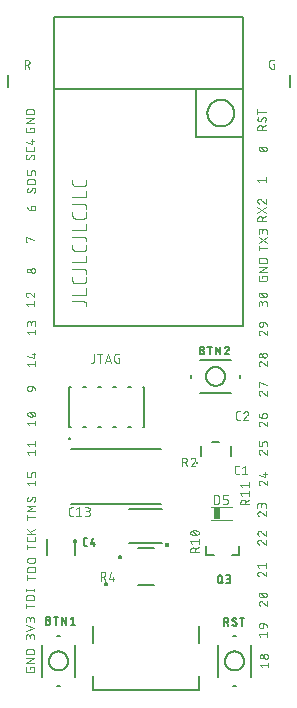
<source format=gbr>
G04 EAGLE Gerber RS-274X export*
G75*
%MOMM*%
%FSLAX34Y34*%
%LPD*%
%INSilkscreen Top*%
%IPPOS*%
%AMOC8*
5,1,8,0,0,1.08239X$1,22.5*%
G01*
%ADD10C,0.101600*%
%ADD11C,0.203200*%
%ADD12C,0.127000*%
%ADD13C,0.254000*%
%ADD14C,0.152400*%
%ADD15C,0.076200*%
%ADD16C,0.200000*%
%ADD17R,0.600000X1.100000*%
%ADD18C,0.400000*%


D10*
X60808Y332403D02*
X69896Y332403D01*
X69896Y332402D02*
X69995Y332400D01*
X70095Y332394D01*
X70194Y332385D01*
X70292Y332372D01*
X70390Y332355D01*
X70488Y332334D01*
X70584Y332309D01*
X70679Y332281D01*
X70773Y332249D01*
X70866Y332214D01*
X70958Y332175D01*
X71048Y332132D01*
X71136Y332087D01*
X71223Y332037D01*
X71307Y331985D01*
X71390Y331929D01*
X71470Y331871D01*
X71548Y331809D01*
X71623Y331744D01*
X71696Y331676D01*
X71766Y331606D01*
X71834Y331533D01*
X71899Y331458D01*
X71961Y331380D01*
X72019Y331300D01*
X72075Y331217D01*
X72127Y331133D01*
X72177Y331046D01*
X72222Y330958D01*
X72265Y330868D01*
X72304Y330776D01*
X72339Y330683D01*
X72371Y330589D01*
X72399Y330494D01*
X72424Y330398D01*
X72445Y330300D01*
X72462Y330202D01*
X72475Y330104D01*
X72484Y330005D01*
X72490Y329905D01*
X72492Y329806D01*
X72492Y328508D01*
X72492Y338080D02*
X60808Y338080D01*
X72492Y338080D02*
X72492Y343273D01*
X72492Y350145D02*
X72492Y352742D01*
X72492Y350145D02*
X72490Y350046D01*
X72484Y349946D01*
X72475Y349847D01*
X72462Y349749D01*
X72445Y349651D01*
X72424Y349553D01*
X72399Y349457D01*
X72371Y349362D01*
X72339Y349268D01*
X72304Y349175D01*
X72265Y349083D01*
X72222Y348993D01*
X72177Y348905D01*
X72127Y348818D01*
X72075Y348734D01*
X72019Y348651D01*
X71961Y348571D01*
X71899Y348493D01*
X71834Y348418D01*
X71766Y348345D01*
X71696Y348275D01*
X71623Y348207D01*
X71548Y348142D01*
X71470Y348080D01*
X71390Y348022D01*
X71307Y347966D01*
X71223Y347914D01*
X71136Y347864D01*
X71048Y347819D01*
X70958Y347776D01*
X70866Y347737D01*
X70773Y347702D01*
X70679Y347670D01*
X70584Y347642D01*
X70488Y347617D01*
X70390Y347596D01*
X70292Y347579D01*
X70194Y347566D01*
X70095Y347557D01*
X69995Y347551D01*
X69896Y347549D01*
X63404Y347549D01*
X63404Y347548D02*
X63305Y347550D01*
X63205Y347556D01*
X63106Y347565D01*
X63008Y347578D01*
X62910Y347596D01*
X62812Y347616D01*
X62716Y347641D01*
X62620Y347669D01*
X62526Y347701D01*
X62433Y347736D01*
X62342Y347775D01*
X62252Y347818D01*
X62163Y347863D01*
X62077Y347913D01*
X61992Y347965D01*
X61910Y348021D01*
X61830Y348080D01*
X61752Y348141D01*
X61676Y348206D01*
X61603Y348274D01*
X61533Y348344D01*
X61465Y348417D01*
X61400Y348493D01*
X61339Y348571D01*
X61280Y348651D01*
X61224Y348733D01*
X61172Y348818D01*
X61123Y348904D01*
X61077Y348993D01*
X61034Y349083D01*
X60995Y349174D01*
X60960Y349267D01*
X60928Y349361D01*
X60900Y349457D01*
X60875Y349553D01*
X60855Y349651D01*
X60837Y349749D01*
X60824Y349847D01*
X60815Y349946D01*
X60809Y350045D01*
X60807Y350145D01*
X60808Y350145D02*
X60808Y352742D01*
X60808Y359835D02*
X69896Y359835D01*
X69896Y359834D02*
X69995Y359832D01*
X70095Y359826D01*
X70194Y359817D01*
X70292Y359804D01*
X70390Y359787D01*
X70488Y359766D01*
X70584Y359741D01*
X70679Y359713D01*
X70773Y359681D01*
X70866Y359646D01*
X70958Y359607D01*
X71048Y359564D01*
X71136Y359519D01*
X71223Y359469D01*
X71307Y359417D01*
X71390Y359361D01*
X71470Y359303D01*
X71548Y359241D01*
X71623Y359176D01*
X71696Y359108D01*
X71766Y359038D01*
X71834Y358965D01*
X71899Y358890D01*
X71961Y358812D01*
X72019Y358732D01*
X72075Y358649D01*
X72127Y358565D01*
X72177Y358478D01*
X72222Y358390D01*
X72265Y358300D01*
X72304Y358208D01*
X72339Y358115D01*
X72371Y358021D01*
X72399Y357926D01*
X72424Y357830D01*
X72445Y357732D01*
X72462Y357634D01*
X72475Y357536D01*
X72484Y357437D01*
X72490Y357337D01*
X72492Y357238D01*
X72492Y355940D01*
X72492Y365512D02*
X60808Y365512D01*
X72492Y365512D02*
X72492Y370705D01*
X72492Y377577D02*
X72492Y380174D01*
X72492Y377577D02*
X72490Y377478D01*
X72484Y377378D01*
X72475Y377279D01*
X72462Y377181D01*
X72445Y377083D01*
X72424Y376985D01*
X72399Y376889D01*
X72371Y376794D01*
X72339Y376700D01*
X72304Y376607D01*
X72265Y376515D01*
X72222Y376425D01*
X72177Y376337D01*
X72127Y376250D01*
X72075Y376166D01*
X72019Y376083D01*
X71961Y376003D01*
X71899Y375925D01*
X71834Y375850D01*
X71766Y375777D01*
X71696Y375707D01*
X71623Y375639D01*
X71548Y375574D01*
X71470Y375512D01*
X71390Y375454D01*
X71307Y375398D01*
X71223Y375346D01*
X71136Y375296D01*
X71048Y375251D01*
X70958Y375208D01*
X70866Y375169D01*
X70773Y375134D01*
X70679Y375102D01*
X70584Y375074D01*
X70488Y375049D01*
X70390Y375028D01*
X70292Y375011D01*
X70194Y374998D01*
X70095Y374989D01*
X69995Y374983D01*
X69896Y374981D01*
X63404Y374981D01*
X63404Y374980D02*
X63305Y374982D01*
X63205Y374988D01*
X63106Y374997D01*
X63008Y375010D01*
X62910Y375028D01*
X62812Y375048D01*
X62716Y375073D01*
X62620Y375101D01*
X62526Y375133D01*
X62433Y375168D01*
X62342Y375207D01*
X62252Y375250D01*
X62163Y375295D01*
X62077Y375345D01*
X61992Y375397D01*
X61910Y375453D01*
X61830Y375512D01*
X61752Y375573D01*
X61676Y375638D01*
X61603Y375706D01*
X61533Y375776D01*
X61465Y375849D01*
X61400Y375925D01*
X61339Y376003D01*
X61280Y376083D01*
X61224Y376165D01*
X61172Y376250D01*
X61123Y376336D01*
X61077Y376425D01*
X61034Y376515D01*
X60995Y376606D01*
X60960Y376699D01*
X60928Y376793D01*
X60900Y376889D01*
X60875Y376985D01*
X60855Y377083D01*
X60837Y377181D01*
X60824Y377279D01*
X60815Y377378D01*
X60809Y377477D01*
X60807Y377577D01*
X60808Y377577D02*
X60808Y380174D01*
X60808Y387267D02*
X69896Y387267D01*
X69896Y387266D02*
X69995Y387264D01*
X70095Y387258D01*
X70194Y387249D01*
X70292Y387236D01*
X70390Y387219D01*
X70488Y387198D01*
X70584Y387173D01*
X70679Y387145D01*
X70773Y387113D01*
X70866Y387078D01*
X70958Y387039D01*
X71048Y386996D01*
X71136Y386951D01*
X71223Y386901D01*
X71307Y386849D01*
X71390Y386793D01*
X71470Y386735D01*
X71548Y386673D01*
X71623Y386608D01*
X71696Y386540D01*
X71766Y386470D01*
X71834Y386397D01*
X71899Y386322D01*
X71961Y386244D01*
X72019Y386164D01*
X72075Y386081D01*
X72127Y385997D01*
X72177Y385910D01*
X72222Y385822D01*
X72265Y385732D01*
X72304Y385640D01*
X72339Y385547D01*
X72371Y385453D01*
X72399Y385358D01*
X72424Y385262D01*
X72445Y385164D01*
X72462Y385066D01*
X72475Y384968D01*
X72484Y384869D01*
X72490Y384769D01*
X72492Y384670D01*
X72492Y383372D01*
X72492Y392944D02*
X60808Y392944D01*
X72492Y392944D02*
X72492Y398137D01*
X72492Y405009D02*
X72492Y407606D01*
X72492Y405009D02*
X72490Y404910D01*
X72484Y404810D01*
X72475Y404711D01*
X72462Y404613D01*
X72445Y404515D01*
X72424Y404417D01*
X72399Y404321D01*
X72371Y404226D01*
X72339Y404132D01*
X72304Y404039D01*
X72265Y403947D01*
X72222Y403857D01*
X72177Y403769D01*
X72127Y403682D01*
X72075Y403598D01*
X72019Y403515D01*
X71961Y403435D01*
X71899Y403357D01*
X71834Y403282D01*
X71766Y403209D01*
X71696Y403139D01*
X71623Y403071D01*
X71548Y403006D01*
X71470Y402944D01*
X71390Y402886D01*
X71307Y402830D01*
X71223Y402778D01*
X71136Y402728D01*
X71048Y402683D01*
X70958Y402640D01*
X70866Y402601D01*
X70773Y402566D01*
X70679Y402534D01*
X70584Y402506D01*
X70488Y402481D01*
X70390Y402460D01*
X70292Y402443D01*
X70194Y402430D01*
X70095Y402421D01*
X69995Y402415D01*
X69896Y402413D01*
X63404Y402413D01*
X63404Y402412D02*
X63305Y402414D01*
X63205Y402420D01*
X63106Y402429D01*
X63008Y402442D01*
X62910Y402460D01*
X62812Y402480D01*
X62716Y402505D01*
X62620Y402533D01*
X62526Y402565D01*
X62433Y402600D01*
X62342Y402639D01*
X62252Y402682D01*
X62163Y402727D01*
X62077Y402777D01*
X61992Y402829D01*
X61910Y402885D01*
X61830Y402944D01*
X61752Y403005D01*
X61676Y403070D01*
X61603Y403138D01*
X61533Y403208D01*
X61465Y403281D01*
X61400Y403357D01*
X61339Y403435D01*
X61280Y403515D01*
X61224Y403597D01*
X61172Y403682D01*
X61123Y403768D01*
X61077Y403857D01*
X61034Y403947D01*
X60995Y404038D01*
X60960Y404131D01*
X60928Y404225D01*
X60900Y404321D01*
X60875Y404417D01*
X60855Y404515D01*
X60837Y404613D01*
X60824Y404711D01*
X60815Y404810D01*
X60809Y404909D01*
X60807Y405009D01*
X60808Y405009D02*
X60808Y407606D01*
X60808Y414699D02*
X69896Y414699D01*
X69896Y414698D02*
X69995Y414696D01*
X70095Y414690D01*
X70194Y414681D01*
X70292Y414668D01*
X70390Y414651D01*
X70488Y414630D01*
X70584Y414605D01*
X70679Y414577D01*
X70773Y414545D01*
X70866Y414510D01*
X70958Y414471D01*
X71048Y414428D01*
X71136Y414383D01*
X71223Y414333D01*
X71307Y414281D01*
X71390Y414225D01*
X71470Y414167D01*
X71548Y414105D01*
X71623Y414040D01*
X71696Y413972D01*
X71766Y413902D01*
X71834Y413829D01*
X71899Y413754D01*
X71961Y413676D01*
X72019Y413596D01*
X72075Y413513D01*
X72127Y413429D01*
X72177Y413342D01*
X72222Y413254D01*
X72265Y413164D01*
X72304Y413072D01*
X72339Y412979D01*
X72371Y412885D01*
X72399Y412790D01*
X72424Y412694D01*
X72445Y412596D01*
X72462Y412498D01*
X72475Y412400D01*
X72484Y412301D01*
X72490Y412201D01*
X72492Y412102D01*
X72492Y410804D01*
X72492Y420376D02*
X60808Y420376D01*
X72492Y420376D02*
X72492Y425569D01*
X72492Y432441D02*
X72492Y435038D01*
X72492Y432441D02*
X72490Y432342D01*
X72484Y432242D01*
X72475Y432143D01*
X72462Y432045D01*
X72445Y431947D01*
X72424Y431849D01*
X72399Y431753D01*
X72371Y431658D01*
X72339Y431564D01*
X72304Y431471D01*
X72265Y431379D01*
X72222Y431289D01*
X72177Y431201D01*
X72127Y431114D01*
X72075Y431030D01*
X72019Y430947D01*
X71961Y430867D01*
X71899Y430789D01*
X71834Y430714D01*
X71766Y430641D01*
X71696Y430571D01*
X71623Y430503D01*
X71548Y430438D01*
X71470Y430376D01*
X71390Y430318D01*
X71307Y430262D01*
X71223Y430210D01*
X71136Y430160D01*
X71048Y430115D01*
X70958Y430072D01*
X70866Y430033D01*
X70773Y429998D01*
X70679Y429966D01*
X70584Y429938D01*
X70488Y429913D01*
X70390Y429892D01*
X70292Y429875D01*
X70194Y429862D01*
X70095Y429853D01*
X69995Y429847D01*
X69896Y429845D01*
X63404Y429845D01*
X63404Y429844D02*
X63305Y429846D01*
X63205Y429852D01*
X63106Y429861D01*
X63008Y429874D01*
X62910Y429892D01*
X62812Y429912D01*
X62716Y429937D01*
X62620Y429965D01*
X62526Y429997D01*
X62433Y430032D01*
X62342Y430071D01*
X62252Y430114D01*
X62163Y430159D01*
X62077Y430209D01*
X61992Y430261D01*
X61910Y430317D01*
X61830Y430376D01*
X61752Y430437D01*
X61676Y430502D01*
X61603Y430570D01*
X61533Y430640D01*
X61465Y430713D01*
X61400Y430789D01*
X61339Y430867D01*
X61280Y430947D01*
X61224Y431029D01*
X61172Y431114D01*
X61123Y431200D01*
X61077Y431289D01*
X61034Y431379D01*
X60995Y431470D01*
X60960Y431563D01*
X60928Y431657D01*
X60900Y431753D01*
X60875Y431849D01*
X60855Y431947D01*
X60837Y432045D01*
X60824Y432143D01*
X60815Y432242D01*
X60809Y432341D01*
X60807Y432441D01*
X60808Y432441D02*
X60808Y435038D01*
X218380Y377484D02*
X225492Y377484D01*
X218380Y375508D02*
X218380Y379459D01*
X218380Y386682D02*
X225492Y381940D01*
X225492Y386682D02*
X218380Y381940D01*
X225492Y389651D02*
X225492Y391626D01*
X225490Y391713D01*
X225484Y391801D01*
X225475Y391888D01*
X225461Y391974D01*
X225444Y392060D01*
X225423Y392144D01*
X225398Y392228D01*
X225369Y392311D01*
X225337Y392392D01*
X225302Y392472D01*
X225263Y392550D01*
X225220Y392627D01*
X225174Y392701D01*
X225125Y392773D01*
X225073Y392843D01*
X225017Y392911D01*
X224959Y392976D01*
X224898Y393039D01*
X224834Y393098D01*
X224767Y393155D01*
X224699Y393209D01*
X224627Y393260D01*
X224554Y393307D01*
X224479Y393352D01*
X224401Y393393D01*
X224322Y393430D01*
X224242Y393464D01*
X224160Y393494D01*
X224077Y393521D01*
X223992Y393544D01*
X223907Y393563D01*
X223821Y393578D01*
X223734Y393590D01*
X223647Y393598D01*
X223560Y393602D01*
X223472Y393602D01*
X223385Y393598D01*
X223298Y393590D01*
X223211Y393578D01*
X223125Y393563D01*
X223040Y393544D01*
X222955Y393521D01*
X222872Y393494D01*
X222790Y393464D01*
X222710Y393430D01*
X222631Y393393D01*
X222553Y393352D01*
X222478Y393307D01*
X222405Y393260D01*
X222333Y393209D01*
X222265Y393155D01*
X222198Y393098D01*
X222134Y393039D01*
X222073Y392976D01*
X222015Y392911D01*
X221959Y392843D01*
X221907Y392773D01*
X221858Y392701D01*
X221812Y392627D01*
X221769Y392550D01*
X221730Y392472D01*
X221695Y392392D01*
X221663Y392311D01*
X221634Y392228D01*
X221609Y392144D01*
X221588Y392060D01*
X221571Y391974D01*
X221557Y391888D01*
X221548Y391801D01*
X221542Y391713D01*
X221540Y391626D01*
X218380Y392021D02*
X218380Y389651D01*
X218380Y392021D02*
X218382Y392100D01*
X218388Y392178D01*
X218398Y392256D01*
X218411Y392334D01*
X218429Y392411D01*
X218450Y392487D01*
X218475Y392561D01*
X218504Y392635D01*
X218536Y392707D01*
X218572Y392777D01*
X218612Y392845D01*
X218655Y392911D01*
X218701Y392975D01*
X218750Y393037D01*
X218802Y393096D01*
X218857Y393152D01*
X218915Y393206D01*
X218975Y393256D01*
X219038Y393304D01*
X219103Y393348D01*
X219170Y393389D01*
X219239Y393427D01*
X219310Y393461D01*
X219383Y393492D01*
X219457Y393519D01*
X219532Y393542D01*
X219608Y393561D01*
X219686Y393577D01*
X219764Y393589D01*
X219842Y393597D01*
X219921Y393601D01*
X219999Y393601D01*
X220078Y393597D01*
X220156Y393589D01*
X220234Y393577D01*
X220312Y393561D01*
X220388Y393542D01*
X220463Y393519D01*
X220537Y393492D01*
X220610Y393461D01*
X220681Y393427D01*
X220750Y393389D01*
X220817Y393348D01*
X220882Y393304D01*
X220945Y393256D01*
X221005Y393206D01*
X221063Y393152D01*
X221118Y393096D01*
X221170Y393037D01*
X221219Y392975D01*
X221265Y392911D01*
X221308Y392845D01*
X221348Y392777D01*
X221384Y392707D01*
X221416Y392635D01*
X221445Y392561D01*
X221470Y392487D01*
X221491Y392411D01*
X221509Y392334D01*
X221522Y392256D01*
X221532Y392178D01*
X221538Y392100D01*
X221540Y392021D01*
X221541Y392021D02*
X221541Y390441D01*
X224492Y400508D02*
X217380Y400508D01*
X217380Y402484D01*
X217382Y402571D01*
X217388Y402659D01*
X217397Y402746D01*
X217411Y402832D01*
X217428Y402918D01*
X217449Y403002D01*
X217474Y403086D01*
X217503Y403169D01*
X217535Y403250D01*
X217570Y403330D01*
X217609Y403408D01*
X217652Y403485D01*
X217698Y403559D01*
X217747Y403631D01*
X217799Y403701D01*
X217855Y403769D01*
X217913Y403834D01*
X217974Y403897D01*
X218038Y403956D01*
X218105Y404013D01*
X218173Y404067D01*
X218245Y404118D01*
X218318Y404165D01*
X218393Y404210D01*
X218471Y404251D01*
X218550Y404288D01*
X218630Y404322D01*
X218712Y404352D01*
X218795Y404379D01*
X218880Y404402D01*
X218965Y404421D01*
X219051Y404436D01*
X219138Y404448D01*
X219225Y404456D01*
X219312Y404460D01*
X219400Y404460D01*
X219487Y404456D01*
X219574Y404448D01*
X219661Y404436D01*
X219747Y404421D01*
X219832Y404402D01*
X219917Y404379D01*
X220000Y404352D01*
X220082Y404322D01*
X220162Y404288D01*
X220241Y404251D01*
X220319Y404210D01*
X220394Y404165D01*
X220467Y404118D01*
X220539Y404067D01*
X220607Y404013D01*
X220674Y403956D01*
X220738Y403897D01*
X220799Y403834D01*
X220857Y403769D01*
X220913Y403701D01*
X220965Y403631D01*
X221014Y403559D01*
X221060Y403485D01*
X221103Y403408D01*
X221142Y403330D01*
X221177Y403250D01*
X221209Y403169D01*
X221238Y403086D01*
X221263Y403002D01*
X221284Y402918D01*
X221301Y402832D01*
X221315Y402746D01*
X221324Y402659D01*
X221330Y402571D01*
X221332Y402484D01*
X221331Y402484D02*
X221331Y400508D01*
X221331Y402879D02*
X224492Y404459D01*
X224492Y407368D02*
X217380Y412109D01*
X217380Y407368D02*
X224492Y412109D01*
X219158Y419029D02*
X219076Y419027D01*
X218994Y419021D01*
X218912Y419012D01*
X218831Y418999D01*
X218751Y418982D01*
X218671Y418961D01*
X218593Y418937D01*
X218516Y418909D01*
X218440Y418878D01*
X218365Y418843D01*
X218293Y418804D01*
X218222Y418763D01*
X218153Y418718D01*
X218087Y418670D01*
X218022Y418619D01*
X217960Y418565D01*
X217901Y418508D01*
X217844Y418449D01*
X217790Y418387D01*
X217739Y418322D01*
X217691Y418256D01*
X217646Y418187D01*
X217605Y418116D01*
X217566Y418044D01*
X217531Y417969D01*
X217500Y417893D01*
X217472Y417816D01*
X217448Y417738D01*
X217427Y417658D01*
X217410Y417578D01*
X217397Y417497D01*
X217388Y417415D01*
X217382Y417333D01*
X217380Y417251D01*
X217382Y417158D01*
X217388Y417066D01*
X217397Y416974D01*
X217410Y416882D01*
X217427Y416791D01*
X217447Y416701D01*
X217471Y416611D01*
X217499Y416523D01*
X217531Y416435D01*
X217565Y416350D01*
X217604Y416265D01*
X217645Y416183D01*
X217690Y416102D01*
X217739Y416022D01*
X217790Y415945D01*
X217844Y415870D01*
X217902Y415798D01*
X217962Y415727D01*
X218026Y415660D01*
X218091Y415595D01*
X218160Y415532D01*
X218231Y415473D01*
X218304Y415416D01*
X218380Y415362D01*
X218457Y415312D01*
X218537Y415264D01*
X218619Y415220D01*
X218702Y415180D01*
X218787Y415142D01*
X218873Y415108D01*
X218960Y415078D01*
X220541Y418436D02*
X220480Y418497D01*
X220417Y418555D01*
X220351Y418610D01*
X220283Y418663D01*
X220212Y418712D01*
X220140Y418757D01*
X220065Y418800D01*
X219989Y418839D01*
X219910Y418875D01*
X219831Y418907D01*
X219750Y418935D01*
X219667Y418960D01*
X219584Y418981D01*
X219500Y418998D01*
X219415Y419012D01*
X219330Y419021D01*
X219244Y419027D01*
X219158Y419029D01*
X220541Y418436D02*
X224492Y415078D01*
X224492Y419029D01*
X218960Y433508D02*
X217380Y435484D01*
X224492Y435484D01*
X224492Y437459D02*
X224492Y433508D01*
X221936Y459508D02*
X221788Y459510D01*
X221641Y459515D01*
X221493Y459525D01*
X221346Y459538D01*
X221199Y459554D01*
X221053Y459575D01*
X220908Y459599D01*
X220762Y459627D01*
X220618Y459658D01*
X220475Y459693D01*
X220332Y459732D01*
X220191Y459774D01*
X220050Y459820D01*
X219911Y459869D01*
X219773Y459922D01*
X219636Y459978D01*
X219501Y460038D01*
X219368Y460101D01*
X219297Y460127D01*
X219228Y460157D01*
X219160Y460191D01*
X219094Y460228D01*
X219030Y460268D01*
X218968Y460312D01*
X218909Y460358D01*
X218852Y460408D01*
X218798Y460461D01*
X218746Y460516D01*
X218698Y460574D01*
X218652Y460634D01*
X218610Y460697D01*
X218571Y460762D01*
X218535Y460828D01*
X218503Y460897D01*
X218475Y460966D01*
X218450Y461038D01*
X218429Y461110D01*
X218411Y461184D01*
X218398Y461258D01*
X218388Y461333D01*
X218382Y461408D01*
X218380Y461484D01*
X218382Y461560D01*
X218388Y461635D01*
X218398Y461710D01*
X218411Y461784D01*
X218429Y461858D01*
X218450Y461930D01*
X218475Y462002D01*
X218503Y462071D01*
X218535Y462140D01*
X218571Y462206D01*
X218610Y462271D01*
X218652Y462334D01*
X218698Y462394D01*
X218746Y462452D01*
X218798Y462507D01*
X218852Y462560D01*
X218909Y462610D01*
X218968Y462656D01*
X219030Y462700D01*
X219094Y462740D01*
X219160Y462777D01*
X219228Y462811D01*
X219297Y462841D01*
X219368Y462867D01*
X219368Y462866D02*
X219501Y462929D01*
X219636Y462989D01*
X219773Y463045D01*
X219911Y463098D01*
X220050Y463147D01*
X220191Y463193D01*
X220332Y463235D01*
X220475Y463274D01*
X220618Y463309D01*
X220762Y463340D01*
X220908Y463368D01*
X221053Y463392D01*
X221199Y463413D01*
X221346Y463429D01*
X221493Y463442D01*
X221641Y463452D01*
X221788Y463457D01*
X221936Y463459D01*
X221936Y459508D02*
X222084Y459510D01*
X222231Y459515D01*
X222379Y459525D01*
X222526Y459538D01*
X222673Y459554D01*
X222819Y459575D01*
X222964Y459599D01*
X223110Y459627D01*
X223254Y459658D01*
X223397Y459693D01*
X223540Y459732D01*
X223681Y459774D01*
X223822Y459820D01*
X223961Y459869D01*
X224099Y459922D01*
X224236Y459978D01*
X224371Y460038D01*
X224504Y460101D01*
X224575Y460127D01*
X224644Y460157D01*
X224712Y460191D01*
X224778Y460228D01*
X224842Y460268D01*
X224904Y460312D01*
X224963Y460358D01*
X225020Y460408D01*
X225074Y460461D01*
X225126Y460516D01*
X225174Y460574D01*
X225220Y460634D01*
X225262Y460697D01*
X225301Y460762D01*
X225337Y460828D01*
X225369Y460897D01*
X225397Y460967D01*
X225422Y461038D01*
X225443Y461110D01*
X225461Y461184D01*
X225474Y461258D01*
X225484Y461333D01*
X225490Y461408D01*
X225492Y461484D01*
X224504Y462866D02*
X224371Y462929D01*
X224236Y462989D01*
X224099Y463045D01*
X223961Y463098D01*
X223822Y463147D01*
X223681Y463193D01*
X223540Y463235D01*
X223397Y463274D01*
X223254Y463309D01*
X223110Y463340D01*
X222964Y463368D01*
X222819Y463392D01*
X222673Y463413D01*
X222526Y463429D01*
X222379Y463442D01*
X222231Y463452D01*
X222084Y463457D01*
X221936Y463459D01*
X224504Y462867D02*
X224575Y462841D01*
X224644Y462811D01*
X224712Y462777D01*
X224778Y462740D01*
X224842Y462700D01*
X224904Y462656D01*
X224963Y462610D01*
X225020Y462560D01*
X225074Y462507D01*
X225126Y462452D01*
X225174Y462394D01*
X225220Y462334D01*
X225262Y462271D01*
X225301Y462206D01*
X225337Y462140D01*
X225369Y462071D01*
X225397Y462001D01*
X225422Y461930D01*
X225443Y461858D01*
X225461Y461784D01*
X225474Y461710D01*
X225484Y461635D01*
X225490Y461560D01*
X225492Y461484D01*
X223912Y459903D02*
X219960Y463064D01*
X217380Y477508D02*
X224492Y477508D01*
X217380Y477508D02*
X217380Y479484D01*
X217382Y479571D01*
X217388Y479659D01*
X217397Y479746D01*
X217411Y479832D01*
X217428Y479918D01*
X217449Y480002D01*
X217474Y480086D01*
X217503Y480169D01*
X217535Y480250D01*
X217570Y480330D01*
X217609Y480408D01*
X217652Y480485D01*
X217698Y480559D01*
X217747Y480631D01*
X217799Y480701D01*
X217855Y480769D01*
X217913Y480834D01*
X217974Y480897D01*
X218038Y480956D01*
X218105Y481013D01*
X218173Y481067D01*
X218245Y481118D01*
X218318Y481165D01*
X218393Y481210D01*
X218471Y481251D01*
X218550Y481288D01*
X218630Y481322D01*
X218712Y481352D01*
X218795Y481379D01*
X218880Y481402D01*
X218965Y481421D01*
X219051Y481436D01*
X219138Y481448D01*
X219225Y481456D01*
X219312Y481460D01*
X219400Y481460D01*
X219487Y481456D01*
X219574Y481448D01*
X219661Y481436D01*
X219747Y481421D01*
X219832Y481402D01*
X219917Y481379D01*
X220000Y481352D01*
X220082Y481322D01*
X220162Y481288D01*
X220241Y481251D01*
X220319Y481210D01*
X220394Y481165D01*
X220467Y481118D01*
X220539Y481067D01*
X220607Y481013D01*
X220674Y480956D01*
X220738Y480897D01*
X220799Y480834D01*
X220857Y480769D01*
X220913Y480701D01*
X220965Y480631D01*
X221014Y480559D01*
X221060Y480485D01*
X221103Y480408D01*
X221142Y480330D01*
X221177Y480250D01*
X221209Y480169D01*
X221238Y480086D01*
X221263Y480002D01*
X221284Y479918D01*
X221301Y479832D01*
X221315Y479746D01*
X221324Y479659D01*
X221330Y479571D01*
X221332Y479484D01*
X221331Y479484D02*
X221331Y477508D01*
X221331Y479879D02*
X224492Y481459D01*
X224492Y486890D02*
X224490Y486968D01*
X224484Y487045D01*
X224475Y487122D01*
X224462Y487198D01*
X224445Y487274D01*
X224424Y487349D01*
X224400Y487422D01*
X224372Y487495D01*
X224340Y487566D01*
X224305Y487635D01*
X224267Y487702D01*
X224226Y487768D01*
X224181Y487831D01*
X224133Y487892D01*
X224083Y487951D01*
X224029Y488007D01*
X223973Y488061D01*
X223914Y488111D01*
X223853Y488159D01*
X223790Y488204D01*
X223724Y488245D01*
X223657Y488283D01*
X223588Y488318D01*
X223517Y488350D01*
X223444Y488378D01*
X223371Y488402D01*
X223296Y488423D01*
X223220Y488440D01*
X223144Y488453D01*
X223067Y488462D01*
X222990Y488468D01*
X222912Y488470D01*
X224492Y486890D02*
X224490Y486775D01*
X224484Y486661D01*
X224474Y486547D01*
X224461Y486433D01*
X224443Y486320D01*
X224421Y486207D01*
X224396Y486095D01*
X224367Y485985D01*
X224334Y485875D01*
X224297Y485766D01*
X224257Y485659D01*
X224213Y485553D01*
X224165Y485449D01*
X224114Y485346D01*
X224059Y485246D01*
X224001Y485147D01*
X223939Y485050D01*
X223875Y484956D01*
X223807Y484863D01*
X223735Y484773D01*
X223661Y484686D01*
X223584Y484601D01*
X223504Y484519D01*
X218960Y484717D02*
X218882Y484719D01*
X218805Y484725D01*
X218728Y484734D01*
X218652Y484747D01*
X218576Y484764D01*
X218501Y484785D01*
X218428Y484809D01*
X218355Y484837D01*
X218284Y484869D01*
X218215Y484904D01*
X218148Y484942D01*
X218082Y484983D01*
X218019Y485028D01*
X217958Y485076D01*
X217899Y485126D01*
X217843Y485180D01*
X217789Y485236D01*
X217739Y485295D01*
X217691Y485356D01*
X217646Y485419D01*
X217605Y485485D01*
X217567Y485552D01*
X217532Y485621D01*
X217500Y485692D01*
X217472Y485765D01*
X217448Y485838D01*
X217427Y485913D01*
X217410Y485989D01*
X217397Y486065D01*
X217388Y486142D01*
X217382Y486219D01*
X217380Y486297D01*
X217382Y486403D01*
X217388Y486509D01*
X217397Y486614D01*
X217410Y486719D01*
X217427Y486824D01*
X217448Y486928D01*
X217472Y487031D01*
X217500Y487133D01*
X217532Y487234D01*
X217567Y487334D01*
X217606Y487432D01*
X217649Y487530D01*
X217694Y487625D01*
X217743Y487719D01*
X217796Y487811D01*
X217852Y487901D01*
X217911Y487989D01*
X217973Y488075D01*
X220343Y485507D02*
X220301Y485440D01*
X220256Y485375D01*
X220207Y485312D01*
X220156Y485251D01*
X220101Y485194D01*
X220044Y485139D01*
X219984Y485086D01*
X219922Y485037D01*
X219857Y484991D01*
X219791Y484949D01*
X219722Y484909D01*
X219651Y484873D01*
X219578Y484841D01*
X219504Y484812D01*
X219429Y484787D01*
X219353Y484766D01*
X219275Y484748D01*
X219197Y484735D01*
X219118Y484725D01*
X219039Y484719D01*
X218960Y484717D01*
X221529Y487680D02*
X221571Y487747D01*
X221616Y487812D01*
X221665Y487875D01*
X221716Y487936D01*
X221771Y487993D01*
X221828Y488048D01*
X221888Y488101D01*
X221950Y488150D01*
X222015Y488196D01*
X222081Y488238D01*
X222150Y488278D01*
X222221Y488314D01*
X222294Y488346D01*
X222368Y488375D01*
X222443Y488400D01*
X222519Y488421D01*
X222597Y488439D01*
X222675Y488452D01*
X222754Y488462D01*
X222833Y488468D01*
X222912Y488470D01*
X221529Y487680D02*
X220343Y485507D01*
X217380Y493078D02*
X224492Y493078D01*
X217380Y491103D02*
X217380Y495054D01*
X221541Y353459D02*
X221541Y352274D01*
X221541Y353459D02*
X225492Y353459D01*
X225492Y351088D01*
X225490Y351010D01*
X225484Y350933D01*
X225475Y350856D01*
X225462Y350780D01*
X225445Y350704D01*
X225424Y350629D01*
X225400Y350556D01*
X225372Y350483D01*
X225340Y350412D01*
X225305Y350343D01*
X225267Y350276D01*
X225226Y350210D01*
X225181Y350147D01*
X225133Y350086D01*
X225083Y350027D01*
X225029Y349971D01*
X224973Y349917D01*
X224914Y349867D01*
X224853Y349819D01*
X224790Y349774D01*
X224724Y349733D01*
X224657Y349695D01*
X224588Y349660D01*
X224517Y349628D01*
X224444Y349600D01*
X224371Y349576D01*
X224296Y349555D01*
X224220Y349538D01*
X224144Y349525D01*
X224067Y349516D01*
X223990Y349510D01*
X223912Y349508D01*
X219960Y349508D01*
X219882Y349510D01*
X219805Y349516D01*
X219728Y349525D01*
X219652Y349538D01*
X219576Y349555D01*
X219501Y349576D01*
X219427Y349600D01*
X219355Y349628D01*
X219284Y349660D01*
X219215Y349695D01*
X219147Y349733D01*
X219082Y349774D01*
X219018Y349819D01*
X218957Y349867D01*
X218898Y349918D01*
X218842Y349971D01*
X218789Y350027D01*
X218738Y350086D01*
X218690Y350147D01*
X218645Y350211D01*
X218604Y350276D01*
X218566Y350344D01*
X218531Y350413D01*
X218499Y350484D01*
X218471Y350556D01*
X218447Y350630D01*
X218426Y350705D01*
X218409Y350781D01*
X218396Y350857D01*
X218387Y350934D01*
X218381Y351011D01*
X218379Y351089D01*
X218380Y351088D02*
X218380Y353459D01*
X218380Y357311D02*
X225492Y357311D01*
X225492Y361262D02*
X218380Y357311D01*
X218380Y361262D02*
X225492Y361262D01*
X225492Y365114D02*
X218380Y365114D01*
X218380Y367089D01*
X218382Y367175D01*
X218388Y367261D01*
X218397Y367347D01*
X218410Y367432D01*
X218427Y367517D01*
X218447Y367600D01*
X218471Y367683D01*
X218499Y367765D01*
X218530Y367845D01*
X218565Y367924D01*
X218603Y368001D01*
X218645Y368077D01*
X218689Y368151D01*
X218737Y368222D01*
X218788Y368292D01*
X218842Y368359D01*
X218899Y368424D01*
X218959Y368486D01*
X219021Y368546D01*
X219086Y368603D01*
X219153Y368657D01*
X219223Y368708D01*
X219294Y368756D01*
X219368Y368800D01*
X219444Y368842D01*
X219521Y368880D01*
X219600Y368915D01*
X219680Y368946D01*
X219762Y368974D01*
X219845Y368998D01*
X219928Y369018D01*
X220013Y369035D01*
X220098Y369048D01*
X220184Y369057D01*
X220270Y369063D01*
X220356Y369065D01*
X223516Y369065D01*
X223602Y369063D01*
X223688Y369057D01*
X223774Y369048D01*
X223859Y369035D01*
X223944Y369018D01*
X224027Y368998D01*
X224110Y368974D01*
X224192Y368946D01*
X224272Y368915D01*
X224351Y368880D01*
X224428Y368842D01*
X224504Y368800D01*
X224578Y368756D01*
X224649Y368708D01*
X224719Y368657D01*
X224786Y368603D01*
X224851Y368546D01*
X224913Y368486D01*
X224973Y368424D01*
X225030Y368359D01*
X225084Y368292D01*
X225135Y368222D01*
X225183Y368151D01*
X225227Y368077D01*
X225269Y368001D01*
X225307Y367924D01*
X225342Y367845D01*
X225373Y367765D01*
X225401Y367683D01*
X225425Y367600D01*
X225445Y367517D01*
X225462Y367432D01*
X225475Y367347D01*
X225484Y367261D01*
X225490Y367175D01*
X225492Y367089D01*
X225492Y365114D01*
X225492Y330484D02*
X225492Y328508D01*
X225492Y330484D02*
X225490Y330571D01*
X225484Y330659D01*
X225475Y330746D01*
X225461Y330832D01*
X225444Y330918D01*
X225423Y331002D01*
X225398Y331086D01*
X225369Y331169D01*
X225337Y331250D01*
X225302Y331330D01*
X225263Y331408D01*
X225220Y331485D01*
X225174Y331559D01*
X225125Y331631D01*
X225073Y331701D01*
X225017Y331769D01*
X224959Y331834D01*
X224898Y331897D01*
X224834Y331956D01*
X224767Y332013D01*
X224699Y332067D01*
X224627Y332118D01*
X224554Y332165D01*
X224479Y332210D01*
X224401Y332251D01*
X224322Y332288D01*
X224242Y332322D01*
X224160Y332352D01*
X224077Y332379D01*
X223992Y332402D01*
X223907Y332421D01*
X223821Y332436D01*
X223734Y332448D01*
X223647Y332456D01*
X223560Y332460D01*
X223472Y332460D01*
X223385Y332456D01*
X223298Y332448D01*
X223211Y332436D01*
X223125Y332421D01*
X223040Y332402D01*
X222955Y332379D01*
X222872Y332352D01*
X222790Y332322D01*
X222710Y332288D01*
X222631Y332251D01*
X222553Y332210D01*
X222478Y332165D01*
X222405Y332118D01*
X222333Y332067D01*
X222265Y332013D01*
X222198Y331956D01*
X222134Y331897D01*
X222073Y331834D01*
X222015Y331769D01*
X221959Y331701D01*
X221907Y331631D01*
X221858Y331559D01*
X221812Y331485D01*
X221769Y331408D01*
X221730Y331330D01*
X221695Y331250D01*
X221663Y331169D01*
X221634Y331086D01*
X221609Y331002D01*
X221588Y330918D01*
X221571Y330832D01*
X221557Y330746D01*
X221548Y330659D01*
X221542Y330571D01*
X221540Y330484D01*
X218380Y330879D02*
X218380Y328508D01*
X218380Y330879D02*
X218382Y330958D01*
X218388Y331036D01*
X218398Y331114D01*
X218411Y331192D01*
X218429Y331269D01*
X218450Y331345D01*
X218475Y331419D01*
X218504Y331493D01*
X218536Y331565D01*
X218572Y331635D01*
X218612Y331703D01*
X218655Y331769D01*
X218701Y331833D01*
X218750Y331895D01*
X218802Y331954D01*
X218857Y332010D01*
X218915Y332064D01*
X218975Y332114D01*
X219038Y332162D01*
X219103Y332206D01*
X219170Y332247D01*
X219239Y332285D01*
X219310Y332319D01*
X219383Y332350D01*
X219457Y332377D01*
X219532Y332400D01*
X219608Y332419D01*
X219686Y332435D01*
X219764Y332447D01*
X219842Y332455D01*
X219921Y332459D01*
X219999Y332459D01*
X220078Y332455D01*
X220156Y332447D01*
X220234Y332435D01*
X220312Y332419D01*
X220388Y332400D01*
X220463Y332377D01*
X220537Y332350D01*
X220610Y332319D01*
X220681Y332285D01*
X220750Y332247D01*
X220817Y332206D01*
X220882Y332162D01*
X220945Y332114D01*
X221005Y332064D01*
X221063Y332010D01*
X221118Y331954D01*
X221170Y331895D01*
X221219Y331833D01*
X221265Y331769D01*
X221308Y331703D01*
X221348Y331635D01*
X221384Y331565D01*
X221416Y331493D01*
X221445Y331419D01*
X221470Y331345D01*
X221491Y331269D01*
X221509Y331192D01*
X221522Y331114D01*
X221532Y331036D01*
X221538Y330958D01*
X221540Y330879D01*
X221541Y330879D02*
X221541Y329298D01*
X221936Y335823D02*
X221788Y335825D01*
X221641Y335830D01*
X221493Y335840D01*
X221346Y335853D01*
X221199Y335869D01*
X221053Y335890D01*
X220908Y335914D01*
X220762Y335942D01*
X220618Y335973D01*
X220475Y336008D01*
X220332Y336047D01*
X220191Y336089D01*
X220050Y336135D01*
X219911Y336184D01*
X219773Y336237D01*
X219636Y336293D01*
X219501Y336353D01*
X219368Y336416D01*
X219297Y336442D01*
X219228Y336472D01*
X219160Y336506D01*
X219094Y336543D01*
X219030Y336583D01*
X218968Y336627D01*
X218909Y336673D01*
X218852Y336723D01*
X218798Y336776D01*
X218746Y336831D01*
X218698Y336889D01*
X218652Y336949D01*
X218610Y337012D01*
X218571Y337077D01*
X218535Y337143D01*
X218503Y337212D01*
X218475Y337281D01*
X218450Y337353D01*
X218429Y337425D01*
X218411Y337499D01*
X218398Y337573D01*
X218388Y337648D01*
X218382Y337723D01*
X218380Y337799D01*
X218382Y337875D01*
X218388Y337950D01*
X218398Y338025D01*
X218411Y338099D01*
X218429Y338173D01*
X218450Y338245D01*
X218475Y338317D01*
X218503Y338386D01*
X218535Y338455D01*
X218571Y338521D01*
X218610Y338586D01*
X218652Y338649D01*
X218698Y338709D01*
X218746Y338767D01*
X218798Y338822D01*
X218852Y338875D01*
X218909Y338925D01*
X218968Y338971D01*
X219030Y339015D01*
X219094Y339055D01*
X219160Y339092D01*
X219228Y339126D01*
X219297Y339156D01*
X219368Y339182D01*
X219368Y339181D02*
X219501Y339244D01*
X219636Y339304D01*
X219773Y339360D01*
X219911Y339413D01*
X220050Y339462D01*
X220191Y339508D01*
X220332Y339550D01*
X220475Y339589D01*
X220618Y339624D01*
X220762Y339655D01*
X220908Y339683D01*
X221053Y339707D01*
X221199Y339728D01*
X221346Y339744D01*
X221493Y339757D01*
X221641Y339767D01*
X221788Y339772D01*
X221936Y339774D01*
X221936Y335823D02*
X222084Y335825D01*
X222231Y335830D01*
X222379Y335840D01*
X222526Y335853D01*
X222673Y335869D01*
X222819Y335890D01*
X222964Y335914D01*
X223110Y335942D01*
X223254Y335973D01*
X223397Y336008D01*
X223540Y336047D01*
X223681Y336089D01*
X223822Y336135D01*
X223961Y336184D01*
X224099Y336237D01*
X224236Y336293D01*
X224371Y336353D01*
X224504Y336416D01*
X224575Y336442D01*
X224644Y336472D01*
X224712Y336506D01*
X224778Y336543D01*
X224842Y336583D01*
X224904Y336627D01*
X224963Y336673D01*
X225020Y336723D01*
X225074Y336776D01*
X225126Y336831D01*
X225174Y336889D01*
X225220Y336949D01*
X225262Y337012D01*
X225301Y337077D01*
X225337Y337143D01*
X225369Y337212D01*
X225397Y337282D01*
X225422Y337353D01*
X225443Y337425D01*
X225461Y337499D01*
X225474Y337573D01*
X225484Y337648D01*
X225490Y337723D01*
X225492Y337799D01*
X224504Y339181D02*
X224371Y339244D01*
X224236Y339304D01*
X224099Y339360D01*
X223961Y339413D01*
X223822Y339462D01*
X223681Y339508D01*
X223540Y339550D01*
X223397Y339589D01*
X223254Y339624D01*
X223110Y339655D01*
X222964Y339683D01*
X222819Y339707D01*
X222673Y339728D01*
X222526Y339744D01*
X222379Y339757D01*
X222231Y339767D01*
X222084Y339772D01*
X221936Y339774D01*
X224504Y339182D02*
X224575Y339156D01*
X224644Y339126D01*
X224712Y339092D01*
X224778Y339055D01*
X224842Y339015D01*
X224904Y338971D01*
X224963Y338925D01*
X225020Y338875D01*
X225074Y338822D01*
X225126Y338767D01*
X225174Y338709D01*
X225220Y338649D01*
X225262Y338586D01*
X225301Y338521D01*
X225337Y338455D01*
X225369Y338386D01*
X225397Y338316D01*
X225422Y338245D01*
X225443Y338173D01*
X225461Y338099D01*
X225474Y338025D01*
X225484Y337950D01*
X225490Y337875D01*
X225492Y337799D01*
X223912Y336218D02*
X219960Y339379D01*
X220158Y307459D02*
X220076Y307457D01*
X219994Y307451D01*
X219912Y307442D01*
X219831Y307429D01*
X219751Y307412D01*
X219671Y307391D01*
X219593Y307367D01*
X219516Y307339D01*
X219440Y307308D01*
X219365Y307273D01*
X219293Y307234D01*
X219222Y307193D01*
X219153Y307148D01*
X219087Y307100D01*
X219022Y307049D01*
X218960Y306995D01*
X218901Y306938D01*
X218844Y306879D01*
X218790Y306817D01*
X218739Y306752D01*
X218691Y306686D01*
X218646Y306617D01*
X218605Y306546D01*
X218566Y306474D01*
X218531Y306399D01*
X218500Y306323D01*
X218472Y306246D01*
X218448Y306168D01*
X218427Y306088D01*
X218410Y306008D01*
X218397Y305927D01*
X218388Y305845D01*
X218382Y305763D01*
X218380Y305681D01*
X218382Y305588D01*
X218388Y305496D01*
X218397Y305404D01*
X218410Y305312D01*
X218427Y305221D01*
X218447Y305131D01*
X218471Y305041D01*
X218499Y304953D01*
X218531Y304865D01*
X218565Y304780D01*
X218604Y304695D01*
X218645Y304613D01*
X218690Y304532D01*
X218739Y304452D01*
X218790Y304375D01*
X218844Y304300D01*
X218902Y304228D01*
X218962Y304157D01*
X219026Y304090D01*
X219091Y304025D01*
X219160Y303962D01*
X219231Y303903D01*
X219304Y303846D01*
X219380Y303792D01*
X219457Y303742D01*
X219537Y303694D01*
X219619Y303650D01*
X219702Y303610D01*
X219787Y303572D01*
X219873Y303538D01*
X219960Y303508D01*
X221541Y306866D02*
X221480Y306927D01*
X221417Y306985D01*
X221351Y307040D01*
X221283Y307093D01*
X221212Y307142D01*
X221140Y307187D01*
X221065Y307230D01*
X220989Y307269D01*
X220910Y307305D01*
X220831Y307337D01*
X220750Y307365D01*
X220667Y307390D01*
X220584Y307411D01*
X220500Y307428D01*
X220415Y307442D01*
X220330Y307451D01*
X220244Y307457D01*
X220158Y307459D01*
X221541Y306866D02*
X225492Y303508D01*
X225492Y307459D01*
X222331Y312404D02*
X222331Y314774D01*
X222331Y312404D02*
X222329Y312326D01*
X222323Y312249D01*
X222314Y312172D01*
X222301Y312096D01*
X222284Y312020D01*
X222263Y311945D01*
X222239Y311872D01*
X222211Y311799D01*
X222179Y311728D01*
X222144Y311659D01*
X222106Y311592D01*
X222065Y311526D01*
X222020Y311463D01*
X221972Y311402D01*
X221922Y311343D01*
X221868Y311287D01*
X221812Y311233D01*
X221753Y311183D01*
X221692Y311135D01*
X221629Y311090D01*
X221563Y311049D01*
X221496Y311011D01*
X221427Y310976D01*
X221356Y310944D01*
X221283Y310916D01*
X221210Y310892D01*
X221135Y310871D01*
X221059Y310854D01*
X220983Y310841D01*
X220906Y310832D01*
X220829Y310826D01*
X220751Y310824D01*
X220751Y310823D02*
X220356Y310823D01*
X220269Y310825D01*
X220181Y310831D01*
X220094Y310840D01*
X220008Y310854D01*
X219922Y310871D01*
X219838Y310892D01*
X219754Y310917D01*
X219671Y310946D01*
X219590Y310978D01*
X219510Y311013D01*
X219432Y311052D01*
X219355Y311095D01*
X219281Y311141D01*
X219209Y311190D01*
X219139Y311242D01*
X219071Y311298D01*
X219006Y311356D01*
X218943Y311417D01*
X218884Y311481D01*
X218827Y311548D01*
X218773Y311616D01*
X218722Y311688D01*
X218675Y311761D01*
X218630Y311836D01*
X218589Y311914D01*
X218552Y311993D01*
X218518Y312073D01*
X218488Y312155D01*
X218461Y312238D01*
X218438Y312323D01*
X218419Y312408D01*
X218404Y312494D01*
X218392Y312581D01*
X218384Y312668D01*
X218380Y312755D01*
X218380Y312843D01*
X218384Y312930D01*
X218392Y313017D01*
X218404Y313104D01*
X218419Y313190D01*
X218438Y313275D01*
X218461Y313360D01*
X218488Y313443D01*
X218518Y313525D01*
X218552Y313605D01*
X218589Y313684D01*
X218630Y313762D01*
X218675Y313837D01*
X218722Y313910D01*
X218773Y313982D01*
X218827Y314050D01*
X218884Y314117D01*
X218943Y314181D01*
X219006Y314242D01*
X219071Y314300D01*
X219139Y314356D01*
X219209Y314408D01*
X219281Y314457D01*
X219355Y314503D01*
X219432Y314546D01*
X219510Y314585D01*
X219590Y314620D01*
X219671Y314652D01*
X219754Y314681D01*
X219838Y314706D01*
X219922Y314727D01*
X220008Y314744D01*
X220094Y314758D01*
X220181Y314767D01*
X220269Y314773D01*
X220356Y314775D01*
X220356Y314774D02*
X222331Y314774D01*
X222441Y314772D01*
X222552Y314766D01*
X222661Y314757D01*
X222771Y314743D01*
X222880Y314726D01*
X222988Y314705D01*
X223096Y314680D01*
X223202Y314652D01*
X223308Y314619D01*
X223412Y314583D01*
X223515Y314544D01*
X223617Y314501D01*
X223717Y314454D01*
X223815Y314404D01*
X223912Y314351D01*
X224006Y314294D01*
X224099Y314234D01*
X224189Y314170D01*
X224277Y314104D01*
X224363Y314034D01*
X224446Y313962D01*
X224527Y313887D01*
X224605Y313809D01*
X224680Y313728D01*
X224752Y313645D01*
X224822Y313559D01*
X224888Y313471D01*
X224952Y313381D01*
X225012Y313288D01*
X225069Y313194D01*
X225122Y313097D01*
X225172Y312999D01*
X225219Y312899D01*
X225262Y312797D01*
X225301Y312694D01*
X225337Y312590D01*
X225370Y312484D01*
X225398Y312378D01*
X225423Y312270D01*
X225444Y312162D01*
X225461Y312053D01*
X225475Y311943D01*
X225484Y311834D01*
X225490Y311723D01*
X225492Y311613D01*
X220158Y281459D02*
X220076Y281457D01*
X219994Y281451D01*
X219912Y281442D01*
X219831Y281429D01*
X219751Y281412D01*
X219671Y281391D01*
X219593Y281367D01*
X219516Y281339D01*
X219440Y281308D01*
X219365Y281273D01*
X219293Y281234D01*
X219222Y281193D01*
X219153Y281148D01*
X219087Y281100D01*
X219022Y281049D01*
X218960Y280995D01*
X218901Y280938D01*
X218844Y280879D01*
X218790Y280817D01*
X218739Y280752D01*
X218691Y280686D01*
X218646Y280617D01*
X218605Y280546D01*
X218566Y280474D01*
X218531Y280399D01*
X218500Y280323D01*
X218472Y280246D01*
X218448Y280168D01*
X218427Y280088D01*
X218410Y280008D01*
X218397Y279927D01*
X218388Y279845D01*
X218382Y279763D01*
X218380Y279681D01*
X218382Y279588D01*
X218388Y279496D01*
X218397Y279404D01*
X218410Y279312D01*
X218427Y279221D01*
X218447Y279131D01*
X218471Y279041D01*
X218499Y278953D01*
X218531Y278865D01*
X218565Y278780D01*
X218604Y278695D01*
X218645Y278613D01*
X218690Y278532D01*
X218739Y278452D01*
X218790Y278375D01*
X218844Y278300D01*
X218902Y278228D01*
X218962Y278157D01*
X219026Y278090D01*
X219091Y278025D01*
X219160Y277962D01*
X219231Y277903D01*
X219304Y277846D01*
X219380Y277792D01*
X219457Y277742D01*
X219537Y277694D01*
X219619Y277650D01*
X219702Y277610D01*
X219787Y277572D01*
X219873Y277538D01*
X219960Y277508D01*
X221541Y280866D02*
X221480Y280927D01*
X221417Y280985D01*
X221351Y281040D01*
X221283Y281093D01*
X221212Y281142D01*
X221140Y281187D01*
X221065Y281230D01*
X220989Y281269D01*
X220910Y281305D01*
X220831Y281337D01*
X220750Y281365D01*
X220667Y281390D01*
X220584Y281411D01*
X220500Y281428D01*
X220415Y281442D01*
X220330Y281451D01*
X220244Y281457D01*
X220158Y281459D01*
X221541Y280866D02*
X225492Y277508D01*
X225492Y281459D01*
X223516Y284823D02*
X223429Y284825D01*
X223341Y284831D01*
X223254Y284840D01*
X223168Y284854D01*
X223082Y284871D01*
X222998Y284892D01*
X222914Y284917D01*
X222831Y284946D01*
X222750Y284978D01*
X222670Y285013D01*
X222592Y285052D01*
X222515Y285095D01*
X222441Y285141D01*
X222369Y285190D01*
X222299Y285242D01*
X222231Y285298D01*
X222166Y285356D01*
X222103Y285417D01*
X222044Y285481D01*
X221987Y285548D01*
X221933Y285616D01*
X221882Y285688D01*
X221835Y285761D01*
X221790Y285836D01*
X221749Y285914D01*
X221712Y285993D01*
X221678Y286073D01*
X221648Y286155D01*
X221621Y286238D01*
X221598Y286323D01*
X221579Y286408D01*
X221564Y286494D01*
X221552Y286581D01*
X221544Y286668D01*
X221540Y286755D01*
X221540Y286843D01*
X221544Y286930D01*
X221552Y287017D01*
X221564Y287104D01*
X221579Y287190D01*
X221598Y287275D01*
X221621Y287360D01*
X221648Y287443D01*
X221678Y287525D01*
X221712Y287605D01*
X221749Y287684D01*
X221790Y287762D01*
X221835Y287837D01*
X221882Y287910D01*
X221933Y287982D01*
X221987Y288050D01*
X222044Y288117D01*
X222103Y288181D01*
X222166Y288242D01*
X222231Y288300D01*
X222299Y288356D01*
X222369Y288408D01*
X222441Y288457D01*
X222515Y288503D01*
X222592Y288546D01*
X222670Y288585D01*
X222750Y288620D01*
X222831Y288652D01*
X222914Y288681D01*
X222998Y288706D01*
X223082Y288727D01*
X223168Y288744D01*
X223254Y288758D01*
X223341Y288767D01*
X223429Y288773D01*
X223516Y288775D01*
X223603Y288773D01*
X223691Y288767D01*
X223778Y288758D01*
X223864Y288744D01*
X223950Y288727D01*
X224034Y288706D01*
X224118Y288681D01*
X224201Y288652D01*
X224282Y288620D01*
X224362Y288585D01*
X224440Y288546D01*
X224517Y288503D01*
X224591Y288457D01*
X224663Y288408D01*
X224733Y288356D01*
X224801Y288300D01*
X224866Y288242D01*
X224929Y288181D01*
X224988Y288117D01*
X225045Y288050D01*
X225099Y287982D01*
X225150Y287910D01*
X225197Y287837D01*
X225242Y287762D01*
X225283Y287684D01*
X225320Y287605D01*
X225354Y287525D01*
X225384Y287443D01*
X225411Y287360D01*
X225434Y287275D01*
X225453Y287190D01*
X225468Y287104D01*
X225480Y287017D01*
X225488Y286930D01*
X225492Y286843D01*
X225492Y286755D01*
X225488Y286668D01*
X225480Y286581D01*
X225468Y286494D01*
X225453Y286408D01*
X225434Y286323D01*
X225411Y286238D01*
X225384Y286155D01*
X225354Y286073D01*
X225320Y285993D01*
X225283Y285914D01*
X225242Y285836D01*
X225197Y285761D01*
X225150Y285688D01*
X225099Y285616D01*
X225045Y285548D01*
X224988Y285481D01*
X224929Y285417D01*
X224866Y285356D01*
X224801Y285298D01*
X224733Y285242D01*
X224663Y285190D01*
X224591Y285141D01*
X224517Y285095D01*
X224440Y285052D01*
X224362Y285013D01*
X224282Y284978D01*
X224201Y284946D01*
X224118Y284917D01*
X224034Y284892D01*
X223950Y284871D01*
X223864Y284854D01*
X223778Y284840D01*
X223691Y284831D01*
X223603Y284825D01*
X223516Y284823D01*
X219960Y285219D02*
X219881Y285221D01*
X219803Y285227D01*
X219725Y285237D01*
X219647Y285250D01*
X219570Y285268D01*
X219494Y285289D01*
X219420Y285314D01*
X219346Y285343D01*
X219274Y285375D01*
X219204Y285411D01*
X219136Y285451D01*
X219070Y285494D01*
X219006Y285540D01*
X218944Y285589D01*
X218885Y285641D01*
X218829Y285696D01*
X218775Y285754D01*
X218725Y285814D01*
X218677Y285877D01*
X218633Y285942D01*
X218592Y286009D01*
X218554Y286078D01*
X218520Y286149D01*
X218489Y286222D01*
X218462Y286296D01*
X218439Y286371D01*
X218420Y286447D01*
X218404Y286525D01*
X218392Y286603D01*
X218384Y286681D01*
X218380Y286760D01*
X218380Y286838D01*
X218384Y286917D01*
X218392Y286995D01*
X218404Y287073D01*
X218420Y287151D01*
X218439Y287227D01*
X218462Y287302D01*
X218489Y287376D01*
X218520Y287449D01*
X218554Y287520D01*
X218592Y287589D01*
X218633Y287656D01*
X218677Y287721D01*
X218725Y287784D01*
X218775Y287844D01*
X218829Y287902D01*
X218885Y287957D01*
X218944Y288009D01*
X219006Y288058D01*
X219070Y288104D01*
X219136Y288147D01*
X219204Y288187D01*
X219274Y288223D01*
X219346Y288255D01*
X219420Y288284D01*
X219494Y288309D01*
X219570Y288330D01*
X219647Y288348D01*
X219725Y288361D01*
X219803Y288371D01*
X219881Y288377D01*
X219960Y288379D01*
X220039Y288377D01*
X220117Y288371D01*
X220195Y288361D01*
X220273Y288348D01*
X220350Y288330D01*
X220426Y288309D01*
X220500Y288284D01*
X220574Y288255D01*
X220646Y288223D01*
X220716Y288187D01*
X220784Y288147D01*
X220850Y288104D01*
X220914Y288058D01*
X220976Y288009D01*
X221035Y287957D01*
X221091Y287902D01*
X221145Y287844D01*
X221195Y287784D01*
X221243Y287721D01*
X221287Y287656D01*
X221328Y287589D01*
X221366Y287520D01*
X221400Y287449D01*
X221431Y287376D01*
X221458Y287302D01*
X221481Y287227D01*
X221500Y287151D01*
X221516Y287073D01*
X221528Y286995D01*
X221536Y286917D01*
X221540Y286838D01*
X221540Y286760D01*
X221536Y286681D01*
X221528Y286603D01*
X221516Y286525D01*
X221500Y286447D01*
X221481Y286371D01*
X221458Y286296D01*
X221431Y286222D01*
X221400Y286149D01*
X221366Y286078D01*
X221328Y286009D01*
X221287Y285942D01*
X221243Y285877D01*
X221195Y285814D01*
X221145Y285754D01*
X221091Y285696D01*
X221035Y285641D01*
X220976Y285589D01*
X220914Y285540D01*
X220850Y285494D01*
X220784Y285451D01*
X220716Y285411D01*
X220646Y285375D01*
X220574Y285343D01*
X220500Y285314D01*
X220426Y285289D01*
X220350Y285268D01*
X220273Y285250D01*
X220195Y285237D01*
X220117Y285227D01*
X220039Y285221D01*
X219960Y285219D01*
X220158Y256459D02*
X220076Y256457D01*
X219994Y256451D01*
X219912Y256442D01*
X219831Y256429D01*
X219751Y256412D01*
X219671Y256391D01*
X219593Y256367D01*
X219516Y256339D01*
X219440Y256308D01*
X219365Y256273D01*
X219293Y256234D01*
X219222Y256193D01*
X219153Y256148D01*
X219087Y256100D01*
X219022Y256049D01*
X218960Y255995D01*
X218901Y255938D01*
X218844Y255879D01*
X218790Y255817D01*
X218739Y255752D01*
X218691Y255686D01*
X218646Y255617D01*
X218605Y255546D01*
X218566Y255474D01*
X218531Y255399D01*
X218500Y255323D01*
X218472Y255246D01*
X218448Y255168D01*
X218427Y255088D01*
X218410Y255008D01*
X218397Y254927D01*
X218388Y254845D01*
X218382Y254763D01*
X218380Y254681D01*
X218382Y254588D01*
X218388Y254496D01*
X218397Y254404D01*
X218410Y254312D01*
X218427Y254221D01*
X218447Y254131D01*
X218471Y254041D01*
X218499Y253953D01*
X218531Y253865D01*
X218565Y253780D01*
X218604Y253695D01*
X218645Y253613D01*
X218690Y253532D01*
X218739Y253452D01*
X218790Y253375D01*
X218844Y253300D01*
X218902Y253228D01*
X218962Y253157D01*
X219026Y253090D01*
X219091Y253025D01*
X219160Y252962D01*
X219231Y252903D01*
X219304Y252846D01*
X219380Y252792D01*
X219457Y252742D01*
X219537Y252694D01*
X219619Y252650D01*
X219702Y252610D01*
X219787Y252572D01*
X219873Y252538D01*
X219960Y252508D01*
X221541Y255866D02*
X221480Y255927D01*
X221417Y255985D01*
X221351Y256040D01*
X221283Y256093D01*
X221212Y256142D01*
X221140Y256187D01*
X221065Y256230D01*
X220989Y256269D01*
X220910Y256305D01*
X220831Y256337D01*
X220750Y256365D01*
X220667Y256390D01*
X220584Y256411D01*
X220500Y256428D01*
X220415Y256442D01*
X220330Y256451D01*
X220244Y256457D01*
X220158Y256459D01*
X221541Y255866D02*
X225492Y252508D01*
X225492Y256459D01*
X219170Y259823D02*
X218380Y259823D01*
X218380Y263774D01*
X225492Y261799D01*
X220158Y230459D02*
X220076Y230457D01*
X219994Y230451D01*
X219912Y230442D01*
X219831Y230429D01*
X219751Y230412D01*
X219671Y230391D01*
X219593Y230367D01*
X219516Y230339D01*
X219440Y230308D01*
X219365Y230273D01*
X219293Y230234D01*
X219222Y230193D01*
X219153Y230148D01*
X219087Y230100D01*
X219022Y230049D01*
X218960Y229995D01*
X218901Y229938D01*
X218844Y229879D01*
X218790Y229817D01*
X218739Y229752D01*
X218691Y229686D01*
X218646Y229617D01*
X218605Y229546D01*
X218566Y229474D01*
X218531Y229399D01*
X218500Y229323D01*
X218472Y229246D01*
X218448Y229168D01*
X218427Y229088D01*
X218410Y229008D01*
X218397Y228927D01*
X218388Y228845D01*
X218382Y228763D01*
X218380Y228681D01*
X218382Y228588D01*
X218388Y228496D01*
X218397Y228404D01*
X218410Y228312D01*
X218427Y228221D01*
X218447Y228131D01*
X218471Y228041D01*
X218499Y227953D01*
X218531Y227865D01*
X218565Y227780D01*
X218604Y227695D01*
X218645Y227613D01*
X218690Y227532D01*
X218739Y227452D01*
X218790Y227375D01*
X218844Y227300D01*
X218902Y227228D01*
X218962Y227157D01*
X219026Y227090D01*
X219091Y227025D01*
X219160Y226962D01*
X219231Y226903D01*
X219304Y226846D01*
X219380Y226792D01*
X219457Y226742D01*
X219537Y226694D01*
X219619Y226650D01*
X219702Y226610D01*
X219787Y226572D01*
X219873Y226538D01*
X219960Y226508D01*
X221541Y229866D02*
X221480Y229927D01*
X221417Y229985D01*
X221351Y230040D01*
X221283Y230093D01*
X221212Y230142D01*
X221140Y230187D01*
X221065Y230230D01*
X220989Y230269D01*
X220910Y230305D01*
X220831Y230337D01*
X220750Y230365D01*
X220667Y230390D01*
X220584Y230411D01*
X220500Y230428D01*
X220415Y230442D01*
X220330Y230451D01*
X220244Y230457D01*
X220158Y230459D01*
X221541Y229866D02*
X225492Y226508D01*
X225492Y230459D01*
X221541Y233823D02*
X221541Y236194D01*
X221543Y236272D01*
X221549Y236349D01*
X221558Y236426D01*
X221571Y236502D01*
X221588Y236578D01*
X221609Y236653D01*
X221633Y236726D01*
X221661Y236799D01*
X221693Y236870D01*
X221728Y236939D01*
X221766Y237006D01*
X221807Y237072D01*
X221852Y237135D01*
X221900Y237196D01*
X221950Y237255D01*
X222004Y237311D01*
X222060Y237365D01*
X222119Y237415D01*
X222180Y237463D01*
X222243Y237508D01*
X222309Y237549D01*
X222376Y237587D01*
X222445Y237622D01*
X222516Y237654D01*
X222589Y237682D01*
X222662Y237706D01*
X222737Y237727D01*
X222813Y237744D01*
X222889Y237757D01*
X222966Y237766D01*
X223043Y237772D01*
X223121Y237774D01*
X223516Y237774D01*
X223516Y237775D02*
X223603Y237773D01*
X223691Y237767D01*
X223778Y237758D01*
X223864Y237744D01*
X223950Y237727D01*
X224034Y237706D01*
X224118Y237681D01*
X224201Y237652D01*
X224282Y237620D01*
X224362Y237585D01*
X224440Y237546D01*
X224517Y237503D01*
X224591Y237457D01*
X224663Y237408D01*
X224733Y237356D01*
X224801Y237300D01*
X224866Y237242D01*
X224929Y237181D01*
X224988Y237117D01*
X225045Y237050D01*
X225099Y236982D01*
X225150Y236910D01*
X225197Y236837D01*
X225242Y236762D01*
X225283Y236684D01*
X225320Y236605D01*
X225354Y236525D01*
X225384Y236443D01*
X225411Y236360D01*
X225434Y236275D01*
X225453Y236190D01*
X225468Y236104D01*
X225480Y236017D01*
X225488Y235930D01*
X225492Y235843D01*
X225492Y235755D01*
X225488Y235668D01*
X225480Y235581D01*
X225468Y235494D01*
X225453Y235408D01*
X225434Y235323D01*
X225411Y235238D01*
X225384Y235155D01*
X225354Y235073D01*
X225320Y234993D01*
X225283Y234914D01*
X225242Y234836D01*
X225197Y234761D01*
X225150Y234688D01*
X225099Y234616D01*
X225045Y234548D01*
X224988Y234481D01*
X224929Y234417D01*
X224866Y234356D01*
X224801Y234298D01*
X224733Y234242D01*
X224663Y234190D01*
X224591Y234141D01*
X224517Y234095D01*
X224440Y234052D01*
X224362Y234013D01*
X224282Y233978D01*
X224201Y233946D01*
X224118Y233917D01*
X224034Y233892D01*
X223950Y233871D01*
X223864Y233854D01*
X223778Y233840D01*
X223691Y233831D01*
X223603Y233825D01*
X223516Y233823D01*
X221541Y233823D01*
X221431Y233825D01*
X221321Y233831D01*
X221211Y233840D01*
X221101Y233854D01*
X220992Y233871D01*
X220884Y233892D01*
X220776Y233917D01*
X220670Y233945D01*
X220564Y233978D01*
X220460Y234014D01*
X220357Y234053D01*
X220255Y234096D01*
X220155Y234143D01*
X220057Y234193D01*
X219961Y234246D01*
X219866Y234303D01*
X219773Y234363D01*
X219683Y234427D01*
X219595Y234493D01*
X219509Y234563D01*
X219426Y234635D01*
X219345Y234710D01*
X219267Y234788D01*
X219192Y234869D01*
X219120Y234952D01*
X219050Y235038D01*
X218984Y235126D01*
X218920Y235216D01*
X218860Y235309D01*
X218804Y235403D01*
X218750Y235500D01*
X218700Y235598D01*
X218653Y235698D01*
X218610Y235800D01*
X218571Y235903D01*
X218535Y236007D01*
X218502Y236113D01*
X218474Y236219D01*
X218449Y236327D01*
X218428Y236435D01*
X218411Y236544D01*
X218397Y236654D01*
X218388Y236763D01*
X218382Y236874D01*
X218380Y236984D01*
X220158Y206459D02*
X220076Y206457D01*
X219994Y206451D01*
X219912Y206442D01*
X219831Y206429D01*
X219751Y206412D01*
X219671Y206391D01*
X219593Y206367D01*
X219516Y206339D01*
X219440Y206308D01*
X219365Y206273D01*
X219293Y206234D01*
X219222Y206193D01*
X219153Y206148D01*
X219087Y206100D01*
X219022Y206049D01*
X218960Y205995D01*
X218901Y205938D01*
X218844Y205879D01*
X218790Y205817D01*
X218739Y205752D01*
X218691Y205686D01*
X218646Y205617D01*
X218605Y205546D01*
X218566Y205474D01*
X218531Y205399D01*
X218500Y205323D01*
X218472Y205246D01*
X218448Y205168D01*
X218427Y205088D01*
X218410Y205008D01*
X218397Y204927D01*
X218388Y204845D01*
X218382Y204763D01*
X218380Y204681D01*
X218382Y204588D01*
X218388Y204496D01*
X218397Y204404D01*
X218410Y204312D01*
X218427Y204221D01*
X218447Y204131D01*
X218471Y204041D01*
X218499Y203953D01*
X218531Y203865D01*
X218565Y203780D01*
X218604Y203695D01*
X218645Y203613D01*
X218690Y203532D01*
X218739Y203452D01*
X218790Y203375D01*
X218844Y203300D01*
X218902Y203228D01*
X218962Y203157D01*
X219026Y203090D01*
X219091Y203025D01*
X219160Y202962D01*
X219231Y202903D01*
X219304Y202846D01*
X219380Y202792D01*
X219457Y202742D01*
X219537Y202694D01*
X219619Y202650D01*
X219702Y202610D01*
X219787Y202572D01*
X219873Y202538D01*
X219960Y202508D01*
X221541Y205866D02*
X221480Y205927D01*
X221417Y205985D01*
X221351Y206040D01*
X221283Y206093D01*
X221212Y206142D01*
X221140Y206187D01*
X221065Y206230D01*
X220989Y206269D01*
X220910Y206305D01*
X220831Y206337D01*
X220750Y206365D01*
X220667Y206390D01*
X220584Y206411D01*
X220500Y206428D01*
X220415Y206442D01*
X220330Y206451D01*
X220244Y206457D01*
X220158Y206459D01*
X221541Y205866D02*
X225492Y202508D01*
X225492Y206459D01*
X225492Y209823D02*
X225492Y212194D01*
X225490Y212272D01*
X225484Y212349D01*
X225475Y212426D01*
X225462Y212502D01*
X225445Y212578D01*
X225424Y212653D01*
X225400Y212726D01*
X225372Y212799D01*
X225340Y212870D01*
X225305Y212939D01*
X225267Y213006D01*
X225226Y213072D01*
X225181Y213135D01*
X225133Y213196D01*
X225083Y213255D01*
X225029Y213311D01*
X224973Y213365D01*
X224914Y213415D01*
X224853Y213463D01*
X224790Y213508D01*
X224724Y213549D01*
X224657Y213587D01*
X224588Y213622D01*
X224517Y213654D01*
X224444Y213682D01*
X224371Y213706D01*
X224296Y213727D01*
X224220Y213744D01*
X224144Y213757D01*
X224067Y213766D01*
X223990Y213772D01*
X223912Y213774D01*
X223121Y213774D01*
X223043Y213772D01*
X222966Y213766D01*
X222889Y213757D01*
X222813Y213744D01*
X222737Y213727D01*
X222662Y213706D01*
X222589Y213682D01*
X222516Y213654D01*
X222445Y213622D01*
X222376Y213587D01*
X222309Y213549D01*
X222243Y213508D01*
X222180Y213463D01*
X222119Y213415D01*
X222060Y213365D01*
X222004Y213311D01*
X221950Y213255D01*
X221900Y213196D01*
X221852Y213135D01*
X221807Y213072D01*
X221766Y213006D01*
X221728Y212939D01*
X221693Y212870D01*
X221661Y212799D01*
X221633Y212726D01*
X221609Y212653D01*
X221588Y212578D01*
X221571Y212502D01*
X221558Y212426D01*
X221549Y212349D01*
X221543Y212272D01*
X221541Y212194D01*
X221541Y209823D01*
X218380Y209823D01*
X218380Y213774D01*
X220158Y180459D02*
X220076Y180457D01*
X219994Y180451D01*
X219912Y180442D01*
X219831Y180429D01*
X219751Y180412D01*
X219671Y180391D01*
X219593Y180367D01*
X219516Y180339D01*
X219440Y180308D01*
X219365Y180273D01*
X219293Y180234D01*
X219222Y180193D01*
X219153Y180148D01*
X219087Y180100D01*
X219022Y180049D01*
X218960Y179995D01*
X218901Y179938D01*
X218844Y179879D01*
X218790Y179817D01*
X218739Y179752D01*
X218691Y179686D01*
X218646Y179617D01*
X218605Y179546D01*
X218566Y179474D01*
X218531Y179399D01*
X218500Y179323D01*
X218472Y179246D01*
X218448Y179168D01*
X218427Y179088D01*
X218410Y179008D01*
X218397Y178927D01*
X218388Y178845D01*
X218382Y178763D01*
X218380Y178681D01*
X218382Y178588D01*
X218388Y178496D01*
X218397Y178404D01*
X218410Y178312D01*
X218427Y178221D01*
X218447Y178131D01*
X218471Y178041D01*
X218499Y177953D01*
X218531Y177865D01*
X218565Y177780D01*
X218604Y177695D01*
X218645Y177613D01*
X218690Y177532D01*
X218739Y177452D01*
X218790Y177375D01*
X218844Y177300D01*
X218902Y177228D01*
X218962Y177157D01*
X219026Y177090D01*
X219091Y177025D01*
X219160Y176962D01*
X219231Y176903D01*
X219304Y176846D01*
X219380Y176792D01*
X219457Y176742D01*
X219537Y176694D01*
X219619Y176650D01*
X219702Y176610D01*
X219787Y176572D01*
X219873Y176538D01*
X219960Y176508D01*
X221541Y179866D02*
X221480Y179927D01*
X221417Y179985D01*
X221351Y180040D01*
X221283Y180093D01*
X221212Y180142D01*
X221140Y180187D01*
X221065Y180230D01*
X220989Y180269D01*
X220910Y180305D01*
X220831Y180337D01*
X220750Y180365D01*
X220667Y180390D01*
X220584Y180411D01*
X220500Y180428D01*
X220415Y180442D01*
X220330Y180451D01*
X220244Y180457D01*
X220158Y180459D01*
X221541Y179866D02*
X225492Y176508D01*
X225492Y180459D01*
X223912Y183823D02*
X218380Y185404D01*
X223912Y183823D02*
X223912Y187774D01*
X222331Y186589D02*
X225492Y186589D01*
X219158Y154459D02*
X219076Y154457D01*
X218994Y154451D01*
X218912Y154442D01*
X218831Y154429D01*
X218751Y154412D01*
X218671Y154391D01*
X218593Y154367D01*
X218516Y154339D01*
X218440Y154308D01*
X218365Y154273D01*
X218293Y154234D01*
X218222Y154193D01*
X218153Y154148D01*
X218087Y154100D01*
X218022Y154049D01*
X217960Y153995D01*
X217901Y153938D01*
X217844Y153879D01*
X217790Y153817D01*
X217739Y153752D01*
X217691Y153686D01*
X217646Y153617D01*
X217605Y153546D01*
X217566Y153474D01*
X217531Y153399D01*
X217500Y153323D01*
X217472Y153246D01*
X217448Y153168D01*
X217427Y153088D01*
X217410Y153008D01*
X217397Y152927D01*
X217388Y152845D01*
X217382Y152763D01*
X217380Y152681D01*
X217382Y152588D01*
X217388Y152496D01*
X217397Y152404D01*
X217410Y152312D01*
X217427Y152221D01*
X217447Y152131D01*
X217471Y152041D01*
X217499Y151953D01*
X217531Y151865D01*
X217565Y151780D01*
X217604Y151695D01*
X217645Y151613D01*
X217690Y151532D01*
X217739Y151452D01*
X217790Y151375D01*
X217844Y151300D01*
X217902Y151228D01*
X217962Y151157D01*
X218026Y151090D01*
X218091Y151025D01*
X218160Y150962D01*
X218231Y150903D01*
X218304Y150846D01*
X218380Y150792D01*
X218457Y150742D01*
X218537Y150694D01*
X218619Y150650D01*
X218702Y150610D01*
X218787Y150572D01*
X218873Y150538D01*
X218960Y150508D01*
X220541Y153866D02*
X220480Y153927D01*
X220417Y153985D01*
X220351Y154040D01*
X220283Y154093D01*
X220212Y154142D01*
X220140Y154187D01*
X220065Y154230D01*
X219989Y154269D01*
X219910Y154305D01*
X219831Y154337D01*
X219750Y154365D01*
X219667Y154390D01*
X219584Y154411D01*
X219500Y154428D01*
X219415Y154442D01*
X219330Y154451D01*
X219244Y154457D01*
X219158Y154459D01*
X220541Y153866D02*
X224492Y150508D01*
X224492Y154459D01*
X224492Y157823D02*
X224492Y159799D01*
X224490Y159886D01*
X224484Y159974D01*
X224475Y160061D01*
X224461Y160147D01*
X224444Y160233D01*
X224423Y160317D01*
X224398Y160401D01*
X224369Y160484D01*
X224337Y160565D01*
X224302Y160645D01*
X224263Y160723D01*
X224220Y160800D01*
X224174Y160874D01*
X224125Y160946D01*
X224073Y161016D01*
X224017Y161084D01*
X223959Y161149D01*
X223898Y161212D01*
X223834Y161271D01*
X223767Y161328D01*
X223699Y161382D01*
X223627Y161433D01*
X223554Y161480D01*
X223479Y161525D01*
X223401Y161566D01*
X223322Y161603D01*
X223242Y161637D01*
X223160Y161667D01*
X223077Y161694D01*
X222992Y161717D01*
X222907Y161736D01*
X222821Y161751D01*
X222734Y161763D01*
X222647Y161771D01*
X222560Y161775D01*
X222472Y161775D01*
X222385Y161771D01*
X222298Y161763D01*
X222211Y161751D01*
X222125Y161736D01*
X222040Y161717D01*
X221955Y161694D01*
X221872Y161667D01*
X221790Y161637D01*
X221710Y161603D01*
X221631Y161566D01*
X221553Y161525D01*
X221478Y161480D01*
X221405Y161433D01*
X221333Y161382D01*
X221265Y161328D01*
X221198Y161271D01*
X221134Y161212D01*
X221073Y161149D01*
X221015Y161084D01*
X220959Y161016D01*
X220907Y160946D01*
X220858Y160874D01*
X220812Y160800D01*
X220769Y160723D01*
X220730Y160645D01*
X220695Y160565D01*
X220663Y160484D01*
X220634Y160401D01*
X220609Y160317D01*
X220588Y160233D01*
X220571Y160147D01*
X220557Y160061D01*
X220548Y159974D01*
X220542Y159886D01*
X220540Y159799D01*
X217380Y160194D02*
X217380Y157823D01*
X217380Y160194D02*
X217382Y160273D01*
X217388Y160351D01*
X217398Y160429D01*
X217411Y160507D01*
X217429Y160584D01*
X217450Y160660D01*
X217475Y160734D01*
X217504Y160808D01*
X217536Y160880D01*
X217572Y160950D01*
X217612Y161018D01*
X217655Y161084D01*
X217701Y161148D01*
X217750Y161210D01*
X217802Y161269D01*
X217857Y161325D01*
X217915Y161379D01*
X217975Y161429D01*
X218038Y161477D01*
X218103Y161521D01*
X218170Y161562D01*
X218239Y161600D01*
X218310Y161634D01*
X218383Y161665D01*
X218457Y161692D01*
X218532Y161715D01*
X218608Y161734D01*
X218686Y161750D01*
X218764Y161762D01*
X218842Y161770D01*
X218921Y161774D01*
X218999Y161774D01*
X219078Y161770D01*
X219156Y161762D01*
X219234Y161750D01*
X219312Y161734D01*
X219388Y161715D01*
X219463Y161692D01*
X219537Y161665D01*
X219610Y161634D01*
X219681Y161600D01*
X219750Y161562D01*
X219817Y161521D01*
X219882Y161477D01*
X219945Y161429D01*
X220005Y161379D01*
X220063Y161325D01*
X220118Y161269D01*
X220170Y161210D01*
X220219Y161148D01*
X220265Y161084D01*
X220308Y161018D01*
X220348Y160950D01*
X220384Y160880D01*
X220416Y160808D01*
X220445Y160734D01*
X220470Y160660D01*
X220491Y160584D01*
X220509Y160507D01*
X220522Y160429D01*
X220532Y160351D01*
X220538Y160273D01*
X220540Y160194D01*
X220541Y160194D02*
X220541Y158613D01*
X219158Y130459D02*
X219076Y130457D01*
X218994Y130451D01*
X218912Y130442D01*
X218831Y130429D01*
X218751Y130412D01*
X218671Y130391D01*
X218593Y130367D01*
X218516Y130339D01*
X218440Y130308D01*
X218365Y130273D01*
X218293Y130234D01*
X218222Y130193D01*
X218153Y130148D01*
X218087Y130100D01*
X218022Y130049D01*
X217960Y129995D01*
X217901Y129938D01*
X217844Y129879D01*
X217790Y129817D01*
X217739Y129752D01*
X217691Y129686D01*
X217646Y129617D01*
X217605Y129546D01*
X217566Y129474D01*
X217531Y129399D01*
X217500Y129323D01*
X217472Y129246D01*
X217448Y129168D01*
X217427Y129088D01*
X217410Y129008D01*
X217397Y128927D01*
X217388Y128845D01*
X217382Y128763D01*
X217380Y128681D01*
X217382Y128588D01*
X217388Y128496D01*
X217397Y128404D01*
X217410Y128312D01*
X217427Y128221D01*
X217447Y128131D01*
X217471Y128041D01*
X217499Y127953D01*
X217531Y127865D01*
X217565Y127780D01*
X217604Y127695D01*
X217645Y127613D01*
X217690Y127532D01*
X217739Y127452D01*
X217790Y127375D01*
X217844Y127300D01*
X217902Y127228D01*
X217962Y127157D01*
X218026Y127090D01*
X218091Y127025D01*
X218160Y126962D01*
X218231Y126903D01*
X218304Y126846D01*
X218380Y126792D01*
X218457Y126742D01*
X218537Y126694D01*
X218619Y126650D01*
X218702Y126610D01*
X218787Y126572D01*
X218873Y126538D01*
X218960Y126508D01*
X220541Y129866D02*
X220480Y129927D01*
X220417Y129985D01*
X220351Y130040D01*
X220283Y130093D01*
X220212Y130142D01*
X220140Y130187D01*
X220065Y130230D01*
X219989Y130269D01*
X219910Y130305D01*
X219831Y130337D01*
X219750Y130365D01*
X219667Y130390D01*
X219584Y130411D01*
X219500Y130428D01*
X219415Y130442D01*
X219330Y130451D01*
X219244Y130457D01*
X219158Y130459D01*
X220541Y129866D02*
X224492Y126508D01*
X224492Y130459D01*
X217380Y135996D02*
X217382Y136078D01*
X217388Y136160D01*
X217397Y136242D01*
X217410Y136323D01*
X217427Y136403D01*
X217448Y136483D01*
X217472Y136561D01*
X217500Y136638D01*
X217531Y136714D01*
X217566Y136789D01*
X217605Y136861D01*
X217646Y136932D01*
X217691Y137001D01*
X217739Y137067D01*
X217790Y137132D01*
X217844Y137194D01*
X217901Y137253D01*
X217960Y137310D01*
X218022Y137364D01*
X218087Y137415D01*
X218153Y137463D01*
X218222Y137508D01*
X218293Y137549D01*
X218365Y137588D01*
X218440Y137623D01*
X218516Y137654D01*
X218593Y137682D01*
X218671Y137706D01*
X218751Y137727D01*
X218831Y137744D01*
X218912Y137757D01*
X218994Y137766D01*
X219076Y137772D01*
X219158Y137774D01*
X217380Y135996D02*
X217382Y135903D01*
X217388Y135811D01*
X217397Y135719D01*
X217410Y135627D01*
X217427Y135536D01*
X217447Y135446D01*
X217471Y135356D01*
X217499Y135268D01*
X217531Y135180D01*
X217565Y135095D01*
X217604Y135010D01*
X217645Y134928D01*
X217690Y134847D01*
X217739Y134767D01*
X217790Y134690D01*
X217844Y134615D01*
X217902Y134543D01*
X217962Y134472D01*
X218026Y134405D01*
X218091Y134340D01*
X218160Y134277D01*
X218231Y134218D01*
X218304Y134161D01*
X218380Y134107D01*
X218457Y134057D01*
X218537Y134009D01*
X218619Y133965D01*
X218702Y133925D01*
X218787Y133887D01*
X218873Y133853D01*
X218960Y133823D01*
X220541Y137182D02*
X220480Y137243D01*
X220417Y137301D01*
X220351Y137356D01*
X220283Y137409D01*
X220212Y137458D01*
X220140Y137503D01*
X220065Y137546D01*
X219989Y137585D01*
X219910Y137621D01*
X219831Y137653D01*
X219750Y137681D01*
X219667Y137706D01*
X219584Y137727D01*
X219500Y137744D01*
X219415Y137758D01*
X219330Y137767D01*
X219244Y137773D01*
X219158Y137775D01*
X220541Y137182D02*
X224492Y133823D01*
X224492Y137774D01*
X219158Y103459D02*
X219076Y103457D01*
X218994Y103451D01*
X218912Y103442D01*
X218831Y103429D01*
X218751Y103412D01*
X218671Y103391D01*
X218593Y103367D01*
X218516Y103339D01*
X218440Y103308D01*
X218365Y103273D01*
X218293Y103234D01*
X218222Y103193D01*
X218153Y103148D01*
X218087Y103100D01*
X218022Y103049D01*
X217960Y102995D01*
X217901Y102938D01*
X217844Y102879D01*
X217790Y102817D01*
X217739Y102752D01*
X217691Y102686D01*
X217646Y102617D01*
X217605Y102546D01*
X217566Y102474D01*
X217531Y102399D01*
X217500Y102323D01*
X217472Y102246D01*
X217448Y102168D01*
X217427Y102088D01*
X217410Y102008D01*
X217397Y101927D01*
X217388Y101845D01*
X217382Y101763D01*
X217380Y101681D01*
X217382Y101588D01*
X217388Y101496D01*
X217397Y101404D01*
X217410Y101312D01*
X217427Y101221D01*
X217447Y101131D01*
X217471Y101041D01*
X217499Y100953D01*
X217531Y100865D01*
X217565Y100780D01*
X217604Y100695D01*
X217645Y100613D01*
X217690Y100532D01*
X217739Y100452D01*
X217790Y100375D01*
X217844Y100300D01*
X217902Y100228D01*
X217962Y100157D01*
X218026Y100090D01*
X218091Y100025D01*
X218160Y99962D01*
X218231Y99903D01*
X218304Y99846D01*
X218380Y99792D01*
X218457Y99742D01*
X218537Y99694D01*
X218619Y99650D01*
X218702Y99610D01*
X218787Y99572D01*
X218873Y99538D01*
X218960Y99508D01*
X220541Y102866D02*
X220480Y102927D01*
X220417Y102985D01*
X220351Y103040D01*
X220283Y103093D01*
X220212Y103142D01*
X220140Y103187D01*
X220065Y103230D01*
X219989Y103269D01*
X219910Y103305D01*
X219831Y103337D01*
X219750Y103365D01*
X219667Y103390D01*
X219584Y103411D01*
X219500Y103428D01*
X219415Y103442D01*
X219330Y103451D01*
X219244Y103457D01*
X219158Y103459D01*
X220541Y102866D02*
X224492Y99508D01*
X224492Y103459D01*
X218960Y106823D02*
X217380Y108799D01*
X224492Y108799D01*
X224492Y110774D02*
X224492Y106823D01*
X220158Y78459D02*
X220076Y78457D01*
X219994Y78451D01*
X219912Y78442D01*
X219831Y78429D01*
X219751Y78412D01*
X219671Y78391D01*
X219593Y78367D01*
X219516Y78339D01*
X219440Y78308D01*
X219365Y78273D01*
X219293Y78234D01*
X219222Y78193D01*
X219153Y78148D01*
X219087Y78100D01*
X219022Y78049D01*
X218960Y77995D01*
X218901Y77938D01*
X218844Y77879D01*
X218790Y77817D01*
X218739Y77752D01*
X218691Y77686D01*
X218646Y77617D01*
X218605Y77546D01*
X218566Y77474D01*
X218531Y77399D01*
X218500Y77323D01*
X218472Y77246D01*
X218448Y77168D01*
X218427Y77088D01*
X218410Y77008D01*
X218397Y76927D01*
X218388Y76845D01*
X218382Y76763D01*
X218380Y76681D01*
X218382Y76588D01*
X218388Y76496D01*
X218397Y76404D01*
X218410Y76312D01*
X218427Y76221D01*
X218447Y76131D01*
X218471Y76041D01*
X218499Y75953D01*
X218531Y75865D01*
X218565Y75780D01*
X218604Y75695D01*
X218645Y75613D01*
X218690Y75532D01*
X218739Y75452D01*
X218790Y75375D01*
X218844Y75300D01*
X218902Y75228D01*
X218962Y75157D01*
X219026Y75090D01*
X219091Y75025D01*
X219160Y74962D01*
X219231Y74903D01*
X219304Y74846D01*
X219380Y74792D01*
X219457Y74742D01*
X219537Y74694D01*
X219619Y74650D01*
X219702Y74610D01*
X219787Y74572D01*
X219873Y74538D01*
X219960Y74508D01*
X221541Y77866D02*
X221480Y77927D01*
X221417Y77985D01*
X221351Y78040D01*
X221283Y78093D01*
X221212Y78142D01*
X221140Y78187D01*
X221065Y78230D01*
X220989Y78269D01*
X220910Y78305D01*
X220831Y78337D01*
X220750Y78365D01*
X220667Y78390D01*
X220584Y78411D01*
X220500Y78428D01*
X220415Y78442D01*
X220330Y78451D01*
X220244Y78457D01*
X220158Y78459D01*
X221541Y77866D02*
X225492Y74508D01*
X225492Y78459D01*
X221936Y81823D02*
X221788Y81825D01*
X221641Y81830D01*
X221493Y81840D01*
X221346Y81853D01*
X221199Y81869D01*
X221053Y81890D01*
X220908Y81914D01*
X220762Y81942D01*
X220618Y81973D01*
X220475Y82008D01*
X220332Y82047D01*
X220191Y82089D01*
X220050Y82135D01*
X219911Y82184D01*
X219773Y82237D01*
X219636Y82293D01*
X219501Y82353D01*
X219368Y82416D01*
X219297Y82442D01*
X219228Y82472D01*
X219160Y82506D01*
X219094Y82543D01*
X219030Y82583D01*
X218968Y82627D01*
X218909Y82673D01*
X218852Y82723D01*
X218798Y82776D01*
X218746Y82831D01*
X218698Y82889D01*
X218652Y82949D01*
X218610Y83012D01*
X218571Y83077D01*
X218535Y83143D01*
X218503Y83212D01*
X218475Y83281D01*
X218450Y83353D01*
X218429Y83425D01*
X218411Y83499D01*
X218398Y83573D01*
X218388Y83648D01*
X218382Y83723D01*
X218380Y83799D01*
X218382Y83875D01*
X218388Y83950D01*
X218398Y84025D01*
X218411Y84099D01*
X218429Y84173D01*
X218450Y84245D01*
X218475Y84317D01*
X218503Y84386D01*
X218535Y84455D01*
X218571Y84521D01*
X218610Y84586D01*
X218652Y84649D01*
X218698Y84709D01*
X218746Y84767D01*
X218798Y84822D01*
X218852Y84875D01*
X218909Y84925D01*
X218968Y84971D01*
X219030Y85015D01*
X219094Y85055D01*
X219160Y85092D01*
X219228Y85126D01*
X219297Y85156D01*
X219368Y85182D01*
X219368Y85181D02*
X219501Y85244D01*
X219636Y85304D01*
X219773Y85360D01*
X219911Y85413D01*
X220050Y85462D01*
X220191Y85508D01*
X220332Y85550D01*
X220475Y85589D01*
X220618Y85624D01*
X220762Y85655D01*
X220908Y85683D01*
X221053Y85707D01*
X221199Y85728D01*
X221346Y85744D01*
X221493Y85757D01*
X221641Y85767D01*
X221788Y85772D01*
X221936Y85774D01*
X221936Y81823D02*
X222084Y81825D01*
X222231Y81830D01*
X222379Y81840D01*
X222526Y81853D01*
X222673Y81869D01*
X222819Y81890D01*
X222964Y81914D01*
X223110Y81942D01*
X223254Y81973D01*
X223397Y82008D01*
X223540Y82047D01*
X223681Y82089D01*
X223822Y82135D01*
X223961Y82184D01*
X224099Y82237D01*
X224236Y82293D01*
X224371Y82353D01*
X224504Y82416D01*
X224575Y82442D01*
X224644Y82472D01*
X224712Y82506D01*
X224778Y82543D01*
X224842Y82583D01*
X224904Y82627D01*
X224963Y82673D01*
X225020Y82723D01*
X225074Y82776D01*
X225126Y82831D01*
X225174Y82889D01*
X225220Y82949D01*
X225262Y83012D01*
X225301Y83077D01*
X225337Y83143D01*
X225369Y83212D01*
X225397Y83282D01*
X225422Y83353D01*
X225443Y83425D01*
X225461Y83499D01*
X225474Y83573D01*
X225484Y83648D01*
X225490Y83723D01*
X225492Y83799D01*
X224504Y85181D02*
X224371Y85244D01*
X224236Y85304D01*
X224099Y85360D01*
X223961Y85413D01*
X223822Y85462D01*
X223681Y85508D01*
X223540Y85550D01*
X223397Y85589D01*
X223254Y85624D01*
X223110Y85655D01*
X222964Y85683D01*
X222819Y85707D01*
X222673Y85728D01*
X222526Y85744D01*
X222379Y85757D01*
X222231Y85767D01*
X222084Y85772D01*
X221936Y85774D01*
X224504Y85182D02*
X224575Y85156D01*
X224644Y85126D01*
X224712Y85092D01*
X224778Y85055D01*
X224842Y85015D01*
X224904Y84971D01*
X224963Y84925D01*
X225020Y84875D01*
X225074Y84822D01*
X225126Y84767D01*
X225174Y84709D01*
X225220Y84649D01*
X225262Y84586D01*
X225301Y84521D01*
X225337Y84455D01*
X225369Y84386D01*
X225397Y84316D01*
X225422Y84245D01*
X225443Y84173D01*
X225461Y84099D01*
X225474Y84025D01*
X225484Y83950D01*
X225490Y83875D01*
X225492Y83799D01*
X223912Y82218D02*
X219960Y85379D01*
X218380Y50484D02*
X219960Y48508D01*
X218380Y50484D02*
X225492Y50484D01*
X225492Y52459D02*
X225492Y48508D01*
X222331Y57404D02*
X222331Y59774D01*
X222331Y57404D02*
X222329Y57326D01*
X222323Y57249D01*
X222314Y57172D01*
X222301Y57096D01*
X222284Y57020D01*
X222263Y56945D01*
X222239Y56872D01*
X222211Y56799D01*
X222179Y56728D01*
X222144Y56659D01*
X222106Y56592D01*
X222065Y56526D01*
X222020Y56463D01*
X221972Y56402D01*
X221922Y56343D01*
X221868Y56287D01*
X221812Y56233D01*
X221753Y56183D01*
X221692Y56135D01*
X221629Y56090D01*
X221563Y56049D01*
X221496Y56011D01*
X221427Y55976D01*
X221356Y55944D01*
X221283Y55916D01*
X221210Y55892D01*
X221135Y55871D01*
X221059Y55854D01*
X220983Y55841D01*
X220906Y55832D01*
X220829Y55826D01*
X220751Y55824D01*
X220751Y55823D02*
X220356Y55823D01*
X220269Y55825D01*
X220181Y55831D01*
X220094Y55840D01*
X220008Y55854D01*
X219922Y55871D01*
X219838Y55892D01*
X219754Y55917D01*
X219671Y55946D01*
X219590Y55978D01*
X219510Y56013D01*
X219432Y56052D01*
X219355Y56095D01*
X219281Y56141D01*
X219209Y56190D01*
X219139Y56242D01*
X219071Y56298D01*
X219006Y56356D01*
X218943Y56417D01*
X218884Y56481D01*
X218827Y56548D01*
X218773Y56616D01*
X218722Y56688D01*
X218675Y56761D01*
X218630Y56836D01*
X218589Y56914D01*
X218552Y56993D01*
X218518Y57073D01*
X218488Y57155D01*
X218461Y57238D01*
X218438Y57323D01*
X218419Y57408D01*
X218404Y57494D01*
X218392Y57581D01*
X218384Y57668D01*
X218380Y57755D01*
X218380Y57843D01*
X218384Y57930D01*
X218392Y58017D01*
X218404Y58104D01*
X218419Y58190D01*
X218438Y58275D01*
X218461Y58360D01*
X218488Y58443D01*
X218518Y58525D01*
X218552Y58605D01*
X218589Y58684D01*
X218630Y58762D01*
X218675Y58837D01*
X218722Y58910D01*
X218773Y58982D01*
X218827Y59050D01*
X218884Y59117D01*
X218943Y59181D01*
X219006Y59242D01*
X219071Y59300D01*
X219139Y59356D01*
X219209Y59408D01*
X219281Y59457D01*
X219355Y59503D01*
X219432Y59546D01*
X219510Y59585D01*
X219590Y59620D01*
X219671Y59652D01*
X219754Y59681D01*
X219838Y59706D01*
X219922Y59727D01*
X220008Y59744D01*
X220094Y59758D01*
X220181Y59767D01*
X220269Y59773D01*
X220356Y59775D01*
X220356Y59774D02*
X222331Y59774D01*
X222441Y59772D01*
X222552Y59766D01*
X222661Y59757D01*
X222771Y59743D01*
X222880Y59726D01*
X222988Y59705D01*
X223096Y59680D01*
X223202Y59652D01*
X223308Y59619D01*
X223412Y59583D01*
X223515Y59544D01*
X223617Y59501D01*
X223717Y59454D01*
X223815Y59404D01*
X223912Y59351D01*
X224006Y59294D01*
X224099Y59234D01*
X224189Y59170D01*
X224277Y59104D01*
X224363Y59034D01*
X224446Y58962D01*
X224527Y58887D01*
X224605Y58809D01*
X224680Y58728D01*
X224752Y58645D01*
X224822Y58559D01*
X224888Y58471D01*
X224952Y58381D01*
X225012Y58288D01*
X225069Y58194D01*
X225122Y58097D01*
X225172Y57999D01*
X225219Y57899D01*
X225262Y57797D01*
X225301Y57694D01*
X225337Y57590D01*
X225370Y57484D01*
X225398Y57378D01*
X225423Y57270D01*
X225444Y57162D01*
X225461Y57053D01*
X225475Y56943D01*
X225484Y56834D01*
X225490Y56723D01*
X225492Y56613D01*
X219380Y24484D02*
X220960Y22508D01*
X219380Y24484D02*
X226492Y24484D01*
X226492Y26459D02*
X226492Y22508D01*
X224516Y29823D02*
X224429Y29825D01*
X224341Y29831D01*
X224254Y29840D01*
X224168Y29854D01*
X224082Y29871D01*
X223998Y29892D01*
X223914Y29917D01*
X223831Y29946D01*
X223750Y29978D01*
X223670Y30013D01*
X223592Y30052D01*
X223515Y30095D01*
X223441Y30141D01*
X223369Y30190D01*
X223299Y30242D01*
X223231Y30298D01*
X223166Y30356D01*
X223103Y30417D01*
X223044Y30481D01*
X222987Y30548D01*
X222933Y30616D01*
X222882Y30688D01*
X222835Y30761D01*
X222790Y30836D01*
X222749Y30914D01*
X222712Y30993D01*
X222678Y31073D01*
X222648Y31155D01*
X222621Y31238D01*
X222598Y31323D01*
X222579Y31408D01*
X222564Y31494D01*
X222552Y31581D01*
X222544Y31668D01*
X222540Y31755D01*
X222540Y31843D01*
X222544Y31930D01*
X222552Y32017D01*
X222564Y32104D01*
X222579Y32190D01*
X222598Y32275D01*
X222621Y32360D01*
X222648Y32443D01*
X222678Y32525D01*
X222712Y32605D01*
X222749Y32684D01*
X222790Y32762D01*
X222835Y32837D01*
X222882Y32910D01*
X222933Y32982D01*
X222987Y33050D01*
X223044Y33117D01*
X223103Y33181D01*
X223166Y33242D01*
X223231Y33300D01*
X223299Y33356D01*
X223369Y33408D01*
X223441Y33457D01*
X223515Y33503D01*
X223592Y33546D01*
X223670Y33585D01*
X223750Y33620D01*
X223831Y33652D01*
X223914Y33681D01*
X223998Y33706D01*
X224082Y33727D01*
X224168Y33744D01*
X224254Y33758D01*
X224341Y33767D01*
X224429Y33773D01*
X224516Y33775D01*
X224603Y33773D01*
X224691Y33767D01*
X224778Y33758D01*
X224864Y33744D01*
X224950Y33727D01*
X225034Y33706D01*
X225118Y33681D01*
X225201Y33652D01*
X225282Y33620D01*
X225362Y33585D01*
X225440Y33546D01*
X225517Y33503D01*
X225591Y33457D01*
X225663Y33408D01*
X225733Y33356D01*
X225801Y33300D01*
X225866Y33242D01*
X225929Y33181D01*
X225988Y33117D01*
X226045Y33050D01*
X226099Y32982D01*
X226150Y32910D01*
X226197Y32837D01*
X226242Y32762D01*
X226283Y32684D01*
X226320Y32605D01*
X226354Y32525D01*
X226384Y32443D01*
X226411Y32360D01*
X226434Y32275D01*
X226453Y32190D01*
X226468Y32104D01*
X226480Y32017D01*
X226488Y31930D01*
X226492Y31843D01*
X226492Y31755D01*
X226488Y31668D01*
X226480Y31581D01*
X226468Y31494D01*
X226453Y31408D01*
X226434Y31323D01*
X226411Y31238D01*
X226384Y31155D01*
X226354Y31073D01*
X226320Y30993D01*
X226283Y30914D01*
X226242Y30836D01*
X226197Y30761D01*
X226150Y30688D01*
X226099Y30616D01*
X226045Y30548D01*
X225988Y30481D01*
X225929Y30417D01*
X225866Y30356D01*
X225801Y30298D01*
X225733Y30242D01*
X225663Y30190D01*
X225591Y30141D01*
X225517Y30095D01*
X225440Y30052D01*
X225362Y30013D01*
X225282Y29978D01*
X225201Y29946D01*
X225118Y29917D01*
X225034Y29892D01*
X224950Y29871D01*
X224864Y29854D01*
X224778Y29840D01*
X224691Y29831D01*
X224603Y29825D01*
X224516Y29823D01*
X220960Y30219D02*
X220881Y30221D01*
X220803Y30227D01*
X220725Y30237D01*
X220647Y30250D01*
X220570Y30268D01*
X220494Y30289D01*
X220420Y30314D01*
X220346Y30343D01*
X220274Y30375D01*
X220204Y30411D01*
X220136Y30451D01*
X220070Y30494D01*
X220006Y30540D01*
X219944Y30589D01*
X219885Y30641D01*
X219829Y30696D01*
X219775Y30754D01*
X219725Y30814D01*
X219677Y30877D01*
X219633Y30942D01*
X219592Y31009D01*
X219554Y31078D01*
X219520Y31149D01*
X219489Y31222D01*
X219462Y31296D01*
X219439Y31371D01*
X219420Y31447D01*
X219404Y31525D01*
X219392Y31603D01*
X219384Y31681D01*
X219380Y31760D01*
X219380Y31838D01*
X219384Y31917D01*
X219392Y31995D01*
X219404Y32073D01*
X219420Y32151D01*
X219439Y32227D01*
X219462Y32302D01*
X219489Y32376D01*
X219520Y32449D01*
X219554Y32520D01*
X219592Y32589D01*
X219633Y32656D01*
X219677Y32721D01*
X219725Y32784D01*
X219775Y32844D01*
X219829Y32902D01*
X219885Y32957D01*
X219944Y33009D01*
X220006Y33058D01*
X220070Y33104D01*
X220136Y33147D01*
X220204Y33187D01*
X220274Y33223D01*
X220346Y33255D01*
X220420Y33284D01*
X220494Y33309D01*
X220570Y33330D01*
X220647Y33348D01*
X220725Y33361D01*
X220803Y33371D01*
X220881Y33377D01*
X220960Y33379D01*
X221039Y33377D01*
X221117Y33371D01*
X221195Y33361D01*
X221273Y33348D01*
X221350Y33330D01*
X221426Y33309D01*
X221500Y33284D01*
X221574Y33255D01*
X221646Y33223D01*
X221716Y33187D01*
X221784Y33147D01*
X221850Y33104D01*
X221914Y33058D01*
X221976Y33009D01*
X222035Y32957D01*
X222091Y32902D01*
X222145Y32844D01*
X222195Y32784D01*
X222243Y32721D01*
X222287Y32656D01*
X222328Y32589D01*
X222366Y32520D01*
X222400Y32449D01*
X222431Y32376D01*
X222458Y32302D01*
X222481Y32227D01*
X222500Y32151D01*
X222516Y32073D01*
X222528Y31995D01*
X222536Y31917D01*
X222540Y31838D01*
X222540Y31760D01*
X222536Y31681D01*
X222528Y31603D01*
X222516Y31525D01*
X222500Y31447D01*
X222481Y31371D01*
X222458Y31296D01*
X222431Y31222D01*
X222400Y31149D01*
X222366Y31078D01*
X222328Y31009D01*
X222287Y30942D01*
X222243Y30877D01*
X222195Y30814D01*
X222145Y30754D01*
X222091Y30696D01*
X222035Y30641D01*
X221976Y30589D01*
X221914Y30540D01*
X221850Y30494D01*
X221784Y30451D01*
X221716Y30411D01*
X221646Y30375D01*
X221574Y30343D01*
X221500Y30314D01*
X221426Y30289D01*
X221350Y30268D01*
X221273Y30250D01*
X221195Y30237D01*
X221117Y30227D01*
X221039Y30221D01*
X220960Y30219D01*
X28492Y454879D02*
X28490Y454957D01*
X28484Y455034D01*
X28475Y455111D01*
X28462Y455187D01*
X28445Y455263D01*
X28424Y455338D01*
X28400Y455411D01*
X28372Y455484D01*
X28340Y455555D01*
X28305Y455624D01*
X28267Y455691D01*
X28226Y455757D01*
X28181Y455820D01*
X28133Y455881D01*
X28083Y455940D01*
X28029Y455996D01*
X27973Y456050D01*
X27914Y456100D01*
X27853Y456148D01*
X27790Y456193D01*
X27724Y456234D01*
X27657Y456272D01*
X27588Y456307D01*
X27517Y456339D01*
X27444Y456367D01*
X27371Y456391D01*
X27296Y456412D01*
X27220Y456429D01*
X27144Y456442D01*
X27067Y456451D01*
X26990Y456457D01*
X26912Y456459D01*
X28492Y454879D02*
X28490Y454764D01*
X28484Y454650D01*
X28474Y454536D01*
X28461Y454422D01*
X28443Y454309D01*
X28421Y454196D01*
X28396Y454084D01*
X28367Y453974D01*
X28334Y453864D01*
X28297Y453755D01*
X28257Y453648D01*
X28213Y453542D01*
X28165Y453438D01*
X28114Y453335D01*
X28059Y453235D01*
X28001Y453136D01*
X27939Y453039D01*
X27875Y452945D01*
X27807Y452852D01*
X27735Y452762D01*
X27661Y452675D01*
X27584Y452590D01*
X27504Y452508D01*
X22960Y452706D02*
X22882Y452708D01*
X22805Y452714D01*
X22728Y452723D01*
X22652Y452736D01*
X22576Y452753D01*
X22501Y452774D01*
X22428Y452798D01*
X22355Y452826D01*
X22284Y452858D01*
X22215Y452893D01*
X22148Y452931D01*
X22082Y452972D01*
X22019Y453017D01*
X21958Y453065D01*
X21899Y453115D01*
X21843Y453169D01*
X21789Y453225D01*
X21739Y453284D01*
X21691Y453345D01*
X21646Y453408D01*
X21605Y453474D01*
X21567Y453541D01*
X21532Y453610D01*
X21500Y453681D01*
X21472Y453754D01*
X21448Y453827D01*
X21427Y453902D01*
X21410Y453978D01*
X21397Y454054D01*
X21388Y454131D01*
X21382Y454208D01*
X21380Y454286D01*
X21382Y454392D01*
X21388Y454498D01*
X21397Y454603D01*
X21410Y454708D01*
X21427Y454813D01*
X21448Y454917D01*
X21472Y455020D01*
X21500Y455122D01*
X21532Y455223D01*
X21567Y455323D01*
X21606Y455421D01*
X21649Y455519D01*
X21694Y455614D01*
X21743Y455708D01*
X21796Y455800D01*
X21852Y455890D01*
X21911Y455978D01*
X21973Y456064D01*
X24343Y453496D02*
X24301Y453429D01*
X24256Y453364D01*
X24207Y453301D01*
X24156Y453240D01*
X24101Y453183D01*
X24044Y453128D01*
X23984Y453075D01*
X23922Y453026D01*
X23857Y452980D01*
X23791Y452938D01*
X23722Y452898D01*
X23651Y452862D01*
X23578Y452830D01*
X23504Y452801D01*
X23429Y452776D01*
X23353Y452755D01*
X23275Y452737D01*
X23197Y452724D01*
X23118Y452714D01*
X23039Y452708D01*
X22960Y452706D01*
X25529Y455669D02*
X25571Y455736D01*
X25616Y455801D01*
X25665Y455864D01*
X25716Y455925D01*
X25771Y455982D01*
X25828Y456037D01*
X25888Y456090D01*
X25950Y456139D01*
X26015Y456185D01*
X26081Y456227D01*
X26150Y456267D01*
X26221Y456303D01*
X26294Y456335D01*
X26368Y456364D01*
X26443Y456389D01*
X26519Y456410D01*
X26597Y456428D01*
X26675Y456441D01*
X26754Y456451D01*
X26833Y456457D01*
X26912Y456459D01*
X25529Y455669D02*
X24343Y453496D01*
X28492Y461133D02*
X28492Y462713D01*
X28492Y461133D02*
X28490Y461055D01*
X28484Y460978D01*
X28475Y460901D01*
X28462Y460825D01*
X28445Y460749D01*
X28424Y460674D01*
X28400Y460601D01*
X28372Y460528D01*
X28340Y460457D01*
X28305Y460388D01*
X28267Y460321D01*
X28226Y460255D01*
X28181Y460192D01*
X28133Y460131D01*
X28083Y460072D01*
X28029Y460016D01*
X27973Y459962D01*
X27914Y459912D01*
X27853Y459864D01*
X27790Y459819D01*
X27724Y459778D01*
X27657Y459740D01*
X27588Y459705D01*
X27517Y459673D01*
X27444Y459645D01*
X27371Y459621D01*
X27296Y459600D01*
X27220Y459583D01*
X27144Y459570D01*
X27067Y459561D01*
X26990Y459555D01*
X26912Y459553D01*
X26912Y459552D02*
X22960Y459552D01*
X22882Y459554D01*
X22805Y459560D01*
X22728Y459569D01*
X22652Y459582D01*
X22576Y459599D01*
X22501Y459620D01*
X22427Y459644D01*
X22355Y459672D01*
X22284Y459704D01*
X22215Y459739D01*
X22147Y459777D01*
X22082Y459818D01*
X22018Y459863D01*
X21957Y459911D01*
X21898Y459962D01*
X21842Y460015D01*
X21789Y460071D01*
X21738Y460130D01*
X21690Y460191D01*
X21645Y460255D01*
X21604Y460320D01*
X21566Y460388D01*
X21531Y460457D01*
X21499Y460528D01*
X21471Y460600D01*
X21447Y460674D01*
X21426Y460749D01*
X21409Y460825D01*
X21396Y460901D01*
X21387Y460978D01*
X21381Y461055D01*
X21379Y461133D01*
X21380Y461133D02*
X21380Y462713D01*
X21380Y467256D02*
X26912Y465675D01*
X26912Y469626D01*
X25331Y468441D02*
X28492Y468441D01*
X27912Y428459D02*
X27990Y428457D01*
X28067Y428451D01*
X28144Y428442D01*
X28220Y428429D01*
X28296Y428412D01*
X28371Y428391D01*
X28444Y428367D01*
X28517Y428339D01*
X28588Y428307D01*
X28657Y428272D01*
X28724Y428234D01*
X28790Y428193D01*
X28853Y428148D01*
X28914Y428100D01*
X28973Y428050D01*
X29029Y427996D01*
X29083Y427940D01*
X29133Y427881D01*
X29181Y427820D01*
X29226Y427757D01*
X29267Y427691D01*
X29305Y427624D01*
X29340Y427555D01*
X29372Y427484D01*
X29400Y427411D01*
X29424Y427338D01*
X29445Y427263D01*
X29462Y427187D01*
X29475Y427111D01*
X29484Y427034D01*
X29490Y426957D01*
X29492Y426879D01*
X29490Y426764D01*
X29484Y426650D01*
X29474Y426536D01*
X29461Y426422D01*
X29443Y426309D01*
X29421Y426196D01*
X29396Y426084D01*
X29367Y425974D01*
X29334Y425864D01*
X29297Y425755D01*
X29257Y425648D01*
X29213Y425542D01*
X29165Y425438D01*
X29114Y425335D01*
X29059Y425235D01*
X29001Y425136D01*
X28939Y425039D01*
X28875Y424945D01*
X28807Y424852D01*
X28735Y424762D01*
X28661Y424675D01*
X28584Y424590D01*
X28504Y424508D01*
X23960Y424706D02*
X23882Y424708D01*
X23805Y424714D01*
X23728Y424723D01*
X23652Y424736D01*
X23576Y424753D01*
X23501Y424774D01*
X23428Y424798D01*
X23355Y424826D01*
X23284Y424858D01*
X23215Y424893D01*
X23148Y424931D01*
X23082Y424972D01*
X23019Y425017D01*
X22958Y425065D01*
X22899Y425115D01*
X22843Y425169D01*
X22789Y425225D01*
X22739Y425284D01*
X22691Y425345D01*
X22646Y425408D01*
X22605Y425474D01*
X22567Y425541D01*
X22532Y425610D01*
X22500Y425681D01*
X22472Y425754D01*
X22448Y425827D01*
X22427Y425902D01*
X22410Y425978D01*
X22397Y426054D01*
X22388Y426131D01*
X22382Y426208D01*
X22380Y426286D01*
X22382Y426392D01*
X22388Y426498D01*
X22397Y426603D01*
X22410Y426708D01*
X22427Y426813D01*
X22448Y426917D01*
X22472Y427020D01*
X22500Y427122D01*
X22532Y427223D01*
X22567Y427323D01*
X22606Y427421D01*
X22649Y427519D01*
X22694Y427614D01*
X22743Y427708D01*
X22796Y427800D01*
X22852Y427890D01*
X22911Y427978D01*
X22973Y428064D01*
X25343Y425496D02*
X25301Y425429D01*
X25256Y425364D01*
X25207Y425301D01*
X25156Y425240D01*
X25101Y425183D01*
X25044Y425128D01*
X24984Y425075D01*
X24922Y425026D01*
X24857Y424980D01*
X24791Y424938D01*
X24722Y424898D01*
X24651Y424862D01*
X24578Y424830D01*
X24504Y424801D01*
X24429Y424776D01*
X24353Y424755D01*
X24275Y424737D01*
X24197Y424724D01*
X24118Y424714D01*
X24039Y424708D01*
X23960Y424706D01*
X26529Y427669D02*
X26571Y427736D01*
X26616Y427801D01*
X26665Y427864D01*
X26716Y427925D01*
X26771Y427982D01*
X26828Y428037D01*
X26888Y428090D01*
X26950Y428139D01*
X27015Y428185D01*
X27081Y428227D01*
X27150Y428267D01*
X27221Y428303D01*
X27294Y428335D01*
X27368Y428364D01*
X27443Y428389D01*
X27519Y428410D01*
X27597Y428428D01*
X27675Y428441D01*
X27754Y428451D01*
X27833Y428457D01*
X27912Y428459D01*
X26529Y427669D02*
X25343Y425496D01*
X22380Y431823D02*
X29492Y431823D01*
X22380Y431823D02*
X22380Y433799D01*
X22382Y433885D01*
X22388Y433971D01*
X22397Y434057D01*
X22410Y434142D01*
X22427Y434227D01*
X22447Y434310D01*
X22471Y434393D01*
X22499Y434475D01*
X22530Y434555D01*
X22565Y434634D01*
X22603Y434711D01*
X22645Y434787D01*
X22689Y434861D01*
X22737Y434932D01*
X22788Y435002D01*
X22842Y435069D01*
X22899Y435134D01*
X22959Y435196D01*
X23021Y435256D01*
X23086Y435313D01*
X23153Y435367D01*
X23223Y435418D01*
X23294Y435466D01*
X23368Y435510D01*
X23444Y435552D01*
X23521Y435590D01*
X23600Y435625D01*
X23680Y435656D01*
X23762Y435684D01*
X23845Y435708D01*
X23928Y435728D01*
X24013Y435745D01*
X24098Y435758D01*
X24184Y435767D01*
X24270Y435773D01*
X24356Y435775D01*
X24356Y435774D02*
X27516Y435774D01*
X27516Y435775D02*
X27602Y435773D01*
X27688Y435767D01*
X27774Y435758D01*
X27859Y435745D01*
X27944Y435728D01*
X28027Y435708D01*
X28110Y435684D01*
X28192Y435656D01*
X28272Y435625D01*
X28351Y435590D01*
X28428Y435552D01*
X28504Y435510D01*
X28578Y435466D01*
X28649Y435418D01*
X28719Y435367D01*
X28786Y435313D01*
X28851Y435256D01*
X28913Y435196D01*
X28973Y435134D01*
X29030Y435069D01*
X29084Y435002D01*
X29135Y434932D01*
X29183Y434861D01*
X29227Y434787D01*
X29269Y434711D01*
X29307Y434634D01*
X29342Y434555D01*
X29373Y434475D01*
X29401Y434393D01*
X29425Y434310D01*
X29445Y434227D01*
X29462Y434142D01*
X29475Y434057D01*
X29484Y433971D01*
X29490Y433885D01*
X29492Y433799D01*
X29492Y431823D01*
X29492Y439382D02*
X29492Y441753D01*
X29490Y441831D01*
X29484Y441908D01*
X29475Y441985D01*
X29462Y442061D01*
X29445Y442137D01*
X29424Y442212D01*
X29400Y442285D01*
X29372Y442358D01*
X29340Y442429D01*
X29305Y442498D01*
X29267Y442565D01*
X29226Y442631D01*
X29181Y442694D01*
X29133Y442755D01*
X29083Y442814D01*
X29029Y442870D01*
X28973Y442924D01*
X28914Y442974D01*
X28853Y443022D01*
X28790Y443067D01*
X28724Y443108D01*
X28657Y443146D01*
X28588Y443181D01*
X28517Y443213D01*
X28444Y443241D01*
X28371Y443265D01*
X28296Y443286D01*
X28220Y443303D01*
X28144Y443316D01*
X28067Y443325D01*
X27990Y443331D01*
X27912Y443333D01*
X27121Y443333D01*
X27043Y443331D01*
X26966Y443325D01*
X26889Y443316D01*
X26813Y443303D01*
X26737Y443286D01*
X26662Y443265D01*
X26589Y443241D01*
X26516Y443213D01*
X26445Y443181D01*
X26376Y443146D01*
X26309Y443108D01*
X26243Y443067D01*
X26180Y443022D01*
X26119Y442974D01*
X26060Y442924D01*
X26004Y442870D01*
X25950Y442814D01*
X25900Y442755D01*
X25852Y442694D01*
X25807Y442631D01*
X25766Y442565D01*
X25728Y442498D01*
X25693Y442429D01*
X25661Y442358D01*
X25633Y442285D01*
X25609Y442212D01*
X25588Y442137D01*
X25571Y442061D01*
X25558Y441985D01*
X25549Y441908D01*
X25543Y441831D01*
X25541Y441753D01*
X25541Y439382D01*
X22380Y439382D01*
X22380Y443333D01*
X25541Y411879D02*
X25541Y409508D01*
X25541Y411879D02*
X25543Y411957D01*
X25549Y412034D01*
X25558Y412111D01*
X25571Y412187D01*
X25588Y412263D01*
X25609Y412338D01*
X25633Y412411D01*
X25661Y412484D01*
X25693Y412555D01*
X25728Y412624D01*
X25766Y412691D01*
X25807Y412757D01*
X25852Y412820D01*
X25900Y412881D01*
X25950Y412940D01*
X26004Y412996D01*
X26060Y413050D01*
X26119Y413100D01*
X26180Y413148D01*
X26243Y413193D01*
X26309Y413234D01*
X26376Y413272D01*
X26445Y413307D01*
X26516Y413339D01*
X26589Y413367D01*
X26662Y413391D01*
X26737Y413412D01*
X26813Y413429D01*
X26889Y413442D01*
X26966Y413451D01*
X27043Y413457D01*
X27121Y413459D01*
X27516Y413459D01*
X27516Y413460D02*
X27603Y413458D01*
X27691Y413452D01*
X27778Y413443D01*
X27864Y413429D01*
X27950Y413412D01*
X28034Y413391D01*
X28118Y413366D01*
X28201Y413337D01*
X28282Y413305D01*
X28362Y413270D01*
X28440Y413231D01*
X28517Y413188D01*
X28591Y413142D01*
X28663Y413093D01*
X28733Y413041D01*
X28801Y412985D01*
X28866Y412927D01*
X28929Y412866D01*
X28988Y412802D01*
X29045Y412735D01*
X29099Y412667D01*
X29150Y412595D01*
X29197Y412522D01*
X29242Y412447D01*
X29283Y412369D01*
X29320Y412290D01*
X29354Y412210D01*
X29384Y412128D01*
X29411Y412045D01*
X29434Y411960D01*
X29453Y411875D01*
X29468Y411789D01*
X29480Y411702D01*
X29488Y411615D01*
X29492Y411528D01*
X29492Y411440D01*
X29488Y411353D01*
X29480Y411266D01*
X29468Y411179D01*
X29453Y411093D01*
X29434Y411008D01*
X29411Y410923D01*
X29384Y410840D01*
X29354Y410758D01*
X29320Y410678D01*
X29283Y410599D01*
X29242Y410521D01*
X29197Y410446D01*
X29150Y410373D01*
X29099Y410301D01*
X29045Y410233D01*
X28988Y410166D01*
X28929Y410102D01*
X28866Y410041D01*
X28801Y409983D01*
X28733Y409927D01*
X28663Y409875D01*
X28591Y409826D01*
X28517Y409780D01*
X28440Y409737D01*
X28362Y409698D01*
X28282Y409663D01*
X28201Y409631D01*
X28118Y409602D01*
X28034Y409577D01*
X27950Y409556D01*
X27864Y409539D01*
X27778Y409525D01*
X27691Y409516D01*
X27603Y409510D01*
X27516Y409508D01*
X25541Y409508D01*
X25431Y409510D01*
X25321Y409516D01*
X25211Y409525D01*
X25101Y409539D01*
X24992Y409556D01*
X24884Y409577D01*
X24776Y409602D01*
X24670Y409630D01*
X24564Y409663D01*
X24460Y409699D01*
X24357Y409738D01*
X24255Y409781D01*
X24155Y409828D01*
X24057Y409878D01*
X23961Y409931D01*
X23866Y409988D01*
X23773Y410048D01*
X23683Y410112D01*
X23595Y410178D01*
X23509Y410248D01*
X23426Y410320D01*
X23345Y410395D01*
X23267Y410473D01*
X23192Y410554D01*
X23120Y410637D01*
X23050Y410723D01*
X22984Y410811D01*
X22920Y410901D01*
X22860Y410994D01*
X22804Y411088D01*
X22750Y411185D01*
X22700Y411283D01*
X22653Y411383D01*
X22610Y411485D01*
X22571Y411588D01*
X22535Y411692D01*
X22502Y411798D01*
X22474Y411904D01*
X22449Y412012D01*
X22428Y412120D01*
X22411Y412229D01*
X22397Y412339D01*
X22388Y412448D01*
X22382Y412559D01*
X22380Y412669D01*
X22170Y382508D02*
X21380Y382508D01*
X21380Y386459D01*
X28492Y384484D01*
X27516Y360460D02*
X27429Y360458D01*
X27341Y360452D01*
X27254Y360443D01*
X27168Y360429D01*
X27082Y360412D01*
X26998Y360391D01*
X26914Y360366D01*
X26831Y360337D01*
X26750Y360305D01*
X26670Y360270D01*
X26592Y360231D01*
X26515Y360188D01*
X26441Y360142D01*
X26369Y360093D01*
X26299Y360041D01*
X26231Y359985D01*
X26166Y359927D01*
X26103Y359866D01*
X26044Y359802D01*
X25987Y359735D01*
X25933Y359667D01*
X25882Y359595D01*
X25835Y359522D01*
X25790Y359447D01*
X25749Y359369D01*
X25712Y359290D01*
X25678Y359210D01*
X25648Y359128D01*
X25621Y359045D01*
X25598Y358960D01*
X25579Y358875D01*
X25564Y358789D01*
X25552Y358702D01*
X25544Y358615D01*
X25540Y358528D01*
X25540Y358440D01*
X25544Y358353D01*
X25552Y358266D01*
X25564Y358179D01*
X25579Y358093D01*
X25598Y358008D01*
X25621Y357923D01*
X25648Y357840D01*
X25678Y357758D01*
X25712Y357678D01*
X25749Y357599D01*
X25790Y357521D01*
X25835Y357446D01*
X25882Y357373D01*
X25933Y357301D01*
X25987Y357233D01*
X26044Y357166D01*
X26103Y357102D01*
X26166Y357041D01*
X26231Y356983D01*
X26299Y356927D01*
X26369Y356875D01*
X26441Y356826D01*
X26515Y356780D01*
X26592Y356737D01*
X26670Y356698D01*
X26750Y356663D01*
X26831Y356631D01*
X26914Y356602D01*
X26998Y356577D01*
X27082Y356556D01*
X27168Y356539D01*
X27254Y356525D01*
X27341Y356516D01*
X27429Y356510D01*
X27516Y356508D01*
X27603Y356510D01*
X27691Y356516D01*
X27778Y356525D01*
X27864Y356539D01*
X27950Y356556D01*
X28034Y356577D01*
X28118Y356602D01*
X28201Y356631D01*
X28282Y356663D01*
X28362Y356698D01*
X28440Y356737D01*
X28517Y356780D01*
X28591Y356826D01*
X28663Y356875D01*
X28733Y356927D01*
X28801Y356983D01*
X28866Y357041D01*
X28929Y357102D01*
X28988Y357166D01*
X29045Y357233D01*
X29099Y357301D01*
X29150Y357373D01*
X29197Y357446D01*
X29242Y357521D01*
X29283Y357599D01*
X29320Y357678D01*
X29354Y357758D01*
X29384Y357840D01*
X29411Y357923D01*
X29434Y358008D01*
X29453Y358093D01*
X29468Y358179D01*
X29480Y358266D01*
X29488Y358353D01*
X29492Y358440D01*
X29492Y358528D01*
X29488Y358615D01*
X29480Y358702D01*
X29468Y358789D01*
X29453Y358875D01*
X29434Y358960D01*
X29411Y359045D01*
X29384Y359128D01*
X29354Y359210D01*
X29320Y359290D01*
X29283Y359369D01*
X29242Y359447D01*
X29197Y359522D01*
X29150Y359595D01*
X29099Y359667D01*
X29045Y359735D01*
X28988Y359802D01*
X28929Y359866D01*
X28866Y359927D01*
X28801Y359985D01*
X28733Y360041D01*
X28663Y360093D01*
X28591Y360142D01*
X28517Y360188D01*
X28440Y360231D01*
X28362Y360270D01*
X28282Y360305D01*
X28201Y360337D01*
X28118Y360366D01*
X28034Y360391D01*
X27950Y360412D01*
X27864Y360429D01*
X27778Y360443D01*
X27691Y360452D01*
X27603Y360458D01*
X27516Y360460D01*
X23960Y360064D02*
X23881Y360062D01*
X23803Y360056D01*
X23725Y360046D01*
X23647Y360033D01*
X23570Y360015D01*
X23494Y359994D01*
X23420Y359969D01*
X23346Y359940D01*
X23274Y359908D01*
X23204Y359872D01*
X23136Y359832D01*
X23070Y359789D01*
X23006Y359743D01*
X22944Y359694D01*
X22885Y359642D01*
X22829Y359587D01*
X22775Y359529D01*
X22725Y359469D01*
X22677Y359406D01*
X22633Y359341D01*
X22592Y359274D01*
X22554Y359205D01*
X22520Y359134D01*
X22489Y359061D01*
X22462Y358987D01*
X22439Y358912D01*
X22420Y358836D01*
X22404Y358758D01*
X22392Y358680D01*
X22384Y358602D01*
X22380Y358523D01*
X22380Y358445D01*
X22384Y358366D01*
X22392Y358288D01*
X22404Y358210D01*
X22420Y358132D01*
X22439Y358056D01*
X22462Y357981D01*
X22489Y357907D01*
X22520Y357834D01*
X22554Y357763D01*
X22592Y357694D01*
X22633Y357627D01*
X22677Y357562D01*
X22725Y357499D01*
X22775Y357439D01*
X22829Y357381D01*
X22885Y357326D01*
X22944Y357274D01*
X23006Y357225D01*
X23070Y357179D01*
X23136Y357136D01*
X23204Y357096D01*
X23274Y357060D01*
X23346Y357028D01*
X23420Y356999D01*
X23494Y356974D01*
X23570Y356953D01*
X23647Y356935D01*
X23725Y356922D01*
X23803Y356912D01*
X23881Y356906D01*
X23960Y356904D01*
X24039Y356906D01*
X24117Y356912D01*
X24195Y356922D01*
X24273Y356935D01*
X24350Y356953D01*
X24426Y356974D01*
X24500Y356999D01*
X24574Y357028D01*
X24646Y357060D01*
X24716Y357096D01*
X24784Y357136D01*
X24850Y357179D01*
X24914Y357225D01*
X24976Y357274D01*
X25035Y357326D01*
X25091Y357381D01*
X25145Y357439D01*
X25195Y357499D01*
X25243Y357562D01*
X25287Y357627D01*
X25328Y357694D01*
X25366Y357763D01*
X25400Y357834D01*
X25431Y357907D01*
X25458Y357981D01*
X25481Y358056D01*
X25500Y358132D01*
X25516Y358210D01*
X25528Y358288D01*
X25536Y358366D01*
X25540Y358445D01*
X25540Y358523D01*
X25536Y358602D01*
X25528Y358680D01*
X25516Y358758D01*
X25500Y358836D01*
X25481Y358912D01*
X25458Y358987D01*
X25431Y359061D01*
X25400Y359134D01*
X25366Y359205D01*
X25328Y359274D01*
X25287Y359341D01*
X25243Y359406D01*
X25195Y359469D01*
X25145Y359529D01*
X25091Y359587D01*
X25035Y359642D01*
X24976Y359694D01*
X24914Y359743D01*
X24850Y359789D01*
X24784Y359832D01*
X24716Y359872D01*
X24646Y359908D01*
X24574Y359940D01*
X24500Y359969D01*
X24426Y359994D01*
X24350Y360015D01*
X24273Y360033D01*
X24195Y360046D01*
X24117Y360056D01*
X24039Y360062D01*
X23960Y360064D01*
X21380Y330484D02*
X22960Y328508D01*
X21380Y330484D02*
X28492Y330484D01*
X28492Y332459D02*
X28492Y328508D01*
X21380Y337996D02*
X21382Y338078D01*
X21388Y338160D01*
X21397Y338242D01*
X21410Y338323D01*
X21427Y338403D01*
X21448Y338483D01*
X21472Y338561D01*
X21500Y338638D01*
X21531Y338714D01*
X21566Y338789D01*
X21605Y338861D01*
X21646Y338932D01*
X21691Y339001D01*
X21739Y339067D01*
X21790Y339132D01*
X21844Y339194D01*
X21901Y339253D01*
X21960Y339310D01*
X22022Y339364D01*
X22087Y339415D01*
X22153Y339463D01*
X22222Y339508D01*
X22293Y339549D01*
X22365Y339588D01*
X22440Y339623D01*
X22516Y339654D01*
X22593Y339682D01*
X22671Y339706D01*
X22751Y339727D01*
X22831Y339744D01*
X22912Y339757D01*
X22994Y339766D01*
X23076Y339772D01*
X23158Y339774D01*
X21380Y337996D02*
X21382Y337903D01*
X21388Y337811D01*
X21397Y337719D01*
X21410Y337627D01*
X21427Y337536D01*
X21447Y337446D01*
X21471Y337356D01*
X21499Y337268D01*
X21531Y337180D01*
X21565Y337095D01*
X21604Y337010D01*
X21645Y336928D01*
X21690Y336847D01*
X21739Y336767D01*
X21790Y336690D01*
X21844Y336615D01*
X21902Y336543D01*
X21962Y336472D01*
X22026Y336405D01*
X22091Y336340D01*
X22160Y336277D01*
X22231Y336218D01*
X22304Y336161D01*
X22380Y336107D01*
X22457Y336057D01*
X22537Y336009D01*
X22619Y335965D01*
X22702Y335925D01*
X22787Y335887D01*
X22873Y335853D01*
X22960Y335823D01*
X24541Y339182D02*
X24480Y339243D01*
X24417Y339301D01*
X24351Y339356D01*
X24283Y339409D01*
X24212Y339458D01*
X24140Y339503D01*
X24065Y339546D01*
X23989Y339585D01*
X23910Y339621D01*
X23831Y339653D01*
X23750Y339681D01*
X23667Y339706D01*
X23584Y339727D01*
X23500Y339744D01*
X23415Y339758D01*
X23330Y339767D01*
X23244Y339773D01*
X23158Y339775D01*
X24541Y339182D02*
X28492Y335823D01*
X28492Y339774D01*
X22380Y306484D02*
X23960Y304508D01*
X22380Y306484D02*
X29492Y306484D01*
X29492Y308459D02*
X29492Y304508D01*
X29492Y311823D02*
X29492Y313799D01*
X29490Y313886D01*
X29484Y313974D01*
X29475Y314061D01*
X29461Y314147D01*
X29444Y314233D01*
X29423Y314317D01*
X29398Y314401D01*
X29369Y314484D01*
X29337Y314565D01*
X29302Y314645D01*
X29263Y314723D01*
X29220Y314800D01*
X29174Y314874D01*
X29125Y314946D01*
X29073Y315016D01*
X29017Y315084D01*
X28959Y315149D01*
X28898Y315212D01*
X28834Y315271D01*
X28767Y315328D01*
X28699Y315382D01*
X28627Y315433D01*
X28554Y315480D01*
X28479Y315525D01*
X28401Y315566D01*
X28322Y315603D01*
X28242Y315637D01*
X28160Y315667D01*
X28077Y315694D01*
X27992Y315717D01*
X27907Y315736D01*
X27821Y315751D01*
X27734Y315763D01*
X27647Y315771D01*
X27560Y315775D01*
X27472Y315775D01*
X27385Y315771D01*
X27298Y315763D01*
X27211Y315751D01*
X27125Y315736D01*
X27040Y315717D01*
X26955Y315694D01*
X26872Y315667D01*
X26790Y315637D01*
X26710Y315603D01*
X26631Y315566D01*
X26553Y315525D01*
X26478Y315480D01*
X26405Y315433D01*
X26333Y315382D01*
X26265Y315328D01*
X26198Y315271D01*
X26134Y315212D01*
X26073Y315149D01*
X26015Y315084D01*
X25959Y315016D01*
X25907Y314946D01*
X25858Y314874D01*
X25812Y314800D01*
X25769Y314723D01*
X25730Y314645D01*
X25695Y314565D01*
X25663Y314484D01*
X25634Y314401D01*
X25609Y314317D01*
X25588Y314233D01*
X25571Y314147D01*
X25557Y314061D01*
X25548Y313974D01*
X25542Y313886D01*
X25540Y313799D01*
X22380Y314194D02*
X22380Y311823D01*
X22380Y314194D02*
X22382Y314273D01*
X22388Y314351D01*
X22398Y314429D01*
X22411Y314507D01*
X22429Y314584D01*
X22450Y314660D01*
X22475Y314734D01*
X22504Y314808D01*
X22536Y314880D01*
X22572Y314950D01*
X22612Y315018D01*
X22655Y315084D01*
X22701Y315148D01*
X22750Y315210D01*
X22802Y315269D01*
X22857Y315325D01*
X22915Y315379D01*
X22975Y315429D01*
X23038Y315477D01*
X23103Y315521D01*
X23170Y315562D01*
X23239Y315600D01*
X23310Y315634D01*
X23383Y315665D01*
X23457Y315692D01*
X23532Y315715D01*
X23608Y315734D01*
X23686Y315750D01*
X23764Y315762D01*
X23842Y315770D01*
X23921Y315774D01*
X23999Y315774D01*
X24078Y315770D01*
X24156Y315762D01*
X24234Y315750D01*
X24312Y315734D01*
X24388Y315715D01*
X24463Y315692D01*
X24537Y315665D01*
X24610Y315634D01*
X24681Y315600D01*
X24750Y315562D01*
X24817Y315521D01*
X24882Y315477D01*
X24945Y315429D01*
X25005Y315379D01*
X25063Y315325D01*
X25118Y315269D01*
X25170Y315210D01*
X25219Y315148D01*
X25265Y315084D01*
X25308Y315018D01*
X25348Y314950D01*
X25384Y314880D01*
X25416Y314808D01*
X25445Y314734D01*
X25470Y314660D01*
X25491Y314584D01*
X25509Y314507D01*
X25522Y314429D01*
X25532Y314351D01*
X25538Y314273D01*
X25540Y314194D01*
X25541Y314194D02*
X25541Y312613D01*
X22380Y279484D02*
X23960Y277508D01*
X22380Y279484D02*
X29492Y279484D01*
X29492Y281459D02*
X29492Y277508D01*
X27912Y284823D02*
X22380Y286404D01*
X27912Y284823D02*
X27912Y288774D01*
X26331Y287589D02*
X29492Y287589D01*
X26331Y260459D02*
X26331Y258088D01*
X26329Y258010D01*
X26323Y257933D01*
X26314Y257856D01*
X26301Y257780D01*
X26284Y257704D01*
X26263Y257629D01*
X26239Y257556D01*
X26211Y257483D01*
X26179Y257412D01*
X26144Y257343D01*
X26106Y257276D01*
X26065Y257210D01*
X26020Y257147D01*
X25972Y257086D01*
X25922Y257027D01*
X25868Y256971D01*
X25812Y256917D01*
X25753Y256867D01*
X25692Y256819D01*
X25629Y256774D01*
X25563Y256733D01*
X25496Y256695D01*
X25427Y256660D01*
X25356Y256628D01*
X25283Y256600D01*
X25210Y256576D01*
X25135Y256555D01*
X25059Y256538D01*
X24983Y256525D01*
X24906Y256516D01*
X24829Y256510D01*
X24751Y256508D01*
X24356Y256508D01*
X24269Y256510D01*
X24181Y256516D01*
X24094Y256525D01*
X24008Y256539D01*
X23922Y256556D01*
X23838Y256577D01*
X23754Y256602D01*
X23671Y256631D01*
X23590Y256663D01*
X23510Y256698D01*
X23432Y256737D01*
X23355Y256780D01*
X23281Y256826D01*
X23209Y256875D01*
X23139Y256927D01*
X23071Y256983D01*
X23006Y257041D01*
X22943Y257102D01*
X22884Y257166D01*
X22827Y257233D01*
X22773Y257301D01*
X22722Y257373D01*
X22675Y257446D01*
X22630Y257521D01*
X22589Y257599D01*
X22552Y257678D01*
X22518Y257758D01*
X22488Y257840D01*
X22461Y257923D01*
X22438Y258008D01*
X22419Y258093D01*
X22404Y258179D01*
X22392Y258266D01*
X22384Y258353D01*
X22380Y258440D01*
X22380Y258528D01*
X22384Y258615D01*
X22392Y258702D01*
X22404Y258789D01*
X22419Y258875D01*
X22438Y258960D01*
X22461Y259045D01*
X22488Y259128D01*
X22518Y259210D01*
X22552Y259290D01*
X22589Y259369D01*
X22630Y259447D01*
X22675Y259522D01*
X22722Y259595D01*
X22773Y259667D01*
X22827Y259735D01*
X22884Y259802D01*
X22943Y259866D01*
X23006Y259927D01*
X23071Y259985D01*
X23139Y260041D01*
X23209Y260093D01*
X23281Y260142D01*
X23355Y260188D01*
X23432Y260231D01*
X23510Y260270D01*
X23590Y260305D01*
X23671Y260337D01*
X23754Y260366D01*
X23838Y260391D01*
X23922Y260412D01*
X24008Y260429D01*
X24094Y260443D01*
X24181Y260452D01*
X24269Y260458D01*
X24356Y260460D01*
X24356Y260459D02*
X26331Y260459D01*
X26441Y260457D01*
X26552Y260451D01*
X26661Y260442D01*
X26771Y260428D01*
X26880Y260411D01*
X26988Y260390D01*
X27096Y260365D01*
X27202Y260337D01*
X27308Y260304D01*
X27412Y260268D01*
X27515Y260229D01*
X27617Y260186D01*
X27717Y260139D01*
X27815Y260089D01*
X27912Y260036D01*
X28006Y259979D01*
X28099Y259919D01*
X28189Y259855D01*
X28277Y259789D01*
X28363Y259719D01*
X28446Y259647D01*
X28527Y259572D01*
X28605Y259494D01*
X28680Y259413D01*
X28752Y259330D01*
X28822Y259244D01*
X28888Y259156D01*
X28952Y259066D01*
X29012Y258973D01*
X29069Y258879D01*
X29122Y258782D01*
X29172Y258684D01*
X29219Y258584D01*
X29262Y258482D01*
X29301Y258379D01*
X29337Y258275D01*
X29370Y258169D01*
X29398Y258063D01*
X29423Y257955D01*
X29444Y257847D01*
X29461Y257738D01*
X29475Y257628D01*
X29484Y257519D01*
X29490Y257408D01*
X29492Y257298D01*
X22380Y229484D02*
X23960Y227508D01*
X22380Y229484D02*
X29492Y229484D01*
X29492Y231459D02*
X29492Y227508D01*
X25936Y234823D02*
X25788Y234825D01*
X25641Y234830D01*
X25493Y234840D01*
X25346Y234853D01*
X25199Y234869D01*
X25053Y234890D01*
X24908Y234914D01*
X24762Y234942D01*
X24618Y234973D01*
X24475Y235008D01*
X24332Y235047D01*
X24191Y235089D01*
X24050Y235135D01*
X23911Y235184D01*
X23773Y235237D01*
X23636Y235293D01*
X23501Y235353D01*
X23368Y235416D01*
X23297Y235442D01*
X23228Y235472D01*
X23160Y235506D01*
X23094Y235543D01*
X23030Y235583D01*
X22968Y235627D01*
X22909Y235673D01*
X22852Y235723D01*
X22798Y235776D01*
X22746Y235831D01*
X22698Y235889D01*
X22652Y235949D01*
X22610Y236012D01*
X22571Y236077D01*
X22535Y236143D01*
X22503Y236212D01*
X22475Y236281D01*
X22450Y236353D01*
X22429Y236425D01*
X22411Y236499D01*
X22398Y236573D01*
X22388Y236648D01*
X22382Y236723D01*
X22380Y236799D01*
X22382Y236875D01*
X22388Y236950D01*
X22398Y237025D01*
X22411Y237099D01*
X22429Y237173D01*
X22450Y237245D01*
X22475Y237317D01*
X22503Y237386D01*
X22535Y237455D01*
X22571Y237521D01*
X22610Y237586D01*
X22652Y237649D01*
X22698Y237709D01*
X22746Y237767D01*
X22798Y237822D01*
X22852Y237875D01*
X22909Y237925D01*
X22968Y237971D01*
X23030Y238015D01*
X23094Y238055D01*
X23160Y238092D01*
X23228Y238126D01*
X23297Y238156D01*
X23368Y238182D01*
X23368Y238181D02*
X23501Y238244D01*
X23636Y238304D01*
X23773Y238360D01*
X23911Y238413D01*
X24050Y238462D01*
X24191Y238508D01*
X24332Y238550D01*
X24475Y238589D01*
X24618Y238624D01*
X24762Y238655D01*
X24908Y238683D01*
X25053Y238707D01*
X25199Y238728D01*
X25346Y238744D01*
X25493Y238757D01*
X25641Y238767D01*
X25788Y238772D01*
X25936Y238774D01*
X25936Y234823D02*
X26084Y234825D01*
X26231Y234830D01*
X26379Y234840D01*
X26526Y234853D01*
X26673Y234869D01*
X26819Y234890D01*
X26964Y234914D01*
X27110Y234942D01*
X27254Y234973D01*
X27397Y235008D01*
X27540Y235047D01*
X27681Y235089D01*
X27822Y235135D01*
X27961Y235184D01*
X28099Y235237D01*
X28236Y235293D01*
X28371Y235353D01*
X28504Y235416D01*
X28575Y235442D01*
X28644Y235472D01*
X28712Y235506D01*
X28778Y235543D01*
X28842Y235583D01*
X28904Y235627D01*
X28963Y235673D01*
X29020Y235723D01*
X29074Y235776D01*
X29126Y235831D01*
X29174Y235889D01*
X29220Y235949D01*
X29262Y236012D01*
X29301Y236077D01*
X29337Y236143D01*
X29369Y236212D01*
X29397Y236282D01*
X29422Y236353D01*
X29443Y236425D01*
X29461Y236499D01*
X29474Y236573D01*
X29484Y236648D01*
X29490Y236723D01*
X29492Y236799D01*
X28504Y238181D02*
X28371Y238244D01*
X28236Y238304D01*
X28099Y238360D01*
X27961Y238413D01*
X27822Y238462D01*
X27681Y238508D01*
X27540Y238550D01*
X27397Y238589D01*
X27254Y238624D01*
X27110Y238655D01*
X26964Y238683D01*
X26819Y238707D01*
X26673Y238728D01*
X26526Y238744D01*
X26379Y238757D01*
X26231Y238767D01*
X26084Y238772D01*
X25936Y238774D01*
X28504Y238182D02*
X28575Y238156D01*
X28644Y238126D01*
X28712Y238092D01*
X28778Y238055D01*
X28842Y238015D01*
X28904Y237971D01*
X28963Y237925D01*
X29020Y237875D01*
X29074Y237822D01*
X29126Y237767D01*
X29174Y237709D01*
X29220Y237649D01*
X29262Y237586D01*
X29301Y237521D01*
X29337Y237455D01*
X29369Y237386D01*
X29397Y237316D01*
X29422Y237245D01*
X29443Y237173D01*
X29461Y237099D01*
X29474Y237025D01*
X29484Y236950D01*
X29490Y236875D01*
X29492Y236799D01*
X27912Y235218D02*
X23960Y238379D01*
X22380Y204484D02*
X23960Y202508D01*
X22380Y204484D02*
X29492Y204484D01*
X29492Y206459D02*
X29492Y202508D01*
X23960Y209823D02*
X22380Y211799D01*
X29492Y211799D01*
X29492Y213774D02*
X29492Y209823D01*
X22380Y178484D02*
X23960Y176508D01*
X22380Y178484D02*
X29492Y178484D01*
X29492Y180459D02*
X29492Y176508D01*
X29492Y183823D02*
X29492Y186194D01*
X29490Y186272D01*
X29484Y186349D01*
X29475Y186426D01*
X29462Y186502D01*
X29445Y186578D01*
X29424Y186653D01*
X29400Y186726D01*
X29372Y186799D01*
X29340Y186870D01*
X29305Y186939D01*
X29267Y187006D01*
X29226Y187072D01*
X29181Y187135D01*
X29133Y187196D01*
X29083Y187255D01*
X29029Y187311D01*
X28973Y187365D01*
X28914Y187415D01*
X28853Y187463D01*
X28790Y187508D01*
X28724Y187549D01*
X28657Y187587D01*
X28588Y187622D01*
X28517Y187654D01*
X28444Y187682D01*
X28371Y187706D01*
X28296Y187727D01*
X28220Y187744D01*
X28144Y187757D01*
X28067Y187766D01*
X27990Y187772D01*
X27912Y187774D01*
X27121Y187774D01*
X27043Y187772D01*
X26966Y187766D01*
X26889Y187757D01*
X26813Y187744D01*
X26737Y187727D01*
X26662Y187706D01*
X26589Y187682D01*
X26516Y187654D01*
X26445Y187622D01*
X26376Y187587D01*
X26309Y187549D01*
X26243Y187508D01*
X26180Y187463D01*
X26119Y187415D01*
X26060Y187365D01*
X26004Y187311D01*
X25950Y187255D01*
X25900Y187196D01*
X25852Y187135D01*
X25807Y187072D01*
X25766Y187006D01*
X25728Y186939D01*
X25693Y186870D01*
X25661Y186799D01*
X25633Y186726D01*
X25609Y186653D01*
X25588Y186578D01*
X25571Y186502D01*
X25558Y186426D01*
X25549Y186349D01*
X25543Y186272D01*
X25541Y186194D01*
X25541Y183823D01*
X22380Y183823D01*
X22380Y187774D01*
X22380Y149484D02*
X29492Y149484D01*
X22380Y147508D02*
X22380Y151459D01*
X22380Y154672D02*
X29492Y154672D01*
X26331Y157043D02*
X22380Y154672D01*
X26331Y157043D02*
X22380Y159413D01*
X29492Y159413D01*
X29492Y165241D02*
X29490Y165319D01*
X29484Y165396D01*
X29475Y165473D01*
X29462Y165549D01*
X29445Y165625D01*
X29424Y165700D01*
X29400Y165773D01*
X29372Y165846D01*
X29340Y165917D01*
X29305Y165986D01*
X29267Y166053D01*
X29226Y166119D01*
X29181Y166182D01*
X29133Y166243D01*
X29083Y166302D01*
X29029Y166358D01*
X28973Y166412D01*
X28914Y166462D01*
X28853Y166510D01*
X28790Y166555D01*
X28724Y166596D01*
X28657Y166634D01*
X28588Y166669D01*
X28517Y166701D01*
X28444Y166729D01*
X28371Y166753D01*
X28296Y166774D01*
X28220Y166791D01*
X28144Y166804D01*
X28067Y166813D01*
X27990Y166819D01*
X27912Y166821D01*
X29492Y165241D02*
X29490Y165126D01*
X29484Y165012D01*
X29474Y164898D01*
X29461Y164784D01*
X29443Y164671D01*
X29421Y164558D01*
X29396Y164446D01*
X29367Y164336D01*
X29334Y164226D01*
X29297Y164117D01*
X29257Y164010D01*
X29213Y163904D01*
X29165Y163800D01*
X29114Y163697D01*
X29059Y163597D01*
X29001Y163498D01*
X28939Y163401D01*
X28875Y163307D01*
X28807Y163214D01*
X28735Y163124D01*
X28661Y163037D01*
X28584Y162952D01*
X28504Y162870D01*
X23960Y163068D02*
X23882Y163070D01*
X23805Y163076D01*
X23728Y163085D01*
X23652Y163098D01*
X23576Y163115D01*
X23501Y163136D01*
X23428Y163160D01*
X23355Y163188D01*
X23284Y163220D01*
X23215Y163255D01*
X23148Y163293D01*
X23082Y163334D01*
X23019Y163379D01*
X22958Y163427D01*
X22899Y163477D01*
X22843Y163531D01*
X22789Y163587D01*
X22739Y163646D01*
X22691Y163707D01*
X22646Y163770D01*
X22605Y163836D01*
X22567Y163903D01*
X22532Y163972D01*
X22500Y164043D01*
X22472Y164116D01*
X22448Y164189D01*
X22427Y164264D01*
X22410Y164340D01*
X22397Y164416D01*
X22388Y164493D01*
X22382Y164570D01*
X22380Y164648D01*
X22382Y164754D01*
X22388Y164860D01*
X22397Y164965D01*
X22410Y165070D01*
X22427Y165175D01*
X22448Y165279D01*
X22472Y165382D01*
X22500Y165484D01*
X22532Y165585D01*
X22567Y165685D01*
X22606Y165783D01*
X22649Y165881D01*
X22694Y165976D01*
X22743Y166070D01*
X22796Y166162D01*
X22852Y166252D01*
X22911Y166340D01*
X22973Y166426D01*
X25343Y163858D02*
X25301Y163791D01*
X25256Y163726D01*
X25207Y163663D01*
X25156Y163602D01*
X25101Y163545D01*
X25044Y163490D01*
X24984Y163437D01*
X24922Y163388D01*
X24857Y163342D01*
X24791Y163300D01*
X24722Y163260D01*
X24651Y163224D01*
X24578Y163192D01*
X24504Y163163D01*
X24429Y163138D01*
X24353Y163117D01*
X24275Y163099D01*
X24197Y163086D01*
X24118Y163076D01*
X24039Y163070D01*
X23960Y163068D01*
X26529Y166031D02*
X26571Y166098D01*
X26616Y166163D01*
X26665Y166226D01*
X26716Y166287D01*
X26771Y166344D01*
X26828Y166399D01*
X26888Y166452D01*
X26950Y166501D01*
X27015Y166547D01*
X27081Y166589D01*
X27150Y166629D01*
X27221Y166665D01*
X27294Y166697D01*
X27368Y166726D01*
X27443Y166751D01*
X27519Y166772D01*
X27597Y166790D01*
X27675Y166803D01*
X27754Y166813D01*
X27833Y166819D01*
X27912Y166821D01*
X26529Y166031D02*
X25343Y163858D01*
X22380Y124484D02*
X29492Y124484D01*
X22380Y122508D02*
X22380Y126459D01*
X29492Y130889D02*
X29492Y132469D01*
X29492Y130889D02*
X29490Y130811D01*
X29484Y130734D01*
X29475Y130657D01*
X29462Y130581D01*
X29445Y130505D01*
X29424Y130430D01*
X29400Y130357D01*
X29372Y130284D01*
X29340Y130213D01*
X29305Y130144D01*
X29267Y130077D01*
X29226Y130011D01*
X29181Y129948D01*
X29133Y129887D01*
X29083Y129828D01*
X29029Y129772D01*
X28973Y129718D01*
X28914Y129668D01*
X28853Y129620D01*
X28790Y129575D01*
X28724Y129534D01*
X28657Y129496D01*
X28588Y129461D01*
X28517Y129429D01*
X28444Y129401D01*
X28371Y129377D01*
X28296Y129356D01*
X28220Y129339D01*
X28144Y129326D01*
X28067Y129317D01*
X27990Y129311D01*
X27912Y129309D01*
X27912Y129308D02*
X23960Y129308D01*
X23882Y129310D01*
X23805Y129316D01*
X23728Y129325D01*
X23652Y129338D01*
X23576Y129355D01*
X23501Y129376D01*
X23427Y129400D01*
X23355Y129428D01*
X23284Y129460D01*
X23215Y129495D01*
X23147Y129533D01*
X23082Y129574D01*
X23018Y129619D01*
X22957Y129667D01*
X22898Y129718D01*
X22842Y129771D01*
X22789Y129827D01*
X22738Y129886D01*
X22690Y129947D01*
X22645Y130011D01*
X22604Y130076D01*
X22566Y130144D01*
X22531Y130213D01*
X22499Y130284D01*
X22471Y130356D01*
X22447Y130430D01*
X22426Y130505D01*
X22409Y130581D01*
X22396Y130657D01*
X22387Y130734D01*
X22381Y130811D01*
X22379Y130889D01*
X22380Y130889D02*
X22380Y132469D01*
X22380Y135814D02*
X29492Y135814D01*
X26726Y135814D02*
X22380Y139765D01*
X25146Y137395D02*
X29492Y139765D01*
X29492Y98484D02*
X22380Y98484D01*
X22380Y100459D02*
X22380Y96508D01*
X22380Y103579D02*
X29492Y103579D01*
X22380Y103579D02*
X22380Y105555D01*
X22382Y105641D01*
X22388Y105727D01*
X22397Y105813D01*
X22410Y105898D01*
X22427Y105983D01*
X22447Y106066D01*
X22471Y106149D01*
X22499Y106231D01*
X22530Y106311D01*
X22565Y106390D01*
X22603Y106467D01*
X22645Y106543D01*
X22689Y106617D01*
X22737Y106688D01*
X22788Y106758D01*
X22842Y106825D01*
X22899Y106890D01*
X22959Y106952D01*
X23021Y107012D01*
X23086Y107069D01*
X23153Y107123D01*
X23223Y107174D01*
X23294Y107222D01*
X23368Y107266D01*
X23444Y107308D01*
X23521Y107346D01*
X23600Y107381D01*
X23680Y107412D01*
X23762Y107440D01*
X23845Y107464D01*
X23928Y107484D01*
X24013Y107501D01*
X24098Y107514D01*
X24184Y107523D01*
X24270Y107529D01*
X24356Y107531D01*
X24356Y107530D02*
X27516Y107530D01*
X27516Y107531D02*
X27602Y107529D01*
X27688Y107523D01*
X27774Y107514D01*
X27859Y107501D01*
X27944Y107484D01*
X28027Y107464D01*
X28110Y107440D01*
X28192Y107412D01*
X28272Y107381D01*
X28351Y107346D01*
X28428Y107308D01*
X28504Y107266D01*
X28578Y107222D01*
X28649Y107174D01*
X28719Y107123D01*
X28786Y107069D01*
X28851Y107012D01*
X28913Y106952D01*
X28973Y106890D01*
X29030Y106825D01*
X29084Y106758D01*
X29135Y106688D01*
X29183Y106617D01*
X29227Y106543D01*
X29269Y106467D01*
X29307Y106390D01*
X29342Y106311D01*
X29373Y106231D01*
X29401Y106149D01*
X29425Y106066D01*
X29445Y105983D01*
X29462Y105898D01*
X29475Y105813D01*
X29484Y105727D01*
X29490Y105641D01*
X29492Y105555D01*
X29492Y103579D01*
X27516Y111138D02*
X24356Y111138D01*
X24269Y111140D01*
X24181Y111146D01*
X24094Y111155D01*
X24008Y111169D01*
X23922Y111186D01*
X23838Y111207D01*
X23754Y111232D01*
X23671Y111261D01*
X23590Y111293D01*
X23510Y111328D01*
X23432Y111367D01*
X23355Y111410D01*
X23281Y111456D01*
X23209Y111505D01*
X23139Y111557D01*
X23071Y111613D01*
X23006Y111671D01*
X22943Y111732D01*
X22884Y111796D01*
X22827Y111863D01*
X22773Y111931D01*
X22722Y112003D01*
X22675Y112076D01*
X22630Y112151D01*
X22589Y112229D01*
X22552Y112308D01*
X22518Y112388D01*
X22488Y112470D01*
X22461Y112553D01*
X22438Y112638D01*
X22419Y112723D01*
X22404Y112809D01*
X22392Y112896D01*
X22384Y112983D01*
X22380Y113070D01*
X22380Y113158D01*
X22384Y113245D01*
X22392Y113332D01*
X22404Y113419D01*
X22419Y113505D01*
X22438Y113590D01*
X22461Y113675D01*
X22488Y113758D01*
X22518Y113840D01*
X22552Y113920D01*
X22589Y113999D01*
X22630Y114077D01*
X22675Y114152D01*
X22722Y114225D01*
X22773Y114297D01*
X22827Y114365D01*
X22884Y114432D01*
X22943Y114496D01*
X23006Y114557D01*
X23071Y114615D01*
X23139Y114671D01*
X23209Y114723D01*
X23281Y114772D01*
X23355Y114818D01*
X23432Y114861D01*
X23510Y114900D01*
X23590Y114935D01*
X23671Y114967D01*
X23754Y114996D01*
X23838Y115021D01*
X23922Y115042D01*
X24008Y115059D01*
X24094Y115073D01*
X24181Y115082D01*
X24269Y115088D01*
X24356Y115090D01*
X24356Y115089D02*
X27516Y115089D01*
X27516Y115090D02*
X27603Y115088D01*
X27691Y115082D01*
X27778Y115073D01*
X27864Y115059D01*
X27950Y115042D01*
X28034Y115021D01*
X28118Y114996D01*
X28201Y114967D01*
X28282Y114935D01*
X28362Y114900D01*
X28440Y114861D01*
X28517Y114818D01*
X28591Y114772D01*
X28663Y114723D01*
X28733Y114671D01*
X28801Y114615D01*
X28866Y114557D01*
X28929Y114496D01*
X28988Y114432D01*
X29045Y114365D01*
X29099Y114297D01*
X29150Y114225D01*
X29197Y114152D01*
X29242Y114077D01*
X29283Y113999D01*
X29320Y113920D01*
X29354Y113840D01*
X29384Y113758D01*
X29411Y113675D01*
X29434Y113590D01*
X29453Y113505D01*
X29468Y113419D01*
X29480Y113332D01*
X29488Y113245D01*
X29492Y113158D01*
X29492Y113070D01*
X29488Y112983D01*
X29480Y112896D01*
X29468Y112809D01*
X29453Y112723D01*
X29434Y112638D01*
X29411Y112553D01*
X29384Y112470D01*
X29354Y112388D01*
X29320Y112308D01*
X29283Y112229D01*
X29242Y112151D01*
X29197Y112076D01*
X29150Y112003D01*
X29099Y111931D01*
X29045Y111863D01*
X28988Y111796D01*
X28929Y111732D01*
X28866Y111671D01*
X28801Y111613D01*
X28733Y111557D01*
X28663Y111505D01*
X28591Y111456D01*
X28517Y111410D01*
X28440Y111367D01*
X28362Y111328D01*
X28282Y111293D01*
X28201Y111261D01*
X28118Y111232D01*
X28034Y111207D01*
X27950Y111186D01*
X27864Y111169D01*
X27778Y111155D01*
X27691Y111146D01*
X27603Y111140D01*
X27516Y111138D01*
X28492Y74484D02*
X21380Y74484D01*
X21380Y76459D02*
X21380Y72508D01*
X21380Y79579D02*
X28492Y79579D01*
X21380Y79579D02*
X21380Y81555D01*
X21382Y81641D01*
X21388Y81727D01*
X21397Y81813D01*
X21410Y81898D01*
X21427Y81983D01*
X21447Y82066D01*
X21471Y82149D01*
X21499Y82231D01*
X21530Y82311D01*
X21565Y82390D01*
X21603Y82467D01*
X21645Y82543D01*
X21689Y82617D01*
X21737Y82688D01*
X21788Y82758D01*
X21842Y82825D01*
X21899Y82890D01*
X21959Y82952D01*
X22021Y83012D01*
X22086Y83069D01*
X22153Y83123D01*
X22223Y83174D01*
X22294Y83222D01*
X22368Y83266D01*
X22444Y83308D01*
X22521Y83346D01*
X22600Y83381D01*
X22680Y83412D01*
X22762Y83440D01*
X22845Y83464D01*
X22928Y83484D01*
X23013Y83501D01*
X23098Y83514D01*
X23184Y83523D01*
X23270Y83529D01*
X23356Y83531D01*
X23356Y83530D02*
X26516Y83530D01*
X26516Y83531D02*
X26602Y83529D01*
X26688Y83523D01*
X26774Y83514D01*
X26859Y83501D01*
X26944Y83484D01*
X27027Y83464D01*
X27110Y83440D01*
X27192Y83412D01*
X27272Y83381D01*
X27351Y83346D01*
X27428Y83308D01*
X27504Y83266D01*
X27578Y83222D01*
X27649Y83174D01*
X27719Y83123D01*
X27786Y83069D01*
X27851Y83012D01*
X27913Y82952D01*
X27973Y82890D01*
X28030Y82825D01*
X28084Y82758D01*
X28135Y82688D01*
X28183Y82617D01*
X28227Y82543D01*
X28269Y82467D01*
X28307Y82390D01*
X28342Y82311D01*
X28373Y82231D01*
X28401Y82149D01*
X28425Y82066D01*
X28445Y81983D01*
X28462Y81898D01*
X28475Y81813D01*
X28484Y81727D01*
X28490Y81641D01*
X28492Y81555D01*
X28492Y79579D01*
X28492Y87651D02*
X21380Y87651D01*
X28492Y86861D02*
X28492Y88441D01*
X21380Y88441D02*
X21380Y86861D01*
X28492Y48484D02*
X28492Y46508D01*
X28492Y48484D02*
X28490Y48571D01*
X28484Y48659D01*
X28475Y48746D01*
X28461Y48832D01*
X28444Y48918D01*
X28423Y49002D01*
X28398Y49086D01*
X28369Y49169D01*
X28337Y49250D01*
X28302Y49330D01*
X28263Y49408D01*
X28220Y49485D01*
X28174Y49559D01*
X28125Y49631D01*
X28073Y49701D01*
X28017Y49769D01*
X27959Y49834D01*
X27898Y49897D01*
X27834Y49956D01*
X27767Y50013D01*
X27699Y50067D01*
X27627Y50118D01*
X27554Y50165D01*
X27479Y50210D01*
X27401Y50251D01*
X27322Y50288D01*
X27242Y50322D01*
X27160Y50352D01*
X27077Y50379D01*
X26992Y50402D01*
X26907Y50421D01*
X26821Y50436D01*
X26734Y50448D01*
X26647Y50456D01*
X26560Y50460D01*
X26472Y50460D01*
X26385Y50456D01*
X26298Y50448D01*
X26211Y50436D01*
X26125Y50421D01*
X26040Y50402D01*
X25955Y50379D01*
X25872Y50352D01*
X25790Y50322D01*
X25710Y50288D01*
X25631Y50251D01*
X25553Y50210D01*
X25478Y50165D01*
X25405Y50118D01*
X25333Y50067D01*
X25265Y50013D01*
X25198Y49956D01*
X25134Y49897D01*
X25073Y49834D01*
X25015Y49769D01*
X24959Y49701D01*
X24907Y49631D01*
X24858Y49559D01*
X24812Y49485D01*
X24769Y49408D01*
X24730Y49330D01*
X24695Y49250D01*
X24663Y49169D01*
X24634Y49086D01*
X24609Y49002D01*
X24588Y48918D01*
X24571Y48832D01*
X24557Y48746D01*
X24548Y48659D01*
X24542Y48571D01*
X24540Y48484D01*
X21380Y48879D02*
X21380Y46508D01*
X21380Y48879D02*
X21382Y48958D01*
X21388Y49036D01*
X21398Y49114D01*
X21411Y49192D01*
X21429Y49269D01*
X21450Y49345D01*
X21475Y49419D01*
X21504Y49493D01*
X21536Y49565D01*
X21572Y49635D01*
X21612Y49703D01*
X21655Y49769D01*
X21701Y49833D01*
X21750Y49895D01*
X21802Y49954D01*
X21857Y50010D01*
X21915Y50064D01*
X21975Y50114D01*
X22038Y50162D01*
X22103Y50206D01*
X22170Y50247D01*
X22239Y50285D01*
X22310Y50319D01*
X22383Y50350D01*
X22457Y50377D01*
X22532Y50400D01*
X22608Y50419D01*
X22686Y50435D01*
X22764Y50447D01*
X22842Y50455D01*
X22921Y50459D01*
X22999Y50459D01*
X23078Y50455D01*
X23156Y50447D01*
X23234Y50435D01*
X23312Y50419D01*
X23388Y50400D01*
X23463Y50377D01*
X23537Y50350D01*
X23610Y50319D01*
X23681Y50285D01*
X23750Y50247D01*
X23817Y50206D01*
X23882Y50162D01*
X23945Y50114D01*
X24005Y50064D01*
X24063Y50010D01*
X24118Y49954D01*
X24170Y49895D01*
X24219Y49833D01*
X24265Y49769D01*
X24308Y49703D01*
X24348Y49635D01*
X24384Y49565D01*
X24416Y49493D01*
X24445Y49419D01*
X24470Y49345D01*
X24491Y49269D01*
X24509Y49192D01*
X24522Y49114D01*
X24532Y49036D01*
X24538Y48958D01*
X24540Y48879D01*
X24541Y48879D02*
X24541Y47298D01*
X21380Y53428D02*
X28492Y55799D01*
X21380Y58169D01*
X28492Y61138D02*
X28492Y63114D01*
X28490Y63201D01*
X28484Y63289D01*
X28475Y63376D01*
X28461Y63462D01*
X28444Y63548D01*
X28423Y63632D01*
X28398Y63716D01*
X28369Y63799D01*
X28337Y63880D01*
X28302Y63960D01*
X28263Y64038D01*
X28220Y64115D01*
X28174Y64189D01*
X28125Y64261D01*
X28073Y64331D01*
X28017Y64399D01*
X27959Y64464D01*
X27898Y64527D01*
X27834Y64586D01*
X27767Y64643D01*
X27699Y64697D01*
X27627Y64748D01*
X27554Y64795D01*
X27479Y64840D01*
X27401Y64881D01*
X27322Y64918D01*
X27242Y64952D01*
X27160Y64982D01*
X27077Y65009D01*
X26992Y65032D01*
X26907Y65051D01*
X26821Y65066D01*
X26734Y65078D01*
X26647Y65086D01*
X26560Y65090D01*
X26472Y65090D01*
X26385Y65086D01*
X26298Y65078D01*
X26211Y65066D01*
X26125Y65051D01*
X26040Y65032D01*
X25955Y65009D01*
X25872Y64982D01*
X25790Y64952D01*
X25710Y64918D01*
X25631Y64881D01*
X25553Y64840D01*
X25478Y64795D01*
X25405Y64748D01*
X25333Y64697D01*
X25265Y64643D01*
X25198Y64586D01*
X25134Y64527D01*
X25073Y64464D01*
X25015Y64399D01*
X24959Y64331D01*
X24907Y64261D01*
X24858Y64189D01*
X24812Y64115D01*
X24769Y64038D01*
X24730Y63960D01*
X24695Y63880D01*
X24663Y63799D01*
X24634Y63716D01*
X24609Y63632D01*
X24588Y63548D01*
X24571Y63462D01*
X24557Y63376D01*
X24548Y63289D01*
X24542Y63201D01*
X24540Y63114D01*
X21380Y63509D02*
X21380Y61138D01*
X21380Y63509D02*
X21382Y63588D01*
X21388Y63666D01*
X21398Y63744D01*
X21411Y63822D01*
X21429Y63899D01*
X21450Y63975D01*
X21475Y64049D01*
X21504Y64123D01*
X21536Y64195D01*
X21572Y64265D01*
X21612Y64333D01*
X21655Y64399D01*
X21701Y64463D01*
X21750Y64525D01*
X21802Y64584D01*
X21857Y64640D01*
X21915Y64694D01*
X21975Y64744D01*
X22038Y64792D01*
X22103Y64836D01*
X22170Y64877D01*
X22239Y64915D01*
X22310Y64949D01*
X22383Y64980D01*
X22457Y65007D01*
X22532Y65030D01*
X22608Y65049D01*
X22686Y65065D01*
X22764Y65077D01*
X22842Y65085D01*
X22921Y65089D01*
X22999Y65089D01*
X23078Y65085D01*
X23156Y65077D01*
X23234Y65065D01*
X23312Y65049D01*
X23388Y65030D01*
X23463Y65007D01*
X23537Y64980D01*
X23610Y64949D01*
X23681Y64915D01*
X23750Y64877D01*
X23817Y64836D01*
X23882Y64792D01*
X23945Y64744D01*
X24005Y64694D01*
X24063Y64640D01*
X24118Y64584D01*
X24170Y64525D01*
X24219Y64463D01*
X24265Y64399D01*
X24308Y64333D01*
X24348Y64265D01*
X24384Y64195D01*
X24416Y64123D01*
X24445Y64049D01*
X24470Y63975D01*
X24491Y63899D01*
X24509Y63822D01*
X24522Y63744D01*
X24532Y63666D01*
X24538Y63588D01*
X24540Y63509D01*
X24541Y63509D02*
X24541Y61929D01*
X24541Y22459D02*
X24541Y21274D01*
X24541Y22459D02*
X28492Y22459D01*
X28492Y20088D01*
X28490Y20010D01*
X28484Y19933D01*
X28475Y19856D01*
X28462Y19780D01*
X28445Y19704D01*
X28424Y19629D01*
X28400Y19556D01*
X28372Y19483D01*
X28340Y19412D01*
X28305Y19343D01*
X28267Y19276D01*
X28226Y19210D01*
X28181Y19147D01*
X28133Y19086D01*
X28083Y19027D01*
X28029Y18971D01*
X27973Y18917D01*
X27914Y18867D01*
X27853Y18819D01*
X27790Y18774D01*
X27724Y18733D01*
X27657Y18695D01*
X27588Y18660D01*
X27517Y18628D01*
X27444Y18600D01*
X27371Y18576D01*
X27296Y18555D01*
X27220Y18538D01*
X27144Y18525D01*
X27067Y18516D01*
X26990Y18510D01*
X26912Y18508D01*
X22960Y18508D01*
X22882Y18510D01*
X22805Y18516D01*
X22728Y18525D01*
X22652Y18538D01*
X22576Y18555D01*
X22501Y18576D01*
X22427Y18600D01*
X22355Y18628D01*
X22284Y18660D01*
X22215Y18695D01*
X22147Y18733D01*
X22082Y18774D01*
X22018Y18819D01*
X21957Y18867D01*
X21898Y18918D01*
X21842Y18971D01*
X21789Y19027D01*
X21738Y19086D01*
X21690Y19147D01*
X21645Y19211D01*
X21604Y19276D01*
X21566Y19344D01*
X21531Y19413D01*
X21499Y19484D01*
X21471Y19556D01*
X21447Y19630D01*
X21426Y19705D01*
X21409Y19781D01*
X21396Y19857D01*
X21387Y19934D01*
X21381Y20011D01*
X21379Y20089D01*
X21380Y20088D02*
X21380Y22459D01*
X21380Y26311D02*
X28492Y26311D01*
X28492Y30262D02*
X21380Y26311D01*
X21380Y30262D02*
X28492Y30262D01*
X28492Y34114D02*
X21380Y34114D01*
X21380Y36089D01*
X21382Y36175D01*
X21388Y36261D01*
X21397Y36347D01*
X21410Y36432D01*
X21427Y36517D01*
X21447Y36600D01*
X21471Y36683D01*
X21499Y36765D01*
X21530Y36845D01*
X21565Y36924D01*
X21603Y37001D01*
X21645Y37077D01*
X21689Y37151D01*
X21737Y37222D01*
X21788Y37292D01*
X21842Y37359D01*
X21899Y37424D01*
X21959Y37486D01*
X22021Y37546D01*
X22086Y37603D01*
X22153Y37657D01*
X22223Y37708D01*
X22294Y37756D01*
X22368Y37800D01*
X22444Y37842D01*
X22521Y37880D01*
X22600Y37915D01*
X22680Y37946D01*
X22762Y37974D01*
X22845Y37998D01*
X22928Y38018D01*
X23013Y38035D01*
X23098Y38048D01*
X23184Y38057D01*
X23270Y38063D01*
X23356Y38065D01*
X26516Y38065D01*
X26602Y38063D01*
X26688Y38057D01*
X26774Y38048D01*
X26859Y38035D01*
X26944Y38018D01*
X27027Y37998D01*
X27110Y37974D01*
X27192Y37946D01*
X27272Y37915D01*
X27351Y37880D01*
X27428Y37842D01*
X27504Y37800D01*
X27578Y37756D01*
X27649Y37708D01*
X27719Y37657D01*
X27786Y37603D01*
X27851Y37546D01*
X27913Y37486D01*
X27973Y37424D01*
X28030Y37359D01*
X28084Y37292D01*
X28135Y37222D01*
X28183Y37151D01*
X28227Y37077D01*
X28269Y37001D01*
X28307Y36924D01*
X28342Y36845D01*
X28373Y36765D01*
X28401Y36683D01*
X28425Y36600D01*
X28445Y36517D01*
X28462Y36432D01*
X28475Y36347D01*
X28484Y36261D01*
X28490Y36175D01*
X28492Y36089D01*
X28492Y34114D01*
X20508Y529508D02*
X20508Y536620D01*
X22484Y536620D01*
X22571Y536618D01*
X22659Y536612D01*
X22746Y536603D01*
X22832Y536589D01*
X22918Y536572D01*
X23002Y536551D01*
X23086Y536526D01*
X23169Y536497D01*
X23250Y536465D01*
X23330Y536430D01*
X23408Y536391D01*
X23485Y536348D01*
X23559Y536302D01*
X23631Y536253D01*
X23701Y536201D01*
X23769Y536145D01*
X23834Y536087D01*
X23897Y536026D01*
X23956Y535962D01*
X24013Y535895D01*
X24067Y535827D01*
X24118Y535755D01*
X24165Y535682D01*
X24210Y535607D01*
X24251Y535529D01*
X24288Y535450D01*
X24322Y535370D01*
X24352Y535288D01*
X24379Y535205D01*
X24402Y535120D01*
X24421Y535035D01*
X24436Y534949D01*
X24448Y534862D01*
X24456Y534775D01*
X24460Y534688D01*
X24460Y534600D01*
X24456Y534513D01*
X24448Y534426D01*
X24436Y534339D01*
X24421Y534253D01*
X24402Y534168D01*
X24379Y534083D01*
X24352Y534000D01*
X24322Y533918D01*
X24288Y533838D01*
X24251Y533759D01*
X24210Y533681D01*
X24165Y533606D01*
X24118Y533533D01*
X24067Y533461D01*
X24013Y533393D01*
X23956Y533326D01*
X23897Y533262D01*
X23834Y533201D01*
X23769Y533143D01*
X23701Y533087D01*
X23631Y533035D01*
X23559Y532986D01*
X23485Y532940D01*
X23408Y532897D01*
X23330Y532858D01*
X23250Y532823D01*
X23169Y532791D01*
X23086Y532762D01*
X23002Y532737D01*
X22918Y532716D01*
X22832Y532699D01*
X22746Y532685D01*
X22659Y532676D01*
X22571Y532670D01*
X22484Y532668D01*
X22484Y532669D02*
X20508Y532669D01*
X22879Y532669D02*
X24459Y529508D01*
X230274Y533459D02*
X231459Y533459D01*
X231459Y529508D01*
X229088Y529508D01*
X229010Y529510D01*
X228933Y529516D01*
X228856Y529525D01*
X228780Y529538D01*
X228704Y529555D01*
X228629Y529576D01*
X228556Y529600D01*
X228483Y529628D01*
X228412Y529660D01*
X228343Y529695D01*
X228276Y529733D01*
X228210Y529774D01*
X228147Y529819D01*
X228086Y529867D01*
X228027Y529917D01*
X227971Y529971D01*
X227917Y530027D01*
X227867Y530086D01*
X227819Y530147D01*
X227774Y530210D01*
X227733Y530276D01*
X227695Y530343D01*
X227660Y530412D01*
X227628Y530483D01*
X227600Y530556D01*
X227576Y530629D01*
X227555Y530704D01*
X227538Y530780D01*
X227525Y530856D01*
X227516Y530933D01*
X227510Y531010D01*
X227508Y531088D01*
X227508Y535040D01*
X227510Y535118D01*
X227516Y535195D01*
X227525Y535272D01*
X227538Y535348D01*
X227555Y535424D01*
X227576Y535499D01*
X227600Y535572D01*
X227628Y535645D01*
X227660Y535716D01*
X227695Y535785D01*
X227733Y535852D01*
X227774Y535918D01*
X227819Y535981D01*
X227867Y536042D01*
X227917Y536101D01*
X227971Y536157D01*
X228027Y536211D01*
X228086Y536261D01*
X228147Y536309D01*
X228210Y536354D01*
X228276Y536395D01*
X228343Y536433D01*
X228412Y536468D01*
X228483Y536500D01*
X228556Y536528D01*
X228629Y536552D01*
X228704Y536573D01*
X228780Y536590D01*
X228856Y536603D01*
X228933Y536612D01*
X229010Y536618D01*
X229088Y536620D01*
X231459Y536620D01*
X78879Y287620D02*
X78879Y282088D01*
X78878Y282088D02*
X78876Y282010D01*
X78870Y281933D01*
X78861Y281856D01*
X78848Y281780D01*
X78831Y281704D01*
X78810Y281629D01*
X78786Y281556D01*
X78758Y281483D01*
X78726Y281412D01*
X78691Y281343D01*
X78653Y281276D01*
X78612Y281210D01*
X78567Y281147D01*
X78519Y281086D01*
X78469Y281027D01*
X78415Y280971D01*
X78359Y280917D01*
X78300Y280867D01*
X78239Y280819D01*
X78176Y280774D01*
X78110Y280733D01*
X78043Y280695D01*
X77974Y280660D01*
X77903Y280628D01*
X77830Y280600D01*
X77757Y280576D01*
X77682Y280555D01*
X77606Y280538D01*
X77530Y280525D01*
X77453Y280516D01*
X77376Y280510D01*
X77298Y280508D01*
X76508Y280508D01*
X83936Y280508D02*
X83936Y287620D01*
X81961Y287620D02*
X85912Y287620D01*
X90764Y287620D02*
X88393Y280508D01*
X93135Y280508D02*
X90764Y287620D01*
X92542Y282286D02*
X88986Y282286D01*
X99113Y284459D02*
X100298Y284459D01*
X100298Y280508D01*
X97928Y280508D01*
X97850Y280510D01*
X97773Y280516D01*
X97696Y280525D01*
X97620Y280538D01*
X97544Y280555D01*
X97469Y280576D01*
X97396Y280600D01*
X97323Y280628D01*
X97252Y280660D01*
X97183Y280695D01*
X97116Y280733D01*
X97050Y280774D01*
X96987Y280819D01*
X96926Y280867D01*
X96867Y280917D01*
X96811Y280971D01*
X96757Y281027D01*
X96707Y281086D01*
X96659Y281147D01*
X96614Y281210D01*
X96573Y281276D01*
X96535Y281343D01*
X96500Y281412D01*
X96468Y281483D01*
X96440Y281556D01*
X96416Y281629D01*
X96395Y281704D01*
X96378Y281780D01*
X96365Y281856D01*
X96356Y281933D01*
X96350Y282010D01*
X96348Y282088D01*
X96347Y282088D02*
X96347Y286040D01*
X96348Y286040D02*
X96350Y286118D01*
X96356Y286195D01*
X96365Y286272D01*
X96378Y286348D01*
X96395Y286424D01*
X96416Y286499D01*
X96440Y286572D01*
X96468Y286645D01*
X96500Y286716D01*
X96535Y286785D01*
X96573Y286852D01*
X96614Y286918D01*
X96659Y286981D01*
X96707Y287042D01*
X96757Y287101D01*
X96811Y287157D01*
X96867Y287211D01*
X96926Y287261D01*
X96987Y287309D01*
X97050Y287354D01*
X97116Y287395D01*
X97183Y287433D01*
X97252Y287468D01*
X97323Y287500D01*
X97396Y287528D01*
X97469Y287552D01*
X97544Y287573D01*
X97620Y287590D01*
X97696Y287603D01*
X97773Y287612D01*
X97850Y287618D01*
X97928Y287620D01*
X100298Y287620D01*
D11*
X58016Y216891D02*
X58016Y216016D01*
X58016Y216891D02*
X58891Y216891D01*
X58891Y216016D01*
X58016Y216016D01*
D10*
X24541Y478274D02*
X24541Y479459D01*
X28492Y479459D01*
X28492Y477088D01*
X28490Y477010D01*
X28484Y476933D01*
X28475Y476856D01*
X28462Y476780D01*
X28445Y476704D01*
X28424Y476629D01*
X28400Y476556D01*
X28372Y476483D01*
X28340Y476412D01*
X28305Y476343D01*
X28267Y476276D01*
X28226Y476210D01*
X28181Y476147D01*
X28133Y476086D01*
X28083Y476027D01*
X28029Y475971D01*
X27973Y475917D01*
X27914Y475867D01*
X27853Y475819D01*
X27790Y475774D01*
X27724Y475733D01*
X27657Y475695D01*
X27588Y475660D01*
X27517Y475628D01*
X27444Y475600D01*
X27371Y475576D01*
X27296Y475555D01*
X27220Y475538D01*
X27144Y475525D01*
X27067Y475516D01*
X26990Y475510D01*
X26912Y475508D01*
X22960Y475508D01*
X22882Y475510D01*
X22805Y475516D01*
X22728Y475525D01*
X22652Y475538D01*
X22576Y475555D01*
X22501Y475576D01*
X22427Y475600D01*
X22355Y475628D01*
X22284Y475660D01*
X22215Y475695D01*
X22147Y475733D01*
X22082Y475774D01*
X22018Y475819D01*
X21957Y475867D01*
X21898Y475918D01*
X21842Y475971D01*
X21789Y476027D01*
X21738Y476086D01*
X21690Y476147D01*
X21645Y476211D01*
X21604Y476276D01*
X21566Y476344D01*
X21531Y476413D01*
X21499Y476484D01*
X21471Y476556D01*
X21447Y476630D01*
X21426Y476705D01*
X21409Y476781D01*
X21396Y476857D01*
X21387Y476934D01*
X21381Y477011D01*
X21379Y477089D01*
X21380Y477088D02*
X21380Y479459D01*
X21380Y483311D02*
X28492Y483311D01*
X28492Y487262D02*
X21380Y483311D01*
X21380Y487262D02*
X28492Y487262D01*
X28492Y491114D02*
X21380Y491114D01*
X21380Y493089D01*
X21382Y493175D01*
X21388Y493261D01*
X21397Y493347D01*
X21410Y493432D01*
X21427Y493517D01*
X21447Y493600D01*
X21471Y493683D01*
X21499Y493765D01*
X21530Y493845D01*
X21565Y493924D01*
X21603Y494001D01*
X21645Y494077D01*
X21689Y494151D01*
X21737Y494222D01*
X21788Y494292D01*
X21842Y494359D01*
X21899Y494424D01*
X21959Y494486D01*
X22021Y494546D01*
X22086Y494603D01*
X22153Y494657D01*
X22223Y494708D01*
X22294Y494756D01*
X22368Y494800D01*
X22444Y494842D01*
X22521Y494880D01*
X22600Y494915D01*
X22680Y494946D01*
X22762Y494974D01*
X22845Y494998D01*
X22928Y495018D01*
X23013Y495035D01*
X23098Y495048D01*
X23184Y495057D01*
X23270Y495063D01*
X23356Y495065D01*
X26516Y495065D01*
X26602Y495063D01*
X26688Y495057D01*
X26774Y495048D01*
X26859Y495035D01*
X26944Y495018D01*
X27027Y494998D01*
X27110Y494974D01*
X27192Y494946D01*
X27272Y494915D01*
X27351Y494880D01*
X27428Y494842D01*
X27504Y494800D01*
X27578Y494756D01*
X27649Y494708D01*
X27719Y494657D01*
X27786Y494603D01*
X27851Y494546D01*
X27913Y494486D01*
X27973Y494424D01*
X28030Y494359D01*
X28084Y494292D01*
X28135Y494222D01*
X28183Y494151D01*
X28227Y494077D01*
X28269Y494001D01*
X28307Y493924D01*
X28342Y493845D01*
X28373Y493765D01*
X28401Y493683D01*
X28425Y493600D01*
X28445Y493517D01*
X28462Y493432D01*
X28475Y493347D01*
X28484Y493261D01*
X28490Y493175D01*
X28492Y493089D01*
X28492Y491114D01*
D12*
X45400Y511900D02*
X45400Y311900D01*
X45400Y511900D02*
X45400Y572900D01*
X205400Y572900D01*
X205400Y511900D01*
X205400Y471900D01*
X205400Y311900D01*
X45400Y311900D01*
X45400Y511900D02*
X165400Y511900D01*
X205400Y511900D01*
X205400Y471900D02*
X165400Y471900D01*
X165400Y511900D01*
X175086Y491900D02*
X175089Y492178D01*
X175100Y492455D01*
X175117Y492732D01*
X175140Y493009D01*
X175171Y493285D01*
X175208Y493560D01*
X175253Y493834D01*
X175303Y494107D01*
X175361Y494379D01*
X175425Y494649D01*
X175496Y494918D01*
X175573Y495184D01*
X175657Y495449D01*
X175747Y495712D01*
X175844Y495972D01*
X175947Y496230D01*
X176057Y496485D01*
X176172Y496737D01*
X176294Y496987D01*
X176422Y497233D01*
X176556Y497477D01*
X176696Y497717D01*
X176841Y497953D01*
X176993Y498186D01*
X177150Y498415D01*
X177313Y498640D01*
X177481Y498861D01*
X177654Y499078D01*
X177833Y499290D01*
X178017Y499498D01*
X178206Y499701D01*
X178400Y499900D01*
X178599Y500094D01*
X178802Y500283D01*
X179010Y500467D01*
X179222Y500646D01*
X179439Y500819D01*
X179660Y500987D01*
X179885Y501150D01*
X180114Y501307D01*
X180347Y501459D01*
X180583Y501604D01*
X180823Y501744D01*
X181067Y501878D01*
X181313Y502006D01*
X181563Y502128D01*
X181815Y502243D01*
X182070Y502353D01*
X182328Y502456D01*
X182588Y502553D01*
X182851Y502643D01*
X183116Y502727D01*
X183382Y502804D01*
X183651Y502875D01*
X183921Y502939D01*
X184193Y502997D01*
X184466Y503047D01*
X184740Y503092D01*
X185015Y503129D01*
X185291Y503160D01*
X185568Y503183D01*
X185845Y503200D01*
X186122Y503211D01*
X186400Y503214D01*
X186678Y503211D01*
X186955Y503200D01*
X187232Y503183D01*
X187509Y503160D01*
X187785Y503129D01*
X188060Y503092D01*
X188334Y503047D01*
X188607Y502997D01*
X188879Y502939D01*
X189149Y502875D01*
X189418Y502804D01*
X189684Y502727D01*
X189949Y502643D01*
X190212Y502553D01*
X190472Y502456D01*
X190730Y502353D01*
X190985Y502243D01*
X191237Y502128D01*
X191487Y502006D01*
X191733Y501878D01*
X191977Y501744D01*
X192217Y501604D01*
X192453Y501459D01*
X192686Y501307D01*
X192915Y501150D01*
X193140Y500987D01*
X193361Y500819D01*
X193578Y500646D01*
X193790Y500467D01*
X193998Y500283D01*
X194201Y500094D01*
X194400Y499900D01*
X194594Y499701D01*
X194783Y499498D01*
X194967Y499290D01*
X195146Y499078D01*
X195319Y498861D01*
X195487Y498640D01*
X195650Y498415D01*
X195807Y498186D01*
X195959Y497953D01*
X196104Y497717D01*
X196244Y497477D01*
X196378Y497233D01*
X196506Y496987D01*
X196628Y496737D01*
X196743Y496485D01*
X196853Y496230D01*
X196956Y495972D01*
X197053Y495712D01*
X197143Y495449D01*
X197227Y495184D01*
X197304Y494918D01*
X197375Y494649D01*
X197439Y494379D01*
X197497Y494107D01*
X197547Y493834D01*
X197592Y493560D01*
X197629Y493285D01*
X197660Y493009D01*
X197683Y492732D01*
X197700Y492455D01*
X197711Y492178D01*
X197714Y491900D01*
X197711Y491622D01*
X197700Y491345D01*
X197683Y491068D01*
X197660Y490791D01*
X197629Y490515D01*
X197592Y490240D01*
X197547Y489966D01*
X197497Y489693D01*
X197439Y489421D01*
X197375Y489151D01*
X197304Y488882D01*
X197227Y488616D01*
X197143Y488351D01*
X197053Y488088D01*
X196956Y487828D01*
X196853Y487570D01*
X196743Y487315D01*
X196628Y487063D01*
X196506Y486813D01*
X196378Y486567D01*
X196244Y486323D01*
X196104Y486083D01*
X195959Y485847D01*
X195807Y485614D01*
X195650Y485385D01*
X195487Y485160D01*
X195319Y484939D01*
X195146Y484722D01*
X194967Y484510D01*
X194783Y484302D01*
X194594Y484099D01*
X194400Y483900D01*
X194201Y483706D01*
X193998Y483517D01*
X193790Y483333D01*
X193578Y483154D01*
X193361Y482981D01*
X193140Y482813D01*
X192915Y482650D01*
X192686Y482493D01*
X192453Y482341D01*
X192217Y482196D01*
X191977Y482056D01*
X191733Y481922D01*
X191487Y481794D01*
X191237Y481672D01*
X190985Y481557D01*
X190730Y481447D01*
X190472Y481344D01*
X190212Y481247D01*
X189949Y481157D01*
X189684Y481073D01*
X189418Y480996D01*
X189149Y480925D01*
X188879Y480861D01*
X188607Y480803D01*
X188334Y480753D01*
X188060Y480708D01*
X187785Y480671D01*
X187509Y480640D01*
X187232Y480617D01*
X186955Y480600D01*
X186678Y480589D01*
X186400Y480586D01*
X186122Y480589D01*
X185845Y480600D01*
X185568Y480617D01*
X185291Y480640D01*
X185015Y480671D01*
X184740Y480708D01*
X184466Y480753D01*
X184193Y480803D01*
X183921Y480861D01*
X183651Y480925D01*
X183382Y480996D01*
X183116Y481073D01*
X182851Y481157D01*
X182588Y481247D01*
X182328Y481344D01*
X182070Y481447D01*
X181815Y481557D01*
X181563Y481672D01*
X181313Y481794D01*
X181067Y481922D01*
X180823Y482056D01*
X180583Y482196D01*
X180347Y482341D01*
X180114Y482493D01*
X179885Y482650D01*
X179660Y482813D01*
X179439Y482981D01*
X179222Y483154D01*
X179010Y483333D01*
X178802Y483517D01*
X178599Y483706D01*
X178400Y483900D01*
X178206Y484099D01*
X178017Y484302D01*
X177833Y484510D01*
X177654Y484722D01*
X177481Y484939D01*
X177313Y485160D01*
X177150Y485385D01*
X176993Y485614D01*
X176841Y485847D01*
X176696Y486083D01*
X176556Y486323D01*
X176422Y486567D01*
X176294Y486813D01*
X176172Y487063D01*
X176057Y487315D01*
X175947Y487570D01*
X175844Y487828D01*
X175747Y488088D01*
X175657Y488351D01*
X175573Y488616D01*
X175496Y488882D01*
X175425Y489151D01*
X175361Y489421D01*
X175303Y489693D01*
X175253Y489966D01*
X175208Y490240D01*
X175171Y490515D01*
X175140Y490791D01*
X175117Y491068D01*
X175100Y491345D01*
X175089Y491622D01*
X175086Y491900D01*
D11*
X194700Y210294D02*
X194700Y201706D01*
X169300Y201706D02*
X169300Y210294D01*
X179316Y213088D02*
X184684Y213088D01*
D13*
X165998Y195840D03*
D12*
X135788Y161000D02*
X59788Y161000D01*
X59788Y207000D02*
X135788Y207000D01*
D10*
X61254Y150728D02*
X59674Y150728D01*
X59596Y150730D01*
X59519Y150736D01*
X59442Y150745D01*
X59366Y150758D01*
X59290Y150775D01*
X59215Y150796D01*
X59142Y150820D01*
X59069Y150848D01*
X58998Y150880D01*
X58929Y150915D01*
X58862Y150953D01*
X58796Y150994D01*
X58733Y151039D01*
X58672Y151087D01*
X58613Y151137D01*
X58557Y151191D01*
X58503Y151247D01*
X58453Y151306D01*
X58405Y151367D01*
X58360Y151430D01*
X58319Y151496D01*
X58281Y151563D01*
X58246Y151632D01*
X58214Y151703D01*
X58186Y151776D01*
X58162Y151849D01*
X58141Y151924D01*
X58124Y152000D01*
X58111Y152076D01*
X58102Y152153D01*
X58096Y152230D01*
X58094Y152308D01*
X58093Y152308D02*
X58093Y156260D01*
X58094Y156260D02*
X58096Y156338D01*
X58102Y156415D01*
X58111Y156492D01*
X58124Y156568D01*
X58141Y156644D01*
X58162Y156719D01*
X58186Y156792D01*
X58214Y156865D01*
X58246Y156936D01*
X58281Y157005D01*
X58319Y157072D01*
X58360Y157138D01*
X58405Y157201D01*
X58453Y157262D01*
X58503Y157321D01*
X58557Y157377D01*
X58613Y157431D01*
X58672Y157481D01*
X58733Y157529D01*
X58796Y157574D01*
X58862Y157615D01*
X58929Y157653D01*
X58998Y157688D01*
X59069Y157720D01*
X59142Y157748D01*
X59215Y157772D01*
X59290Y157793D01*
X59366Y157810D01*
X59442Y157823D01*
X59519Y157832D01*
X59596Y157838D01*
X59674Y157840D01*
X61254Y157840D01*
X64216Y156260D02*
X66192Y157840D01*
X66192Y150728D01*
X64216Y150728D02*
X68168Y150728D01*
X71532Y150728D02*
X73507Y150728D01*
X73594Y150730D01*
X73682Y150736D01*
X73769Y150745D01*
X73855Y150759D01*
X73941Y150776D01*
X74025Y150797D01*
X74109Y150822D01*
X74192Y150851D01*
X74273Y150883D01*
X74353Y150918D01*
X74431Y150957D01*
X74508Y151000D01*
X74582Y151046D01*
X74654Y151095D01*
X74724Y151147D01*
X74792Y151203D01*
X74857Y151261D01*
X74920Y151322D01*
X74979Y151386D01*
X75036Y151453D01*
X75090Y151521D01*
X75141Y151593D01*
X75188Y151666D01*
X75233Y151741D01*
X75274Y151819D01*
X75311Y151898D01*
X75345Y151978D01*
X75375Y152060D01*
X75402Y152143D01*
X75425Y152228D01*
X75444Y152313D01*
X75459Y152399D01*
X75471Y152486D01*
X75479Y152573D01*
X75483Y152660D01*
X75483Y152748D01*
X75479Y152835D01*
X75471Y152922D01*
X75459Y153009D01*
X75444Y153095D01*
X75425Y153180D01*
X75402Y153265D01*
X75375Y153348D01*
X75345Y153430D01*
X75311Y153510D01*
X75274Y153589D01*
X75233Y153667D01*
X75188Y153742D01*
X75141Y153815D01*
X75090Y153887D01*
X75036Y153955D01*
X74979Y154022D01*
X74920Y154086D01*
X74857Y154147D01*
X74792Y154205D01*
X74724Y154261D01*
X74654Y154313D01*
X74582Y154362D01*
X74508Y154408D01*
X74431Y154451D01*
X74353Y154490D01*
X74273Y154525D01*
X74192Y154557D01*
X74109Y154586D01*
X74025Y154611D01*
X73941Y154632D01*
X73855Y154649D01*
X73769Y154663D01*
X73682Y154672D01*
X73594Y154678D01*
X73507Y154680D01*
X73902Y157840D02*
X71532Y157840D01*
X73902Y157840D02*
X73981Y157838D01*
X74059Y157832D01*
X74137Y157822D01*
X74215Y157809D01*
X74292Y157791D01*
X74368Y157770D01*
X74442Y157745D01*
X74516Y157716D01*
X74588Y157684D01*
X74658Y157648D01*
X74726Y157608D01*
X74792Y157565D01*
X74856Y157519D01*
X74918Y157470D01*
X74977Y157418D01*
X75033Y157363D01*
X75087Y157305D01*
X75137Y157245D01*
X75185Y157182D01*
X75229Y157117D01*
X75270Y157050D01*
X75308Y156981D01*
X75342Y156910D01*
X75373Y156837D01*
X75400Y156763D01*
X75423Y156688D01*
X75442Y156612D01*
X75458Y156534D01*
X75470Y156456D01*
X75478Y156378D01*
X75482Y156299D01*
X75482Y156221D01*
X75478Y156142D01*
X75470Y156064D01*
X75458Y155986D01*
X75442Y155908D01*
X75423Y155832D01*
X75400Y155757D01*
X75373Y155683D01*
X75342Y155610D01*
X75308Y155539D01*
X75270Y155470D01*
X75229Y155403D01*
X75185Y155338D01*
X75137Y155275D01*
X75087Y155215D01*
X75033Y155157D01*
X74977Y155102D01*
X74918Y155050D01*
X74856Y155001D01*
X74792Y154955D01*
X74726Y154912D01*
X74658Y154872D01*
X74588Y154836D01*
X74516Y154804D01*
X74442Y154775D01*
X74368Y154750D01*
X74292Y154729D01*
X74215Y154711D01*
X74137Y154698D01*
X74059Y154688D01*
X73981Y154682D01*
X73902Y154680D01*
X73902Y154679D02*
X72322Y154679D01*
D11*
X63000Y41380D02*
X63000Y14620D01*
X35000Y14620D02*
X35000Y41380D01*
X47700Y7000D02*
X50300Y7000D01*
X50300Y49000D02*
X47700Y49000D01*
D12*
X40950Y28000D02*
X40952Y28198D01*
X40960Y28395D01*
X40972Y28592D01*
X40989Y28789D01*
X41011Y28985D01*
X41037Y29181D01*
X41069Y29376D01*
X41105Y29570D01*
X41146Y29764D01*
X41191Y29956D01*
X41242Y30147D01*
X41297Y30337D01*
X41356Y30525D01*
X41421Y30712D01*
X41489Y30897D01*
X41563Y31081D01*
X41641Y31262D01*
X41723Y31442D01*
X41810Y31619D01*
X41901Y31795D01*
X41996Y31968D01*
X42095Y32139D01*
X42199Y32307D01*
X42307Y32472D01*
X42418Y32635D01*
X42534Y32795D01*
X42654Y32953D01*
X42777Y33107D01*
X42904Y33258D01*
X43035Y33406D01*
X43170Y33551D01*
X43308Y33692D01*
X43449Y33830D01*
X43594Y33965D01*
X43742Y34096D01*
X43893Y34223D01*
X44047Y34346D01*
X44205Y34466D01*
X44365Y34582D01*
X44528Y34693D01*
X44693Y34801D01*
X44861Y34905D01*
X45032Y35004D01*
X45205Y35099D01*
X45381Y35190D01*
X45558Y35277D01*
X45738Y35359D01*
X45919Y35437D01*
X46103Y35511D01*
X46288Y35579D01*
X46475Y35644D01*
X46663Y35703D01*
X46853Y35758D01*
X47044Y35809D01*
X47236Y35854D01*
X47430Y35895D01*
X47624Y35931D01*
X47819Y35963D01*
X48015Y35989D01*
X48211Y36011D01*
X48408Y36028D01*
X48605Y36040D01*
X48802Y36048D01*
X49000Y36050D01*
X49198Y36048D01*
X49395Y36040D01*
X49592Y36028D01*
X49789Y36011D01*
X49985Y35989D01*
X50181Y35963D01*
X50376Y35931D01*
X50570Y35895D01*
X50764Y35854D01*
X50956Y35809D01*
X51147Y35758D01*
X51337Y35703D01*
X51525Y35644D01*
X51712Y35579D01*
X51897Y35511D01*
X52081Y35437D01*
X52262Y35359D01*
X52442Y35277D01*
X52619Y35190D01*
X52795Y35099D01*
X52968Y35004D01*
X53139Y34905D01*
X53307Y34801D01*
X53472Y34693D01*
X53635Y34582D01*
X53795Y34466D01*
X53953Y34346D01*
X54107Y34223D01*
X54258Y34096D01*
X54406Y33965D01*
X54551Y33830D01*
X54692Y33692D01*
X54830Y33551D01*
X54965Y33406D01*
X55096Y33258D01*
X55223Y33107D01*
X55346Y32953D01*
X55466Y32795D01*
X55582Y32635D01*
X55693Y32472D01*
X55801Y32307D01*
X55905Y32139D01*
X56004Y31968D01*
X56099Y31795D01*
X56190Y31619D01*
X56277Y31442D01*
X56359Y31262D01*
X56437Y31081D01*
X56511Y30897D01*
X56579Y30712D01*
X56644Y30525D01*
X56703Y30337D01*
X56758Y30147D01*
X56809Y29956D01*
X56854Y29764D01*
X56895Y29570D01*
X56931Y29376D01*
X56963Y29181D01*
X56989Y28985D01*
X57011Y28789D01*
X57028Y28592D01*
X57040Y28395D01*
X57048Y28198D01*
X57050Y28000D01*
X57048Y27802D01*
X57040Y27605D01*
X57028Y27408D01*
X57011Y27211D01*
X56989Y27015D01*
X56963Y26819D01*
X56931Y26624D01*
X56895Y26430D01*
X56854Y26236D01*
X56809Y26044D01*
X56758Y25853D01*
X56703Y25663D01*
X56644Y25475D01*
X56579Y25288D01*
X56511Y25103D01*
X56437Y24919D01*
X56359Y24738D01*
X56277Y24558D01*
X56190Y24381D01*
X56099Y24205D01*
X56004Y24032D01*
X55905Y23861D01*
X55801Y23693D01*
X55693Y23528D01*
X55582Y23365D01*
X55466Y23205D01*
X55346Y23047D01*
X55223Y22893D01*
X55096Y22742D01*
X54965Y22594D01*
X54830Y22449D01*
X54692Y22308D01*
X54551Y22170D01*
X54406Y22035D01*
X54258Y21904D01*
X54107Y21777D01*
X53953Y21654D01*
X53795Y21534D01*
X53635Y21418D01*
X53472Y21307D01*
X53307Y21199D01*
X53139Y21095D01*
X52968Y20996D01*
X52795Y20901D01*
X52619Y20810D01*
X52442Y20723D01*
X52262Y20641D01*
X52081Y20563D01*
X51897Y20489D01*
X51712Y20421D01*
X51525Y20356D01*
X51337Y20297D01*
X51147Y20242D01*
X50956Y20191D01*
X50764Y20146D01*
X50570Y20105D01*
X50376Y20069D01*
X50181Y20037D01*
X49985Y20011D01*
X49789Y19989D01*
X49592Y19972D01*
X49395Y19960D01*
X49198Y19952D01*
X49000Y19950D01*
X48802Y19952D01*
X48605Y19960D01*
X48408Y19972D01*
X48211Y19989D01*
X48015Y20011D01*
X47819Y20037D01*
X47624Y20069D01*
X47430Y20105D01*
X47236Y20146D01*
X47044Y20191D01*
X46853Y20242D01*
X46663Y20297D01*
X46475Y20356D01*
X46288Y20421D01*
X46103Y20489D01*
X45919Y20563D01*
X45738Y20641D01*
X45558Y20723D01*
X45381Y20810D01*
X45205Y20901D01*
X45032Y20996D01*
X44861Y21095D01*
X44693Y21199D01*
X44528Y21307D01*
X44365Y21418D01*
X44205Y21534D01*
X44047Y21654D01*
X43893Y21777D01*
X43742Y21904D01*
X43594Y22035D01*
X43449Y22170D01*
X43308Y22308D01*
X43170Y22449D01*
X43035Y22594D01*
X42904Y22742D01*
X42777Y22893D01*
X42654Y23047D01*
X42534Y23205D01*
X42418Y23365D01*
X42307Y23528D01*
X42199Y23693D01*
X42095Y23861D01*
X41996Y24032D01*
X41901Y24205D01*
X41810Y24381D01*
X41723Y24558D01*
X41641Y24738D01*
X41563Y24919D01*
X41489Y25103D01*
X41421Y25288D01*
X41356Y25475D01*
X41297Y25663D01*
X41242Y25853D01*
X41191Y26044D01*
X41146Y26236D01*
X41105Y26430D01*
X41069Y26624D01*
X41037Y26819D01*
X41011Y27015D01*
X40989Y27211D01*
X40972Y27408D01*
X40960Y27605D01*
X40952Y27802D01*
X40950Y28000D01*
D14*
X40244Y62303D02*
X38409Y62303D01*
X40244Y62302D02*
X40329Y62300D01*
X40413Y62294D01*
X40497Y62284D01*
X40581Y62271D01*
X40664Y62253D01*
X40746Y62232D01*
X40827Y62207D01*
X40907Y62178D01*
X40985Y62146D01*
X41061Y62110D01*
X41136Y62070D01*
X41209Y62027D01*
X41280Y61981D01*
X41349Y61932D01*
X41416Y61879D01*
X41480Y61823D01*
X41541Y61765D01*
X41599Y61704D01*
X41655Y61640D01*
X41708Y61573D01*
X41757Y61504D01*
X41803Y61433D01*
X41846Y61360D01*
X41886Y61285D01*
X41922Y61209D01*
X41954Y61131D01*
X41983Y61051D01*
X42008Y60970D01*
X42029Y60888D01*
X42047Y60805D01*
X42060Y60721D01*
X42070Y60637D01*
X42076Y60553D01*
X42078Y60468D01*
X42076Y60383D01*
X42070Y60299D01*
X42060Y60215D01*
X42047Y60131D01*
X42029Y60048D01*
X42008Y59966D01*
X41983Y59885D01*
X41954Y59805D01*
X41922Y59727D01*
X41886Y59651D01*
X41846Y59576D01*
X41803Y59503D01*
X41757Y59432D01*
X41708Y59363D01*
X41655Y59296D01*
X41599Y59232D01*
X41541Y59171D01*
X41480Y59113D01*
X41416Y59057D01*
X41349Y59004D01*
X41280Y58955D01*
X41209Y58909D01*
X41136Y58866D01*
X41061Y58826D01*
X40985Y58790D01*
X40907Y58758D01*
X40827Y58729D01*
X40746Y58704D01*
X40664Y58683D01*
X40581Y58665D01*
X40497Y58652D01*
X40413Y58642D01*
X40329Y58636D01*
X40244Y58634D01*
X38409Y58634D01*
X38409Y65238D01*
X40244Y65238D01*
X40320Y65236D01*
X40395Y65230D01*
X40470Y65221D01*
X40544Y65207D01*
X40618Y65190D01*
X40690Y65168D01*
X40762Y65144D01*
X40832Y65115D01*
X40900Y65083D01*
X40967Y65048D01*
X41032Y65009D01*
X41095Y64966D01*
X41155Y64921D01*
X41213Y64873D01*
X41269Y64821D01*
X41321Y64767D01*
X41371Y64710D01*
X41418Y64651D01*
X41462Y64590D01*
X41503Y64526D01*
X41540Y64460D01*
X41574Y64392D01*
X41604Y64323D01*
X41631Y64252D01*
X41654Y64180D01*
X41673Y64107D01*
X41688Y64033D01*
X41700Y63958D01*
X41708Y63883D01*
X41712Y63808D01*
X41712Y63732D01*
X41708Y63657D01*
X41700Y63582D01*
X41688Y63507D01*
X41673Y63433D01*
X41654Y63360D01*
X41631Y63288D01*
X41604Y63217D01*
X41574Y63148D01*
X41540Y63080D01*
X41503Y63014D01*
X41462Y62950D01*
X41418Y62889D01*
X41371Y62830D01*
X41321Y62773D01*
X41269Y62719D01*
X41213Y62667D01*
X41155Y62619D01*
X41095Y62574D01*
X41032Y62531D01*
X40967Y62492D01*
X40900Y62457D01*
X40832Y62425D01*
X40762Y62396D01*
X40690Y62372D01*
X40618Y62350D01*
X40544Y62333D01*
X40470Y62319D01*
X40395Y62310D01*
X40320Y62304D01*
X40244Y62302D01*
X46646Y65238D02*
X46646Y58634D01*
X44812Y65238D02*
X48480Y65238D01*
X51883Y65238D02*
X51883Y58634D01*
X55552Y58634D02*
X51883Y65238D01*
X55552Y65238D02*
X55552Y58634D01*
X59442Y63770D02*
X61276Y65238D01*
X61276Y58634D01*
X59442Y58634D02*
X63111Y58634D01*
D11*
X168620Y283000D02*
X195380Y283000D01*
X195380Y255000D02*
X168620Y255000D01*
X203000Y267700D02*
X203000Y270300D01*
X161000Y270300D02*
X161000Y267700D01*
D12*
X173950Y269000D02*
X173952Y269198D01*
X173960Y269395D01*
X173972Y269592D01*
X173989Y269789D01*
X174011Y269985D01*
X174037Y270181D01*
X174069Y270376D01*
X174105Y270570D01*
X174146Y270764D01*
X174191Y270956D01*
X174242Y271147D01*
X174297Y271337D01*
X174356Y271525D01*
X174421Y271712D01*
X174489Y271897D01*
X174563Y272081D01*
X174641Y272262D01*
X174723Y272442D01*
X174810Y272619D01*
X174901Y272795D01*
X174996Y272968D01*
X175095Y273139D01*
X175199Y273307D01*
X175307Y273472D01*
X175418Y273635D01*
X175534Y273795D01*
X175654Y273953D01*
X175777Y274107D01*
X175904Y274258D01*
X176035Y274406D01*
X176170Y274551D01*
X176308Y274692D01*
X176449Y274830D01*
X176594Y274965D01*
X176742Y275096D01*
X176893Y275223D01*
X177047Y275346D01*
X177205Y275466D01*
X177365Y275582D01*
X177528Y275693D01*
X177693Y275801D01*
X177861Y275905D01*
X178032Y276004D01*
X178205Y276099D01*
X178381Y276190D01*
X178558Y276277D01*
X178738Y276359D01*
X178919Y276437D01*
X179103Y276511D01*
X179288Y276579D01*
X179475Y276644D01*
X179663Y276703D01*
X179853Y276758D01*
X180044Y276809D01*
X180236Y276854D01*
X180430Y276895D01*
X180624Y276931D01*
X180819Y276963D01*
X181015Y276989D01*
X181211Y277011D01*
X181408Y277028D01*
X181605Y277040D01*
X181802Y277048D01*
X182000Y277050D01*
X182198Y277048D01*
X182395Y277040D01*
X182592Y277028D01*
X182789Y277011D01*
X182985Y276989D01*
X183181Y276963D01*
X183376Y276931D01*
X183570Y276895D01*
X183764Y276854D01*
X183956Y276809D01*
X184147Y276758D01*
X184337Y276703D01*
X184525Y276644D01*
X184712Y276579D01*
X184897Y276511D01*
X185081Y276437D01*
X185262Y276359D01*
X185442Y276277D01*
X185619Y276190D01*
X185795Y276099D01*
X185968Y276004D01*
X186139Y275905D01*
X186307Y275801D01*
X186472Y275693D01*
X186635Y275582D01*
X186795Y275466D01*
X186953Y275346D01*
X187107Y275223D01*
X187258Y275096D01*
X187406Y274965D01*
X187551Y274830D01*
X187692Y274692D01*
X187830Y274551D01*
X187965Y274406D01*
X188096Y274258D01*
X188223Y274107D01*
X188346Y273953D01*
X188466Y273795D01*
X188582Y273635D01*
X188693Y273472D01*
X188801Y273307D01*
X188905Y273139D01*
X189004Y272968D01*
X189099Y272795D01*
X189190Y272619D01*
X189277Y272442D01*
X189359Y272262D01*
X189437Y272081D01*
X189511Y271897D01*
X189579Y271712D01*
X189644Y271525D01*
X189703Y271337D01*
X189758Y271147D01*
X189809Y270956D01*
X189854Y270764D01*
X189895Y270570D01*
X189931Y270376D01*
X189963Y270181D01*
X189989Y269985D01*
X190011Y269789D01*
X190028Y269592D01*
X190040Y269395D01*
X190048Y269198D01*
X190050Y269000D01*
X190048Y268802D01*
X190040Y268605D01*
X190028Y268408D01*
X190011Y268211D01*
X189989Y268015D01*
X189963Y267819D01*
X189931Y267624D01*
X189895Y267430D01*
X189854Y267236D01*
X189809Y267044D01*
X189758Y266853D01*
X189703Y266663D01*
X189644Y266475D01*
X189579Y266288D01*
X189511Y266103D01*
X189437Y265919D01*
X189359Y265738D01*
X189277Y265558D01*
X189190Y265381D01*
X189099Y265205D01*
X189004Y265032D01*
X188905Y264861D01*
X188801Y264693D01*
X188693Y264528D01*
X188582Y264365D01*
X188466Y264205D01*
X188346Y264047D01*
X188223Y263893D01*
X188096Y263742D01*
X187965Y263594D01*
X187830Y263449D01*
X187692Y263308D01*
X187551Y263170D01*
X187406Y263035D01*
X187258Y262904D01*
X187107Y262777D01*
X186953Y262654D01*
X186795Y262534D01*
X186635Y262418D01*
X186472Y262307D01*
X186307Y262199D01*
X186139Y262095D01*
X185968Y261996D01*
X185795Y261901D01*
X185619Y261810D01*
X185442Y261723D01*
X185262Y261641D01*
X185081Y261563D01*
X184897Y261489D01*
X184712Y261421D01*
X184525Y261356D01*
X184337Y261297D01*
X184147Y261242D01*
X183956Y261191D01*
X183764Y261146D01*
X183570Y261105D01*
X183376Y261069D01*
X183181Y261037D01*
X182985Y261011D01*
X182789Y260989D01*
X182592Y260972D01*
X182395Y260960D01*
X182198Y260952D01*
X182000Y260950D01*
X181802Y260952D01*
X181605Y260960D01*
X181408Y260972D01*
X181211Y260989D01*
X181015Y261011D01*
X180819Y261037D01*
X180624Y261069D01*
X180430Y261105D01*
X180236Y261146D01*
X180044Y261191D01*
X179853Y261242D01*
X179663Y261297D01*
X179475Y261356D01*
X179288Y261421D01*
X179103Y261489D01*
X178919Y261563D01*
X178738Y261641D01*
X178558Y261723D01*
X178381Y261810D01*
X178205Y261901D01*
X178032Y261996D01*
X177861Y262095D01*
X177693Y262199D01*
X177528Y262307D01*
X177365Y262418D01*
X177205Y262534D01*
X177047Y262654D01*
X176893Y262777D01*
X176742Y262904D01*
X176594Y263035D01*
X176449Y263170D01*
X176308Y263308D01*
X176170Y263449D01*
X176035Y263594D01*
X175904Y263742D01*
X175777Y263893D01*
X175654Y264047D01*
X175534Y264205D01*
X175418Y264365D01*
X175307Y264528D01*
X175199Y264693D01*
X175095Y264861D01*
X174996Y265032D01*
X174901Y265205D01*
X174810Y265381D01*
X174723Y265558D01*
X174641Y265738D01*
X174563Y265919D01*
X174489Y266103D01*
X174421Y266288D01*
X174356Y266475D01*
X174297Y266663D01*
X174242Y266853D01*
X174191Y267044D01*
X174146Y267236D01*
X174105Y267430D01*
X174069Y267624D01*
X174037Y267819D01*
X174011Y268015D01*
X173989Y268211D01*
X173972Y268408D01*
X173960Y268605D01*
X173952Y268802D01*
X173950Y269000D01*
D14*
X170484Y291191D02*
X168649Y291191D01*
X170484Y291190D02*
X170569Y291188D01*
X170653Y291182D01*
X170737Y291172D01*
X170821Y291159D01*
X170904Y291141D01*
X170986Y291120D01*
X171067Y291095D01*
X171147Y291066D01*
X171225Y291034D01*
X171301Y290998D01*
X171376Y290958D01*
X171449Y290915D01*
X171520Y290869D01*
X171589Y290820D01*
X171656Y290767D01*
X171720Y290711D01*
X171781Y290653D01*
X171839Y290592D01*
X171895Y290528D01*
X171948Y290461D01*
X171997Y290392D01*
X172043Y290321D01*
X172086Y290248D01*
X172126Y290173D01*
X172162Y290097D01*
X172194Y290019D01*
X172223Y289939D01*
X172248Y289858D01*
X172269Y289776D01*
X172287Y289693D01*
X172300Y289609D01*
X172310Y289525D01*
X172316Y289441D01*
X172318Y289356D01*
X172316Y289271D01*
X172310Y289187D01*
X172300Y289103D01*
X172287Y289019D01*
X172269Y288936D01*
X172248Y288854D01*
X172223Y288773D01*
X172194Y288693D01*
X172162Y288615D01*
X172126Y288539D01*
X172086Y288464D01*
X172043Y288391D01*
X171997Y288320D01*
X171948Y288251D01*
X171895Y288184D01*
X171839Y288120D01*
X171781Y288059D01*
X171720Y288001D01*
X171656Y287945D01*
X171589Y287892D01*
X171520Y287843D01*
X171449Y287797D01*
X171376Y287754D01*
X171301Y287714D01*
X171225Y287678D01*
X171147Y287646D01*
X171067Y287617D01*
X170986Y287592D01*
X170904Y287571D01*
X170821Y287553D01*
X170737Y287540D01*
X170653Y287530D01*
X170569Y287524D01*
X170484Y287522D01*
X168649Y287522D01*
X168649Y294126D01*
X170484Y294126D01*
X170560Y294124D01*
X170635Y294118D01*
X170710Y294109D01*
X170784Y294095D01*
X170858Y294078D01*
X170930Y294056D01*
X171002Y294032D01*
X171072Y294003D01*
X171140Y293971D01*
X171207Y293936D01*
X171272Y293897D01*
X171335Y293854D01*
X171395Y293809D01*
X171453Y293761D01*
X171509Y293709D01*
X171561Y293655D01*
X171611Y293598D01*
X171658Y293539D01*
X171702Y293478D01*
X171743Y293414D01*
X171780Y293348D01*
X171814Y293280D01*
X171844Y293211D01*
X171871Y293140D01*
X171894Y293068D01*
X171913Y292995D01*
X171928Y292921D01*
X171940Y292846D01*
X171948Y292771D01*
X171952Y292696D01*
X171952Y292620D01*
X171948Y292545D01*
X171940Y292470D01*
X171928Y292395D01*
X171913Y292321D01*
X171894Y292248D01*
X171871Y292176D01*
X171844Y292105D01*
X171814Y292036D01*
X171780Y291968D01*
X171743Y291902D01*
X171702Y291838D01*
X171658Y291777D01*
X171611Y291718D01*
X171561Y291661D01*
X171509Y291607D01*
X171453Y291555D01*
X171395Y291507D01*
X171335Y291462D01*
X171272Y291419D01*
X171207Y291380D01*
X171140Y291345D01*
X171072Y291313D01*
X171002Y291284D01*
X170930Y291260D01*
X170858Y291238D01*
X170784Y291221D01*
X170710Y291207D01*
X170635Y291198D01*
X170560Y291192D01*
X170484Y291190D01*
X176886Y294126D02*
X176886Y287522D01*
X175052Y294126D02*
X178721Y294126D01*
X182123Y294126D02*
X182123Y287522D01*
X185792Y287522D02*
X182123Y294126D01*
X185792Y294126D02*
X185792Y287522D01*
X191700Y294126D02*
X191779Y294124D01*
X191857Y294119D01*
X191935Y294109D01*
X192012Y294096D01*
X192089Y294079D01*
X192165Y294059D01*
X192240Y294035D01*
X192314Y294008D01*
X192386Y293977D01*
X192457Y293942D01*
X192526Y293905D01*
X192593Y293864D01*
X192658Y293820D01*
X192721Y293773D01*
X192781Y293723D01*
X192839Y293670D01*
X192895Y293614D01*
X192948Y293556D01*
X192998Y293496D01*
X193045Y293433D01*
X193089Y293368D01*
X193130Y293301D01*
X193167Y293232D01*
X193202Y293161D01*
X193233Y293089D01*
X193260Y293015D01*
X193284Y292940D01*
X193304Y292864D01*
X193321Y292787D01*
X193334Y292710D01*
X193344Y292632D01*
X193349Y292554D01*
X193351Y292475D01*
X191700Y294126D02*
X191611Y294124D01*
X191522Y294119D01*
X191434Y294109D01*
X191346Y294096D01*
X191259Y294080D01*
X191172Y294059D01*
X191087Y294035D01*
X191002Y294008D01*
X190919Y293977D01*
X190837Y293942D01*
X190756Y293904D01*
X190677Y293863D01*
X190601Y293819D01*
X190525Y293771D01*
X190452Y293720D01*
X190382Y293667D01*
X190313Y293610D01*
X190247Y293550D01*
X190184Y293488D01*
X190123Y293423D01*
X190065Y293356D01*
X190010Y293286D01*
X189957Y293214D01*
X189908Y293140D01*
X189862Y293064D01*
X189820Y292986D01*
X189780Y292906D01*
X189744Y292825D01*
X189711Y292742D01*
X189682Y292658D01*
X192801Y291191D02*
X192857Y291247D01*
X192911Y291306D01*
X192962Y291367D01*
X193011Y291431D01*
X193056Y291496D01*
X193099Y291564D01*
X193138Y291633D01*
X193175Y291704D01*
X193208Y291777D01*
X193237Y291851D01*
X193264Y291926D01*
X193287Y292002D01*
X193306Y292080D01*
X193322Y292158D01*
X193335Y292236D01*
X193344Y292316D01*
X193349Y292395D01*
X193351Y292475D01*
X192801Y291191D02*
X189682Y287522D01*
X193351Y287522D01*
D12*
X6125Y514238D02*
X6125Y523763D01*
X244875Y523763D02*
X244875Y514238D01*
D10*
X201624Y186128D02*
X200043Y186128D01*
X199965Y186130D01*
X199888Y186136D01*
X199811Y186145D01*
X199735Y186158D01*
X199659Y186175D01*
X199584Y186196D01*
X199511Y186220D01*
X199438Y186248D01*
X199367Y186280D01*
X199298Y186315D01*
X199231Y186353D01*
X199165Y186394D01*
X199102Y186439D01*
X199041Y186487D01*
X198982Y186537D01*
X198926Y186591D01*
X198872Y186647D01*
X198822Y186706D01*
X198774Y186767D01*
X198729Y186830D01*
X198688Y186896D01*
X198650Y186963D01*
X198615Y187032D01*
X198583Y187103D01*
X198555Y187176D01*
X198531Y187249D01*
X198510Y187324D01*
X198493Y187400D01*
X198480Y187476D01*
X198471Y187553D01*
X198465Y187630D01*
X198463Y187708D01*
X198463Y191660D01*
X198465Y191738D01*
X198471Y191815D01*
X198480Y191892D01*
X198493Y191968D01*
X198510Y192044D01*
X198531Y192119D01*
X198555Y192192D01*
X198583Y192265D01*
X198615Y192336D01*
X198650Y192405D01*
X198688Y192472D01*
X198729Y192538D01*
X198774Y192601D01*
X198822Y192662D01*
X198872Y192721D01*
X198926Y192777D01*
X198982Y192831D01*
X199041Y192881D01*
X199102Y192929D01*
X199165Y192974D01*
X199231Y193015D01*
X199298Y193053D01*
X199367Y193088D01*
X199438Y193120D01*
X199511Y193148D01*
X199584Y193172D01*
X199659Y193193D01*
X199735Y193210D01*
X199811Y193223D01*
X199888Y193232D01*
X199965Y193238D01*
X200043Y193240D01*
X201624Y193240D01*
X204586Y191660D02*
X206562Y193240D01*
X206562Y186128D01*
X208537Y186128D02*
X204586Y186128D01*
X202624Y232128D02*
X201043Y232128D01*
X200965Y232130D01*
X200888Y232136D01*
X200811Y232145D01*
X200735Y232158D01*
X200659Y232175D01*
X200584Y232196D01*
X200511Y232220D01*
X200438Y232248D01*
X200367Y232280D01*
X200298Y232315D01*
X200231Y232353D01*
X200165Y232394D01*
X200102Y232439D01*
X200041Y232487D01*
X199982Y232537D01*
X199926Y232591D01*
X199872Y232647D01*
X199822Y232706D01*
X199774Y232767D01*
X199729Y232830D01*
X199688Y232896D01*
X199650Y232963D01*
X199615Y233032D01*
X199583Y233103D01*
X199555Y233176D01*
X199531Y233249D01*
X199510Y233324D01*
X199493Y233400D01*
X199480Y233476D01*
X199471Y233553D01*
X199465Y233630D01*
X199463Y233708D01*
X199463Y237660D01*
X199465Y237738D01*
X199471Y237815D01*
X199480Y237892D01*
X199493Y237968D01*
X199510Y238044D01*
X199531Y238119D01*
X199555Y238192D01*
X199583Y238265D01*
X199615Y238336D01*
X199650Y238405D01*
X199688Y238472D01*
X199729Y238538D01*
X199774Y238601D01*
X199822Y238662D01*
X199872Y238721D01*
X199926Y238777D01*
X199982Y238831D01*
X200041Y238881D01*
X200102Y238929D01*
X200165Y238974D01*
X200231Y239015D01*
X200298Y239053D01*
X200367Y239088D01*
X200438Y239120D01*
X200511Y239148D01*
X200584Y239172D01*
X200659Y239193D01*
X200735Y239210D01*
X200811Y239223D01*
X200888Y239232D01*
X200965Y239238D01*
X201043Y239240D01*
X202624Y239240D01*
X207759Y239240D02*
X207841Y239238D01*
X207923Y239232D01*
X208005Y239223D01*
X208086Y239210D01*
X208166Y239193D01*
X208246Y239172D01*
X208324Y239148D01*
X208401Y239120D01*
X208477Y239089D01*
X208552Y239054D01*
X208624Y239015D01*
X208695Y238974D01*
X208764Y238929D01*
X208830Y238881D01*
X208895Y238830D01*
X208957Y238776D01*
X209016Y238719D01*
X209073Y238660D01*
X209127Y238598D01*
X209178Y238533D01*
X209226Y238467D01*
X209271Y238398D01*
X209312Y238327D01*
X209351Y238255D01*
X209386Y238180D01*
X209417Y238104D01*
X209445Y238027D01*
X209469Y237949D01*
X209490Y237869D01*
X209507Y237789D01*
X209520Y237708D01*
X209529Y237626D01*
X209535Y237544D01*
X209537Y237462D01*
X207759Y239240D02*
X207666Y239238D01*
X207574Y239232D01*
X207482Y239223D01*
X207390Y239210D01*
X207299Y239193D01*
X207209Y239173D01*
X207119Y239149D01*
X207031Y239121D01*
X206943Y239089D01*
X206858Y239055D01*
X206773Y239016D01*
X206691Y238975D01*
X206610Y238930D01*
X206530Y238881D01*
X206453Y238830D01*
X206378Y238776D01*
X206306Y238718D01*
X206236Y238658D01*
X206168Y238594D01*
X206103Y238529D01*
X206040Y238460D01*
X205981Y238389D01*
X205924Y238316D01*
X205870Y238240D01*
X205820Y238163D01*
X205772Y238083D01*
X205728Y238002D01*
X205688Y237918D01*
X205650Y237834D01*
X205616Y237747D01*
X205586Y237660D01*
X208944Y236079D02*
X209005Y236140D01*
X209063Y236203D01*
X209118Y236269D01*
X209171Y236337D01*
X209220Y236408D01*
X209265Y236480D01*
X209308Y236555D01*
X209347Y236631D01*
X209383Y236710D01*
X209415Y236789D01*
X209443Y236870D01*
X209468Y236953D01*
X209489Y237036D01*
X209506Y237120D01*
X209520Y237205D01*
X209529Y237290D01*
X209535Y237376D01*
X209537Y237462D01*
X208945Y236079D02*
X205586Y232128D01*
X209537Y232128D01*
D11*
X212000Y41380D02*
X212000Y14620D01*
X184000Y14620D02*
X184000Y41380D01*
X196700Y7000D02*
X199300Y7000D01*
X199300Y49000D02*
X196700Y49000D01*
D12*
X189950Y28000D02*
X189952Y28198D01*
X189960Y28395D01*
X189972Y28592D01*
X189989Y28789D01*
X190011Y28985D01*
X190037Y29181D01*
X190069Y29376D01*
X190105Y29570D01*
X190146Y29764D01*
X190191Y29956D01*
X190242Y30147D01*
X190297Y30337D01*
X190356Y30525D01*
X190421Y30712D01*
X190489Y30897D01*
X190563Y31081D01*
X190641Y31262D01*
X190723Y31442D01*
X190810Y31619D01*
X190901Y31795D01*
X190996Y31968D01*
X191095Y32139D01*
X191199Y32307D01*
X191307Y32472D01*
X191418Y32635D01*
X191534Y32795D01*
X191654Y32953D01*
X191777Y33107D01*
X191904Y33258D01*
X192035Y33406D01*
X192170Y33551D01*
X192308Y33692D01*
X192449Y33830D01*
X192594Y33965D01*
X192742Y34096D01*
X192893Y34223D01*
X193047Y34346D01*
X193205Y34466D01*
X193365Y34582D01*
X193528Y34693D01*
X193693Y34801D01*
X193861Y34905D01*
X194032Y35004D01*
X194205Y35099D01*
X194381Y35190D01*
X194558Y35277D01*
X194738Y35359D01*
X194919Y35437D01*
X195103Y35511D01*
X195288Y35579D01*
X195475Y35644D01*
X195663Y35703D01*
X195853Y35758D01*
X196044Y35809D01*
X196236Y35854D01*
X196430Y35895D01*
X196624Y35931D01*
X196819Y35963D01*
X197015Y35989D01*
X197211Y36011D01*
X197408Y36028D01*
X197605Y36040D01*
X197802Y36048D01*
X198000Y36050D01*
X198198Y36048D01*
X198395Y36040D01*
X198592Y36028D01*
X198789Y36011D01*
X198985Y35989D01*
X199181Y35963D01*
X199376Y35931D01*
X199570Y35895D01*
X199764Y35854D01*
X199956Y35809D01*
X200147Y35758D01*
X200337Y35703D01*
X200525Y35644D01*
X200712Y35579D01*
X200897Y35511D01*
X201081Y35437D01*
X201262Y35359D01*
X201442Y35277D01*
X201619Y35190D01*
X201795Y35099D01*
X201968Y35004D01*
X202139Y34905D01*
X202307Y34801D01*
X202472Y34693D01*
X202635Y34582D01*
X202795Y34466D01*
X202953Y34346D01*
X203107Y34223D01*
X203258Y34096D01*
X203406Y33965D01*
X203551Y33830D01*
X203692Y33692D01*
X203830Y33551D01*
X203965Y33406D01*
X204096Y33258D01*
X204223Y33107D01*
X204346Y32953D01*
X204466Y32795D01*
X204582Y32635D01*
X204693Y32472D01*
X204801Y32307D01*
X204905Y32139D01*
X205004Y31968D01*
X205099Y31795D01*
X205190Y31619D01*
X205277Y31442D01*
X205359Y31262D01*
X205437Y31081D01*
X205511Y30897D01*
X205579Y30712D01*
X205644Y30525D01*
X205703Y30337D01*
X205758Y30147D01*
X205809Y29956D01*
X205854Y29764D01*
X205895Y29570D01*
X205931Y29376D01*
X205963Y29181D01*
X205989Y28985D01*
X206011Y28789D01*
X206028Y28592D01*
X206040Y28395D01*
X206048Y28198D01*
X206050Y28000D01*
X206048Y27802D01*
X206040Y27605D01*
X206028Y27408D01*
X206011Y27211D01*
X205989Y27015D01*
X205963Y26819D01*
X205931Y26624D01*
X205895Y26430D01*
X205854Y26236D01*
X205809Y26044D01*
X205758Y25853D01*
X205703Y25663D01*
X205644Y25475D01*
X205579Y25288D01*
X205511Y25103D01*
X205437Y24919D01*
X205359Y24738D01*
X205277Y24558D01*
X205190Y24381D01*
X205099Y24205D01*
X205004Y24032D01*
X204905Y23861D01*
X204801Y23693D01*
X204693Y23528D01*
X204582Y23365D01*
X204466Y23205D01*
X204346Y23047D01*
X204223Y22893D01*
X204096Y22742D01*
X203965Y22594D01*
X203830Y22449D01*
X203692Y22308D01*
X203551Y22170D01*
X203406Y22035D01*
X203258Y21904D01*
X203107Y21777D01*
X202953Y21654D01*
X202795Y21534D01*
X202635Y21418D01*
X202472Y21307D01*
X202307Y21199D01*
X202139Y21095D01*
X201968Y20996D01*
X201795Y20901D01*
X201619Y20810D01*
X201442Y20723D01*
X201262Y20641D01*
X201081Y20563D01*
X200897Y20489D01*
X200712Y20421D01*
X200525Y20356D01*
X200337Y20297D01*
X200147Y20242D01*
X199956Y20191D01*
X199764Y20146D01*
X199570Y20105D01*
X199376Y20069D01*
X199181Y20037D01*
X198985Y20011D01*
X198789Y19989D01*
X198592Y19972D01*
X198395Y19960D01*
X198198Y19952D01*
X198000Y19950D01*
X197802Y19952D01*
X197605Y19960D01*
X197408Y19972D01*
X197211Y19989D01*
X197015Y20011D01*
X196819Y20037D01*
X196624Y20069D01*
X196430Y20105D01*
X196236Y20146D01*
X196044Y20191D01*
X195853Y20242D01*
X195663Y20297D01*
X195475Y20356D01*
X195288Y20421D01*
X195103Y20489D01*
X194919Y20563D01*
X194738Y20641D01*
X194558Y20723D01*
X194381Y20810D01*
X194205Y20901D01*
X194032Y20996D01*
X193861Y21095D01*
X193693Y21199D01*
X193528Y21307D01*
X193365Y21418D01*
X193205Y21534D01*
X193047Y21654D01*
X192893Y21777D01*
X192742Y21904D01*
X192594Y22035D01*
X192449Y22170D01*
X192308Y22308D01*
X192170Y22449D01*
X192035Y22594D01*
X191904Y22742D01*
X191777Y22893D01*
X191654Y23047D01*
X191534Y23205D01*
X191418Y23365D01*
X191307Y23528D01*
X191199Y23693D01*
X191095Y23861D01*
X190996Y24032D01*
X190901Y24205D01*
X190810Y24381D01*
X190723Y24558D01*
X190641Y24738D01*
X190563Y24919D01*
X190489Y25103D01*
X190421Y25288D01*
X190356Y25475D01*
X190297Y25663D01*
X190242Y25853D01*
X190191Y26044D01*
X190146Y26236D01*
X190105Y26430D01*
X190069Y26624D01*
X190037Y26819D01*
X190011Y27015D01*
X189989Y27211D01*
X189972Y27408D01*
X189960Y27605D01*
X189952Y27802D01*
X189950Y28000D01*
D14*
X189137Y57762D02*
X189137Y64366D01*
X190972Y64366D01*
X191057Y64364D01*
X191141Y64358D01*
X191225Y64348D01*
X191309Y64335D01*
X191392Y64317D01*
X191474Y64296D01*
X191555Y64271D01*
X191635Y64242D01*
X191713Y64210D01*
X191789Y64174D01*
X191864Y64134D01*
X191937Y64091D01*
X192008Y64045D01*
X192077Y63996D01*
X192144Y63943D01*
X192208Y63887D01*
X192269Y63829D01*
X192327Y63768D01*
X192383Y63704D01*
X192436Y63637D01*
X192485Y63568D01*
X192531Y63497D01*
X192574Y63424D01*
X192614Y63349D01*
X192650Y63273D01*
X192682Y63195D01*
X192711Y63115D01*
X192736Y63034D01*
X192757Y62952D01*
X192775Y62869D01*
X192788Y62785D01*
X192798Y62701D01*
X192804Y62617D01*
X192806Y62532D01*
X192804Y62447D01*
X192798Y62363D01*
X192788Y62279D01*
X192775Y62195D01*
X192757Y62112D01*
X192736Y62030D01*
X192711Y61949D01*
X192682Y61869D01*
X192650Y61791D01*
X192614Y61715D01*
X192574Y61640D01*
X192531Y61567D01*
X192485Y61496D01*
X192436Y61427D01*
X192383Y61360D01*
X192327Y61296D01*
X192269Y61235D01*
X192208Y61177D01*
X192144Y61121D01*
X192077Y61068D01*
X192008Y61019D01*
X191937Y60973D01*
X191864Y60930D01*
X191789Y60890D01*
X191713Y60854D01*
X191635Y60822D01*
X191555Y60793D01*
X191474Y60768D01*
X191392Y60747D01*
X191309Y60729D01*
X191225Y60716D01*
X191141Y60706D01*
X191057Y60700D01*
X190972Y60698D01*
X190972Y60697D02*
X189137Y60697D01*
X191339Y60697D02*
X192806Y57762D01*
X198331Y57762D02*
X198405Y57764D01*
X198479Y57770D01*
X198553Y57779D01*
X198626Y57792D01*
X198699Y57809D01*
X198770Y57829D01*
X198841Y57853D01*
X198910Y57881D01*
X198977Y57912D01*
X199043Y57946D01*
X199108Y57984D01*
X199170Y58025D01*
X199230Y58069D01*
X199287Y58116D01*
X199342Y58166D01*
X199395Y58219D01*
X199445Y58274D01*
X199492Y58331D01*
X199536Y58391D01*
X199577Y58453D01*
X199615Y58518D01*
X199649Y58583D01*
X199680Y58651D01*
X199708Y58720D01*
X199732Y58791D01*
X199752Y58862D01*
X199769Y58934D01*
X199782Y59008D01*
X199791Y59081D01*
X199797Y59156D01*
X199799Y59230D01*
X198331Y57762D02*
X198220Y57764D01*
X198109Y57770D01*
X197998Y57780D01*
X197887Y57794D01*
X197778Y57812D01*
X197669Y57834D01*
X197560Y57859D01*
X197453Y57889D01*
X197347Y57922D01*
X197242Y57960D01*
X197139Y58000D01*
X197037Y58045D01*
X196937Y58093D01*
X196838Y58145D01*
X196742Y58200D01*
X196647Y58259D01*
X196555Y58321D01*
X196465Y58387D01*
X196377Y58455D01*
X196292Y58527D01*
X196210Y58602D01*
X196130Y58679D01*
X196313Y62898D02*
X196315Y62972D01*
X196321Y63047D01*
X196330Y63120D01*
X196343Y63194D01*
X196360Y63266D01*
X196380Y63337D01*
X196404Y63408D01*
X196432Y63477D01*
X196463Y63544D01*
X196497Y63610D01*
X196535Y63675D01*
X196576Y63737D01*
X196620Y63797D01*
X196667Y63854D01*
X196717Y63909D01*
X196770Y63962D01*
X196825Y64012D01*
X196882Y64059D01*
X196942Y64103D01*
X197004Y64144D01*
X197069Y64182D01*
X197135Y64216D01*
X197202Y64247D01*
X197271Y64275D01*
X197342Y64299D01*
X197413Y64319D01*
X197485Y64336D01*
X197559Y64349D01*
X197632Y64358D01*
X197707Y64364D01*
X197781Y64366D01*
X197885Y64364D01*
X197989Y64358D01*
X198093Y64348D01*
X198196Y64335D01*
X198299Y64317D01*
X198401Y64295D01*
X198502Y64270D01*
X198602Y64241D01*
X198701Y64208D01*
X198798Y64171D01*
X198894Y64131D01*
X198989Y64087D01*
X199081Y64039D01*
X199172Y63989D01*
X199261Y63934D01*
X199348Y63877D01*
X199432Y63816D01*
X197047Y61613D02*
X196984Y61652D01*
X196924Y61694D01*
X196866Y61739D01*
X196809Y61787D01*
X196756Y61838D01*
X196705Y61891D01*
X196656Y61946D01*
X196611Y62004D01*
X196568Y62064D01*
X196528Y62126D01*
X196492Y62190D01*
X196458Y62256D01*
X196428Y62324D01*
X196401Y62392D01*
X196378Y62462D01*
X196358Y62533D01*
X196342Y62605D01*
X196329Y62678D01*
X196320Y62751D01*
X196315Y62824D01*
X196313Y62898D01*
X199065Y60515D02*
X199128Y60476D01*
X199188Y60434D01*
X199247Y60389D01*
X199303Y60341D01*
X199356Y60290D01*
X199407Y60237D01*
X199456Y60182D01*
X199501Y60124D01*
X199544Y60064D01*
X199584Y60002D01*
X199620Y59938D01*
X199654Y59872D01*
X199684Y59804D01*
X199711Y59736D01*
X199734Y59666D01*
X199754Y59595D01*
X199770Y59523D01*
X199783Y59450D01*
X199792Y59377D01*
X199797Y59304D01*
X199799Y59230D01*
X199065Y60514D02*
X197047Y61614D01*
X204548Y64366D02*
X204548Y57762D01*
X202714Y64366D02*
X206383Y64366D01*
D15*
X153563Y192753D02*
X153563Y200119D01*
X155609Y200119D01*
X155698Y200117D01*
X155787Y200111D01*
X155876Y200101D01*
X155964Y200088D01*
X156052Y200071D01*
X156139Y200049D01*
X156224Y200024D01*
X156309Y199996D01*
X156392Y199963D01*
X156474Y199927D01*
X156554Y199888D01*
X156632Y199845D01*
X156708Y199799D01*
X156783Y199749D01*
X156855Y199696D01*
X156924Y199640D01*
X156991Y199581D01*
X157056Y199520D01*
X157117Y199455D01*
X157176Y199388D01*
X157232Y199319D01*
X157285Y199247D01*
X157335Y199172D01*
X157381Y199096D01*
X157424Y199018D01*
X157463Y198938D01*
X157499Y198856D01*
X157532Y198773D01*
X157560Y198688D01*
X157585Y198603D01*
X157607Y198516D01*
X157624Y198428D01*
X157637Y198340D01*
X157647Y198251D01*
X157653Y198162D01*
X157655Y198073D01*
X157653Y197984D01*
X157647Y197895D01*
X157637Y197806D01*
X157624Y197718D01*
X157607Y197630D01*
X157585Y197543D01*
X157560Y197458D01*
X157532Y197373D01*
X157499Y197290D01*
X157463Y197208D01*
X157424Y197128D01*
X157381Y197050D01*
X157335Y196974D01*
X157285Y196899D01*
X157232Y196827D01*
X157176Y196758D01*
X157117Y196691D01*
X157056Y196626D01*
X156991Y196565D01*
X156924Y196506D01*
X156855Y196450D01*
X156783Y196397D01*
X156708Y196347D01*
X156632Y196301D01*
X156554Y196258D01*
X156474Y196219D01*
X156392Y196183D01*
X156309Y196150D01*
X156224Y196122D01*
X156139Y196097D01*
X156052Y196075D01*
X155964Y196058D01*
X155876Y196045D01*
X155787Y196035D01*
X155698Y196029D01*
X155609Y196027D01*
X153563Y196027D01*
X156018Y196027D02*
X157655Y192753D01*
X164920Y198278D02*
X164918Y198363D01*
X164912Y198448D01*
X164902Y198532D01*
X164889Y198616D01*
X164871Y198700D01*
X164850Y198782D01*
X164825Y198863D01*
X164796Y198943D01*
X164763Y199022D01*
X164727Y199099D01*
X164687Y199174D01*
X164644Y199248D01*
X164598Y199319D01*
X164548Y199388D01*
X164495Y199455D01*
X164439Y199519D01*
X164380Y199580D01*
X164319Y199639D01*
X164255Y199695D01*
X164188Y199748D01*
X164119Y199798D01*
X164048Y199844D01*
X163974Y199887D01*
X163899Y199927D01*
X163822Y199963D01*
X163743Y199996D01*
X163663Y200025D01*
X163582Y200050D01*
X163500Y200071D01*
X163416Y200089D01*
X163332Y200102D01*
X163248Y200112D01*
X163163Y200118D01*
X163078Y200120D01*
X163078Y200119D02*
X162982Y200117D01*
X162886Y200111D01*
X162791Y200101D01*
X162696Y200088D01*
X162601Y200070D01*
X162508Y200049D01*
X162415Y200024D01*
X162324Y199995D01*
X162233Y199963D01*
X162144Y199927D01*
X162057Y199887D01*
X161971Y199844D01*
X161887Y199798D01*
X161805Y199748D01*
X161725Y199694D01*
X161648Y199638D01*
X161573Y199578D01*
X161500Y199516D01*
X161430Y199450D01*
X161362Y199382D01*
X161297Y199311D01*
X161236Y199238D01*
X161177Y199162D01*
X161121Y199083D01*
X161069Y199003D01*
X161020Y198920D01*
X160974Y198836D01*
X160932Y198750D01*
X160894Y198662D01*
X160859Y198573D01*
X160827Y198482D01*
X164305Y196846D02*
X164365Y196905D01*
X164422Y196967D01*
X164477Y197031D01*
X164528Y197098D01*
X164577Y197167D01*
X164623Y197237D01*
X164666Y197310D01*
X164706Y197384D01*
X164742Y197460D01*
X164775Y197538D01*
X164805Y197617D01*
X164832Y197697D01*
X164855Y197778D01*
X164874Y197860D01*
X164890Y197942D01*
X164903Y198026D01*
X164912Y198110D01*
X164917Y198194D01*
X164919Y198278D01*
X164305Y196845D02*
X160827Y192753D01*
X164919Y192753D01*
D12*
X78300Y57100D02*
X78300Y42700D01*
X167700Y42700D02*
X167700Y57100D01*
X167700Y15300D02*
X167700Y3000D01*
X78300Y3000D01*
X78300Y15300D01*
D16*
X88000Y93000D02*
X88002Y93063D01*
X88008Y93125D01*
X88018Y93187D01*
X88031Y93249D01*
X88049Y93309D01*
X88070Y93368D01*
X88095Y93426D01*
X88124Y93482D01*
X88156Y93536D01*
X88191Y93588D01*
X88229Y93637D01*
X88271Y93685D01*
X88315Y93729D01*
X88363Y93771D01*
X88412Y93809D01*
X88464Y93844D01*
X88518Y93876D01*
X88574Y93905D01*
X88632Y93930D01*
X88691Y93951D01*
X88751Y93969D01*
X88813Y93982D01*
X88875Y93992D01*
X88937Y93998D01*
X89000Y94000D01*
X89063Y93998D01*
X89125Y93992D01*
X89187Y93982D01*
X89249Y93969D01*
X89309Y93951D01*
X89368Y93930D01*
X89426Y93905D01*
X89482Y93876D01*
X89536Y93844D01*
X89588Y93809D01*
X89637Y93771D01*
X89685Y93729D01*
X89729Y93685D01*
X89771Y93637D01*
X89809Y93588D01*
X89844Y93536D01*
X89876Y93482D01*
X89905Y93426D01*
X89930Y93368D01*
X89951Y93309D01*
X89969Y93249D01*
X89982Y93187D01*
X89992Y93125D01*
X89998Y93063D01*
X90000Y93000D01*
X89998Y92937D01*
X89992Y92875D01*
X89982Y92813D01*
X89969Y92751D01*
X89951Y92691D01*
X89930Y92632D01*
X89905Y92574D01*
X89876Y92518D01*
X89844Y92464D01*
X89809Y92412D01*
X89771Y92363D01*
X89729Y92315D01*
X89685Y92271D01*
X89637Y92229D01*
X89588Y92191D01*
X89536Y92156D01*
X89482Y92124D01*
X89426Y92095D01*
X89368Y92070D01*
X89309Y92049D01*
X89249Y92031D01*
X89187Y92018D01*
X89125Y92008D01*
X89063Y92002D01*
X89000Y92000D01*
X88937Y92002D01*
X88875Y92008D01*
X88813Y92018D01*
X88751Y92031D01*
X88691Y92049D01*
X88632Y92070D01*
X88574Y92095D01*
X88518Y92124D01*
X88464Y92156D01*
X88412Y92191D01*
X88363Y92229D01*
X88315Y92271D01*
X88271Y92315D01*
X88229Y92363D01*
X88191Y92412D01*
X88156Y92464D01*
X88124Y92518D01*
X88095Y92574D01*
X88070Y92632D01*
X88049Y92691D01*
X88031Y92751D01*
X88018Y92813D01*
X88008Y92875D01*
X88002Y92937D01*
X88000Y93000D01*
D15*
X84681Y95881D02*
X84681Y103247D01*
X86727Y103247D01*
X86816Y103245D01*
X86905Y103239D01*
X86994Y103229D01*
X87082Y103216D01*
X87170Y103199D01*
X87257Y103177D01*
X87342Y103152D01*
X87427Y103124D01*
X87510Y103091D01*
X87592Y103055D01*
X87672Y103016D01*
X87750Y102973D01*
X87826Y102927D01*
X87901Y102877D01*
X87973Y102824D01*
X88042Y102768D01*
X88109Y102709D01*
X88174Y102648D01*
X88235Y102583D01*
X88294Y102516D01*
X88350Y102447D01*
X88403Y102375D01*
X88453Y102300D01*
X88499Y102224D01*
X88542Y102146D01*
X88581Y102066D01*
X88617Y101984D01*
X88650Y101901D01*
X88678Y101816D01*
X88703Y101731D01*
X88725Y101644D01*
X88742Y101556D01*
X88755Y101468D01*
X88765Y101379D01*
X88771Y101290D01*
X88773Y101201D01*
X88771Y101112D01*
X88765Y101023D01*
X88755Y100934D01*
X88742Y100846D01*
X88725Y100758D01*
X88703Y100671D01*
X88678Y100586D01*
X88650Y100501D01*
X88617Y100418D01*
X88581Y100336D01*
X88542Y100256D01*
X88499Y100178D01*
X88453Y100102D01*
X88403Y100027D01*
X88350Y99955D01*
X88294Y99886D01*
X88235Y99819D01*
X88174Y99754D01*
X88109Y99693D01*
X88042Y99634D01*
X87973Y99578D01*
X87901Y99525D01*
X87826Y99475D01*
X87750Y99429D01*
X87672Y99386D01*
X87592Y99347D01*
X87510Y99311D01*
X87427Y99278D01*
X87342Y99250D01*
X87257Y99225D01*
X87170Y99203D01*
X87082Y99186D01*
X86994Y99173D01*
X86905Y99163D01*
X86816Y99157D01*
X86727Y99155D01*
X84681Y99155D01*
X87136Y99155D02*
X88773Y95881D01*
X91945Y97518D02*
X93582Y103247D01*
X91945Y97518D02*
X96037Y97518D01*
X94810Y99155D02*
X94810Y95881D01*
D12*
X62700Y117200D02*
X62700Y130800D01*
X39300Y130800D02*
X39300Y117200D01*
D16*
X62080Y129760D02*
X62082Y129823D01*
X62088Y129885D01*
X62098Y129947D01*
X62111Y130009D01*
X62129Y130069D01*
X62150Y130128D01*
X62175Y130186D01*
X62204Y130242D01*
X62236Y130296D01*
X62271Y130348D01*
X62309Y130397D01*
X62351Y130445D01*
X62395Y130489D01*
X62443Y130531D01*
X62492Y130569D01*
X62544Y130604D01*
X62598Y130636D01*
X62654Y130665D01*
X62712Y130690D01*
X62771Y130711D01*
X62831Y130729D01*
X62893Y130742D01*
X62955Y130752D01*
X63017Y130758D01*
X63080Y130760D01*
X63143Y130758D01*
X63205Y130752D01*
X63267Y130742D01*
X63329Y130729D01*
X63389Y130711D01*
X63448Y130690D01*
X63506Y130665D01*
X63562Y130636D01*
X63616Y130604D01*
X63668Y130569D01*
X63717Y130531D01*
X63765Y130489D01*
X63809Y130445D01*
X63851Y130397D01*
X63889Y130348D01*
X63924Y130296D01*
X63956Y130242D01*
X63985Y130186D01*
X64010Y130128D01*
X64031Y130069D01*
X64049Y130009D01*
X64062Y129947D01*
X64072Y129885D01*
X64078Y129823D01*
X64080Y129760D01*
X64078Y129697D01*
X64072Y129635D01*
X64062Y129573D01*
X64049Y129511D01*
X64031Y129451D01*
X64010Y129392D01*
X63985Y129334D01*
X63956Y129278D01*
X63924Y129224D01*
X63889Y129172D01*
X63851Y129123D01*
X63809Y129075D01*
X63765Y129031D01*
X63717Y128989D01*
X63668Y128951D01*
X63616Y128916D01*
X63562Y128884D01*
X63506Y128855D01*
X63448Y128830D01*
X63389Y128809D01*
X63329Y128791D01*
X63267Y128778D01*
X63205Y128768D01*
X63143Y128762D01*
X63080Y128760D01*
X63017Y128762D01*
X62955Y128768D01*
X62893Y128778D01*
X62831Y128791D01*
X62771Y128809D01*
X62712Y128830D01*
X62654Y128855D01*
X62598Y128884D01*
X62544Y128916D01*
X62492Y128951D01*
X62443Y128989D01*
X62395Y129031D01*
X62351Y129075D01*
X62309Y129123D01*
X62271Y129172D01*
X62236Y129224D01*
X62204Y129278D01*
X62175Y129334D01*
X62150Y129392D01*
X62129Y129451D01*
X62111Y129511D01*
X62098Y129573D01*
X62088Y129635D01*
X62082Y129697D01*
X62080Y129760D01*
D15*
X160553Y119881D02*
X167919Y119881D01*
X160553Y119881D02*
X160553Y121927D01*
X160555Y122016D01*
X160561Y122105D01*
X160571Y122194D01*
X160584Y122282D01*
X160601Y122370D01*
X160623Y122457D01*
X160648Y122542D01*
X160676Y122627D01*
X160709Y122710D01*
X160745Y122792D01*
X160784Y122872D01*
X160827Y122950D01*
X160873Y123026D01*
X160923Y123101D01*
X160976Y123173D01*
X161032Y123242D01*
X161091Y123309D01*
X161152Y123374D01*
X161217Y123435D01*
X161284Y123494D01*
X161353Y123550D01*
X161425Y123603D01*
X161500Y123653D01*
X161576Y123699D01*
X161654Y123742D01*
X161734Y123781D01*
X161816Y123817D01*
X161899Y123850D01*
X161984Y123878D01*
X162069Y123903D01*
X162156Y123925D01*
X162244Y123942D01*
X162332Y123955D01*
X162421Y123965D01*
X162510Y123971D01*
X162599Y123973D01*
X162688Y123971D01*
X162777Y123965D01*
X162866Y123955D01*
X162954Y123942D01*
X163042Y123925D01*
X163129Y123903D01*
X163214Y123878D01*
X163299Y123850D01*
X163382Y123817D01*
X163464Y123781D01*
X163544Y123742D01*
X163622Y123699D01*
X163698Y123653D01*
X163773Y123603D01*
X163845Y123550D01*
X163914Y123494D01*
X163981Y123435D01*
X164046Y123374D01*
X164107Y123309D01*
X164166Y123242D01*
X164222Y123173D01*
X164275Y123101D01*
X164325Y123026D01*
X164371Y122950D01*
X164414Y122872D01*
X164453Y122792D01*
X164489Y122710D01*
X164522Y122627D01*
X164550Y122542D01*
X164575Y122457D01*
X164597Y122370D01*
X164614Y122282D01*
X164627Y122194D01*
X164637Y122105D01*
X164643Y122016D01*
X164645Y121927D01*
X164645Y119881D01*
X164645Y122336D02*
X167919Y123973D01*
X162190Y127145D02*
X160553Y129191D01*
X167919Y129191D01*
X167919Y127145D02*
X167919Y131237D01*
X164236Y134461D02*
X164083Y134463D01*
X163930Y134469D01*
X163778Y134478D01*
X163625Y134492D01*
X163473Y134509D01*
X163322Y134530D01*
X163171Y134555D01*
X163021Y134584D01*
X162871Y134616D01*
X162723Y134653D01*
X162575Y134693D01*
X162428Y134736D01*
X162283Y134784D01*
X162139Y134835D01*
X161996Y134889D01*
X161854Y134948D01*
X161715Y135009D01*
X161576Y135075D01*
X161576Y135074D02*
X161506Y135100D01*
X161436Y135130D01*
X161369Y135163D01*
X161303Y135199D01*
X161239Y135238D01*
X161177Y135281D01*
X161118Y135327D01*
X161060Y135375D01*
X161006Y135426D01*
X160953Y135480D01*
X160904Y135537D01*
X160857Y135596D01*
X160814Y135657D01*
X160773Y135720D01*
X160736Y135785D01*
X160701Y135852D01*
X160671Y135921D01*
X160643Y135991D01*
X160620Y136062D01*
X160599Y136134D01*
X160583Y136207D01*
X160570Y136281D01*
X160560Y136356D01*
X160555Y136431D01*
X160553Y136506D01*
X160555Y136581D01*
X160560Y136656D01*
X160570Y136731D01*
X160583Y136805D01*
X160599Y136878D01*
X160620Y136950D01*
X160643Y137021D01*
X160671Y137091D01*
X160701Y137160D01*
X160736Y137227D01*
X160773Y137292D01*
X160814Y137355D01*
X160857Y137416D01*
X160904Y137475D01*
X160953Y137532D01*
X161006Y137586D01*
X161060Y137637D01*
X161118Y137686D01*
X161177Y137731D01*
X161239Y137774D01*
X161303Y137813D01*
X161369Y137850D01*
X161437Y137882D01*
X161506Y137912D01*
X161576Y137938D01*
X161714Y138003D01*
X161854Y138065D01*
X161996Y138123D01*
X162139Y138178D01*
X162283Y138229D01*
X162428Y138277D01*
X162575Y138320D01*
X162722Y138360D01*
X162871Y138397D01*
X163021Y138429D01*
X163171Y138458D01*
X163322Y138483D01*
X163473Y138504D01*
X163625Y138521D01*
X163778Y138535D01*
X163930Y138544D01*
X164083Y138550D01*
X164236Y138552D01*
X164236Y134461D02*
X164389Y134463D01*
X164542Y134469D01*
X164694Y134478D01*
X164847Y134492D01*
X164999Y134509D01*
X165150Y134530D01*
X165301Y134555D01*
X165451Y134584D01*
X165601Y134616D01*
X165749Y134653D01*
X165897Y134693D01*
X166044Y134736D01*
X166189Y134784D01*
X166333Y134835D01*
X166476Y134889D01*
X166618Y134948D01*
X166757Y135009D01*
X166896Y135075D01*
X166896Y135074D02*
X166967Y135100D01*
X167036Y135130D01*
X167103Y135163D01*
X167169Y135199D01*
X167233Y135238D01*
X167295Y135281D01*
X167354Y135327D01*
X167412Y135375D01*
X167466Y135426D01*
X167519Y135480D01*
X167568Y135537D01*
X167615Y135596D01*
X167658Y135657D01*
X167699Y135720D01*
X167736Y135785D01*
X167771Y135852D01*
X167801Y135921D01*
X167829Y135991D01*
X167852Y136062D01*
X167873Y136134D01*
X167889Y136207D01*
X167902Y136281D01*
X167912Y136356D01*
X167917Y136431D01*
X167919Y136506D01*
X166896Y137938D02*
X166758Y138003D01*
X166618Y138065D01*
X166476Y138123D01*
X166333Y138178D01*
X166189Y138229D01*
X166044Y138277D01*
X165897Y138320D01*
X165750Y138360D01*
X165601Y138397D01*
X165451Y138429D01*
X165301Y138458D01*
X165150Y138483D01*
X164999Y138504D01*
X164847Y138521D01*
X164694Y138535D01*
X164542Y138544D01*
X164389Y138550D01*
X164236Y138552D01*
X166896Y137938D02*
X166966Y137912D01*
X167036Y137882D01*
X167103Y137849D01*
X167169Y137813D01*
X167233Y137774D01*
X167295Y137731D01*
X167354Y137685D01*
X167412Y137637D01*
X167466Y137586D01*
X167519Y137532D01*
X167568Y137475D01*
X167615Y137416D01*
X167658Y137355D01*
X167699Y137292D01*
X167736Y137227D01*
X167771Y137160D01*
X167801Y137091D01*
X167829Y137021D01*
X167852Y136950D01*
X167873Y136878D01*
X167889Y136805D01*
X167902Y136731D01*
X167912Y136656D01*
X167917Y136581D01*
X167919Y136506D01*
X166282Y134869D02*
X162190Y138143D01*
D11*
X202224Y125524D02*
X202224Y117396D01*
X195636Y117396D01*
X173776Y117396D02*
X173776Y125524D01*
X173776Y117396D02*
X180364Y117396D01*
D14*
X184010Y98689D02*
X184010Y95754D01*
X184010Y98689D02*
X184012Y98774D01*
X184018Y98858D01*
X184028Y98942D01*
X184041Y99026D01*
X184059Y99109D01*
X184080Y99191D01*
X184105Y99272D01*
X184134Y99352D01*
X184166Y99430D01*
X184202Y99506D01*
X184242Y99581D01*
X184285Y99654D01*
X184331Y99725D01*
X184380Y99794D01*
X184433Y99861D01*
X184489Y99925D01*
X184547Y99986D01*
X184608Y100044D01*
X184672Y100100D01*
X184739Y100153D01*
X184808Y100202D01*
X184879Y100248D01*
X184952Y100291D01*
X185027Y100331D01*
X185103Y100367D01*
X185181Y100399D01*
X185261Y100428D01*
X185342Y100453D01*
X185424Y100474D01*
X185507Y100492D01*
X185591Y100505D01*
X185675Y100515D01*
X185759Y100521D01*
X185844Y100523D01*
X185929Y100521D01*
X186013Y100515D01*
X186097Y100505D01*
X186181Y100492D01*
X186264Y100474D01*
X186346Y100453D01*
X186427Y100428D01*
X186507Y100399D01*
X186585Y100367D01*
X186661Y100331D01*
X186736Y100291D01*
X186809Y100248D01*
X186880Y100202D01*
X186949Y100153D01*
X187016Y100100D01*
X187080Y100044D01*
X187141Y99986D01*
X187199Y99925D01*
X187255Y99861D01*
X187308Y99794D01*
X187357Y99725D01*
X187403Y99654D01*
X187446Y99581D01*
X187486Y99506D01*
X187522Y99430D01*
X187554Y99352D01*
X187583Y99272D01*
X187608Y99191D01*
X187629Y99109D01*
X187647Y99026D01*
X187660Y98942D01*
X187670Y98858D01*
X187676Y98774D01*
X187678Y98689D01*
X187678Y95754D01*
X187676Y95669D01*
X187670Y95585D01*
X187660Y95501D01*
X187647Y95417D01*
X187629Y95334D01*
X187608Y95252D01*
X187583Y95171D01*
X187554Y95091D01*
X187522Y95013D01*
X187486Y94937D01*
X187446Y94862D01*
X187403Y94789D01*
X187357Y94718D01*
X187308Y94649D01*
X187255Y94582D01*
X187199Y94518D01*
X187141Y94457D01*
X187080Y94399D01*
X187016Y94343D01*
X186949Y94290D01*
X186880Y94241D01*
X186809Y94195D01*
X186736Y94152D01*
X186661Y94112D01*
X186585Y94076D01*
X186507Y94044D01*
X186427Y94015D01*
X186346Y93990D01*
X186264Y93969D01*
X186181Y93951D01*
X186097Y93938D01*
X186013Y93928D01*
X185929Y93922D01*
X185844Y93920D01*
X185759Y93922D01*
X185675Y93928D01*
X185591Y93938D01*
X185507Y93951D01*
X185424Y93969D01*
X185342Y93990D01*
X185261Y94015D01*
X185181Y94044D01*
X185103Y94076D01*
X185027Y94112D01*
X184952Y94152D01*
X184879Y94195D01*
X184808Y94241D01*
X184739Y94290D01*
X184672Y94343D01*
X184608Y94399D01*
X184547Y94457D01*
X184489Y94518D01*
X184433Y94582D01*
X184380Y94649D01*
X184331Y94718D01*
X184285Y94789D01*
X184242Y94862D01*
X184202Y94937D01*
X184166Y95013D01*
X184134Y95091D01*
X184105Y95171D01*
X184080Y95252D01*
X184059Y95334D01*
X184041Y95417D01*
X184028Y95501D01*
X184018Y95585D01*
X184012Y95669D01*
X184010Y95754D01*
X186945Y95387D02*
X188412Y93920D01*
X190855Y93920D02*
X192689Y93920D01*
X192774Y93922D01*
X192858Y93928D01*
X192942Y93938D01*
X193026Y93951D01*
X193109Y93969D01*
X193191Y93990D01*
X193272Y94015D01*
X193352Y94044D01*
X193430Y94076D01*
X193506Y94112D01*
X193581Y94152D01*
X193654Y94195D01*
X193725Y94241D01*
X193794Y94290D01*
X193861Y94343D01*
X193925Y94399D01*
X193986Y94457D01*
X194044Y94518D01*
X194100Y94582D01*
X194153Y94649D01*
X194202Y94718D01*
X194248Y94789D01*
X194291Y94862D01*
X194331Y94937D01*
X194367Y95013D01*
X194399Y95091D01*
X194428Y95171D01*
X194453Y95252D01*
X194474Y95334D01*
X194492Y95417D01*
X194505Y95501D01*
X194515Y95585D01*
X194521Y95669D01*
X194523Y95754D01*
X194521Y95839D01*
X194515Y95923D01*
X194505Y96007D01*
X194492Y96091D01*
X194474Y96174D01*
X194453Y96256D01*
X194428Y96337D01*
X194399Y96417D01*
X194367Y96495D01*
X194331Y96571D01*
X194291Y96646D01*
X194248Y96719D01*
X194202Y96790D01*
X194153Y96859D01*
X194100Y96926D01*
X194044Y96990D01*
X193986Y97051D01*
X193925Y97109D01*
X193861Y97165D01*
X193794Y97218D01*
X193725Y97267D01*
X193654Y97313D01*
X193581Y97356D01*
X193506Y97396D01*
X193430Y97432D01*
X193352Y97464D01*
X193272Y97493D01*
X193191Y97518D01*
X193109Y97539D01*
X193026Y97557D01*
X192942Y97570D01*
X192858Y97580D01*
X192774Y97586D01*
X192689Y97588D01*
X193056Y100524D02*
X190855Y100524D01*
X193056Y100524D02*
X193132Y100522D01*
X193207Y100516D01*
X193282Y100507D01*
X193356Y100493D01*
X193430Y100476D01*
X193502Y100454D01*
X193574Y100430D01*
X193644Y100401D01*
X193712Y100369D01*
X193779Y100334D01*
X193844Y100295D01*
X193907Y100252D01*
X193967Y100207D01*
X194025Y100159D01*
X194081Y100107D01*
X194133Y100053D01*
X194183Y99996D01*
X194230Y99937D01*
X194274Y99876D01*
X194315Y99812D01*
X194352Y99746D01*
X194386Y99678D01*
X194416Y99609D01*
X194443Y99538D01*
X194466Y99466D01*
X194485Y99393D01*
X194500Y99319D01*
X194512Y99244D01*
X194520Y99169D01*
X194524Y99094D01*
X194524Y99018D01*
X194520Y98943D01*
X194512Y98868D01*
X194500Y98793D01*
X194485Y98719D01*
X194466Y98646D01*
X194443Y98574D01*
X194416Y98503D01*
X194386Y98434D01*
X194352Y98366D01*
X194315Y98300D01*
X194274Y98236D01*
X194230Y98175D01*
X194183Y98116D01*
X194133Y98059D01*
X194081Y98005D01*
X194025Y97953D01*
X193967Y97905D01*
X193907Y97860D01*
X193844Y97817D01*
X193779Y97778D01*
X193712Y97743D01*
X193644Y97711D01*
X193574Y97682D01*
X193502Y97658D01*
X193430Y97636D01*
X193356Y97619D01*
X193282Y97605D01*
X193207Y97596D01*
X193132Y97590D01*
X193056Y97588D01*
X193056Y97589D02*
X191589Y97589D01*
D10*
X195500Y158500D02*
X178500Y158500D01*
X178500Y147500D02*
X195500Y147500D01*
D17*
X183500Y153000D03*
D15*
X180881Y160881D02*
X180881Y168247D01*
X182927Y168247D01*
X183016Y168245D01*
X183105Y168239D01*
X183194Y168229D01*
X183282Y168216D01*
X183370Y168199D01*
X183457Y168177D01*
X183542Y168152D01*
X183627Y168124D01*
X183710Y168091D01*
X183792Y168055D01*
X183872Y168016D01*
X183950Y167973D01*
X184026Y167927D01*
X184101Y167877D01*
X184173Y167824D01*
X184242Y167768D01*
X184309Y167709D01*
X184374Y167648D01*
X184435Y167583D01*
X184494Y167516D01*
X184550Y167447D01*
X184603Y167375D01*
X184653Y167300D01*
X184699Y167224D01*
X184742Y167146D01*
X184781Y167066D01*
X184817Y166984D01*
X184850Y166901D01*
X184878Y166816D01*
X184903Y166731D01*
X184925Y166644D01*
X184942Y166556D01*
X184955Y166468D01*
X184965Y166379D01*
X184971Y166290D01*
X184973Y166201D01*
X184973Y162927D01*
X184971Y162838D01*
X184965Y162749D01*
X184955Y162660D01*
X184942Y162572D01*
X184925Y162484D01*
X184903Y162397D01*
X184878Y162312D01*
X184850Y162227D01*
X184817Y162144D01*
X184781Y162062D01*
X184742Y161982D01*
X184699Y161904D01*
X184653Y161828D01*
X184603Y161753D01*
X184550Y161681D01*
X184494Y161612D01*
X184435Y161545D01*
X184374Y161480D01*
X184309Y161419D01*
X184242Y161360D01*
X184173Y161304D01*
X184101Y161251D01*
X184026Y161201D01*
X183950Y161155D01*
X183872Y161112D01*
X183792Y161073D01*
X183710Y161037D01*
X183627Y161004D01*
X183542Y160976D01*
X183457Y160951D01*
X183370Y160929D01*
X183282Y160912D01*
X183194Y160899D01*
X183105Y160889D01*
X183016Y160883D01*
X182927Y160881D01*
X180881Y160881D01*
X188440Y160881D02*
X190895Y160881D01*
X190973Y160883D01*
X191051Y160888D01*
X191128Y160898D01*
X191205Y160911D01*
X191281Y160927D01*
X191356Y160947D01*
X191430Y160971D01*
X191503Y160998D01*
X191575Y161029D01*
X191645Y161063D01*
X191714Y161100D01*
X191780Y161141D01*
X191845Y161185D01*
X191907Y161231D01*
X191967Y161281D01*
X192025Y161333D01*
X192080Y161388D01*
X192132Y161446D01*
X192182Y161506D01*
X192228Y161568D01*
X192272Y161633D01*
X192313Y161700D01*
X192350Y161768D01*
X192384Y161838D01*
X192415Y161910D01*
X192442Y161983D01*
X192466Y162057D01*
X192486Y162132D01*
X192502Y162208D01*
X192515Y162285D01*
X192525Y162362D01*
X192530Y162440D01*
X192532Y162518D01*
X192532Y163336D01*
X192530Y163414D01*
X192525Y163492D01*
X192515Y163569D01*
X192502Y163646D01*
X192486Y163722D01*
X192466Y163797D01*
X192442Y163871D01*
X192415Y163944D01*
X192384Y164016D01*
X192350Y164086D01*
X192313Y164155D01*
X192272Y164221D01*
X192228Y164286D01*
X192182Y164348D01*
X192132Y164408D01*
X192080Y164466D01*
X192025Y164521D01*
X191967Y164573D01*
X191907Y164623D01*
X191845Y164669D01*
X191780Y164713D01*
X191714Y164754D01*
X191645Y164791D01*
X191575Y164825D01*
X191503Y164856D01*
X191430Y164883D01*
X191356Y164907D01*
X191281Y164927D01*
X191205Y164943D01*
X191128Y164956D01*
X191051Y164966D01*
X190973Y164971D01*
X190895Y164973D01*
X188440Y164973D01*
X188440Y168247D01*
X192532Y168247D01*
X203081Y160448D02*
X210447Y160448D01*
X203081Y160448D02*
X203081Y162494D01*
X203083Y162583D01*
X203089Y162672D01*
X203099Y162761D01*
X203112Y162849D01*
X203129Y162937D01*
X203151Y163024D01*
X203176Y163109D01*
X203204Y163194D01*
X203237Y163277D01*
X203273Y163359D01*
X203312Y163439D01*
X203355Y163517D01*
X203401Y163593D01*
X203451Y163668D01*
X203504Y163740D01*
X203560Y163809D01*
X203619Y163876D01*
X203680Y163941D01*
X203745Y164002D01*
X203812Y164061D01*
X203881Y164117D01*
X203953Y164170D01*
X204028Y164220D01*
X204104Y164266D01*
X204182Y164309D01*
X204262Y164348D01*
X204344Y164384D01*
X204427Y164417D01*
X204512Y164445D01*
X204597Y164470D01*
X204684Y164492D01*
X204772Y164509D01*
X204860Y164522D01*
X204949Y164532D01*
X205038Y164538D01*
X205127Y164540D01*
X205216Y164538D01*
X205305Y164532D01*
X205394Y164522D01*
X205482Y164509D01*
X205570Y164492D01*
X205657Y164470D01*
X205742Y164445D01*
X205827Y164417D01*
X205910Y164384D01*
X205992Y164348D01*
X206072Y164309D01*
X206150Y164266D01*
X206226Y164220D01*
X206301Y164170D01*
X206373Y164117D01*
X206442Y164061D01*
X206509Y164002D01*
X206574Y163941D01*
X206635Y163876D01*
X206694Y163809D01*
X206750Y163740D01*
X206803Y163668D01*
X206853Y163593D01*
X206899Y163517D01*
X206942Y163439D01*
X206981Y163359D01*
X207017Y163277D01*
X207050Y163194D01*
X207078Y163109D01*
X207103Y163024D01*
X207125Y162937D01*
X207142Y162849D01*
X207155Y162761D01*
X207165Y162672D01*
X207171Y162583D01*
X207173Y162494D01*
X207173Y160448D01*
X207173Y162903D02*
X210447Y164540D01*
X204718Y167712D02*
X203081Y169758D01*
X210447Y169758D01*
X210447Y167712D02*
X210447Y171804D01*
X204718Y175027D02*
X203081Y177073D01*
X210447Y177073D01*
X210447Y175027D02*
X210447Y179119D01*
D12*
X129500Y123750D02*
X116500Y123750D01*
X116500Y92250D02*
X129500Y92250D01*
D16*
X100000Y116000D02*
X100002Y116063D01*
X100008Y116125D01*
X100018Y116187D01*
X100031Y116249D01*
X100049Y116309D01*
X100070Y116368D01*
X100095Y116426D01*
X100124Y116482D01*
X100156Y116536D01*
X100191Y116588D01*
X100229Y116637D01*
X100271Y116685D01*
X100315Y116729D01*
X100363Y116771D01*
X100412Y116809D01*
X100464Y116844D01*
X100518Y116876D01*
X100574Y116905D01*
X100632Y116930D01*
X100691Y116951D01*
X100751Y116969D01*
X100813Y116982D01*
X100875Y116992D01*
X100937Y116998D01*
X101000Y117000D01*
X101063Y116998D01*
X101125Y116992D01*
X101187Y116982D01*
X101249Y116969D01*
X101309Y116951D01*
X101368Y116930D01*
X101426Y116905D01*
X101482Y116876D01*
X101536Y116844D01*
X101588Y116809D01*
X101637Y116771D01*
X101685Y116729D01*
X101729Y116685D01*
X101771Y116637D01*
X101809Y116588D01*
X101844Y116536D01*
X101876Y116482D01*
X101905Y116426D01*
X101930Y116368D01*
X101951Y116309D01*
X101969Y116249D01*
X101982Y116187D01*
X101992Y116125D01*
X101998Y116063D01*
X102000Y116000D01*
X101998Y115937D01*
X101992Y115875D01*
X101982Y115813D01*
X101969Y115751D01*
X101951Y115691D01*
X101930Y115632D01*
X101905Y115574D01*
X101876Y115518D01*
X101844Y115464D01*
X101809Y115412D01*
X101771Y115363D01*
X101729Y115315D01*
X101685Y115271D01*
X101637Y115229D01*
X101588Y115191D01*
X101536Y115156D01*
X101482Y115124D01*
X101426Y115095D01*
X101368Y115070D01*
X101309Y115049D01*
X101249Y115031D01*
X101187Y115018D01*
X101125Y115008D01*
X101063Y115002D01*
X101000Y115000D01*
X100937Y115002D01*
X100875Y115008D01*
X100813Y115018D01*
X100751Y115031D01*
X100691Y115049D01*
X100632Y115070D01*
X100574Y115095D01*
X100518Y115124D01*
X100464Y115156D01*
X100412Y115191D01*
X100363Y115229D01*
X100315Y115271D01*
X100271Y115315D01*
X100229Y115363D01*
X100191Y115412D01*
X100156Y115464D01*
X100124Y115518D01*
X100095Y115574D01*
X100070Y115632D01*
X100049Y115691D01*
X100031Y115751D01*
X100018Y115813D01*
X100008Y115875D01*
X100002Y115937D01*
X100000Y116000D01*
D11*
X58250Y225855D02*
X58250Y260145D01*
X59774Y260145D01*
X120226Y260145D02*
X121750Y260145D01*
X121750Y225855D01*
X120226Y225855D01*
X59774Y225855D02*
X58250Y225855D01*
X69426Y260145D02*
X72474Y260145D01*
X82126Y260145D02*
X85174Y260145D01*
X94826Y260145D02*
X97874Y260145D01*
X107526Y260145D02*
X110574Y260145D01*
X110574Y225855D02*
X107526Y225855D01*
X97874Y225855D02*
X94826Y225855D01*
X85174Y225855D02*
X82126Y225855D01*
X72474Y225855D02*
X69426Y225855D01*
X109000Y156250D02*
X137000Y156250D01*
X137000Y127750D02*
X109000Y127750D01*
D18*
X140500Y126500D03*
D14*
X73415Y125634D02*
X71947Y125634D01*
X71873Y125636D01*
X71798Y125642D01*
X71725Y125651D01*
X71651Y125664D01*
X71579Y125681D01*
X71508Y125701D01*
X71437Y125725D01*
X71368Y125753D01*
X71301Y125784D01*
X71235Y125818D01*
X71170Y125856D01*
X71108Y125897D01*
X71048Y125941D01*
X70991Y125988D01*
X70936Y126038D01*
X70883Y126091D01*
X70833Y126146D01*
X70786Y126203D01*
X70742Y126263D01*
X70701Y126325D01*
X70663Y126390D01*
X70629Y126456D01*
X70598Y126523D01*
X70570Y126592D01*
X70546Y126663D01*
X70526Y126734D01*
X70509Y126806D01*
X70496Y126880D01*
X70487Y126953D01*
X70481Y127028D01*
X70479Y127102D01*
X70480Y127102D02*
X70480Y130770D01*
X70479Y130770D02*
X70481Y130844D01*
X70487Y130919D01*
X70496Y130992D01*
X70509Y131066D01*
X70526Y131138D01*
X70546Y131209D01*
X70570Y131280D01*
X70598Y131349D01*
X70629Y131416D01*
X70663Y131482D01*
X70701Y131547D01*
X70742Y131609D01*
X70786Y131669D01*
X70833Y131726D01*
X70883Y131781D01*
X70936Y131834D01*
X70991Y131884D01*
X71048Y131931D01*
X71108Y131975D01*
X71170Y132016D01*
X71235Y132054D01*
X71300Y132088D01*
X71368Y132119D01*
X71437Y132147D01*
X71508Y132171D01*
X71579Y132191D01*
X71651Y132208D01*
X71725Y132221D01*
X71798Y132230D01*
X71873Y132236D01*
X71947Y132238D01*
X73415Y132238D01*
X78079Y132238D02*
X76611Y127102D01*
X80280Y127102D01*
X79180Y128569D02*
X79180Y125634D01*
M02*

</source>
